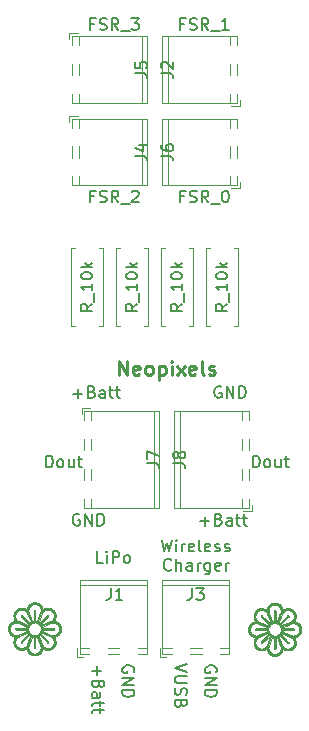
<source format=gbr>
%TF.GenerationSoftware,KiCad,Pcbnew,7.0.7*%
%TF.CreationDate,2024-05-20T11:42:57-06:00*%
%TF.ProjectId,KindFlowerPCB,4b696e64-466c-46f7-9765-725043422e6b,rev?*%
%TF.SameCoordinates,Original*%
%TF.FileFunction,Legend,Top*%
%TF.FilePolarity,Positive*%
%FSLAX46Y46*%
G04 Gerber Fmt 4.6, Leading zero omitted, Abs format (unit mm)*
G04 Created by KiCad (PCBNEW 7.0.7) date 2024-05-20 11:42:57*
%MOMM*%
%LPD*%
G01*
G04 APERTURE LIST*
%ADD10C,0.105833*%
%ADD11C,0.150000*%
%ADD12C,0.240000*%
%ADD13C,0.120000*%
G04 APERTURE END LIST*
D10*
X156496293Y-144208119D02*
X156528898Y-144210465D01*
X156561062Y-144214331D01*
X156592746Y-144219681D01*
X156623917Y-144226478D01*
X156654536Y-144234686D01*
X156684570Y-144244270D01*
X156713981Y-144255193D01*
X156742733Y-144267419D01*
X156770791Y-144280912D01*
X156798118Y-144295635D01*
X156824678Y-144311553D01*
X156850436Y-144328629D01*
X156875356Y-144346828D01*
X156899400Y-144366113D01*
X156922534Y-144386447D01*
X156944722Y-144407796D01*
X156965926Y-144430122D01*
X156986112Y-144453389D01*
X157005243Y-144477562D01*
X157023284Y-144502604D01*
X157040198Y-144528480D01*
X157055948Y-144555152D01*
X157070501Y-144582585D01*
X157083818Y-144610742D01*
X157095864Y-144639588D01*
X157106604Y-144669087D01*
X157116001Y-144699201D01*
X157124018Y-144729896D01*
X157130621Y-144761135D01*
X157135773Y-144792881D01*
X157139438Y-144825099D01*
X157164799Y-144804898D01*
X157190879Y-144786083D01*
X157217627Y-144768655D01*
X157244993Y-144752614D01*
X157272925Y-144737959D01*
X157301372Y-144724691D01*
X157330283Y-144712809D01*
X157359607Y-144702314D01*
X157389292Y-144693206D01*
X157419288Y-144685484D01*
X157449543Y-144679149D01*
X157480006Y-144674201D01*
X157510626Y-144670639D01*
X157541352Y-144668463D01*
X157572133Y-144667674D01*
X157602917Y-144668272D01*
X157633653Y-144670257D01*
X157664291Y-144673628D01*
X157694779Y-144678385D01*
X157725065Y-144684529D01*
X157755099Y-144692060D01*
X157784830Y-144700978D01*
X157814206Y-144711282D01*
X157843177Y-144722972D01*
X157871691Y-144736049D01*
X157899696Y-144750513D01*
X157927143Y-144766364D01*
X157953979Y-144783601D01*
X157980153Y-144802224D01*
X158005615Y-144822234D01*
X158030313Y-144843631D01*
X158054196Y-144866415D01*
X158076979Y-144890294D01*
X158098376Y-144914989D01*
X158118386Y-144940448D01*
X158137009Y-144966620D01*
X158154246Y-144993454D01*
X158170096Y-145020898D01*
X158184560Y-145048902D01*
X158197637Y-145077414D01*
X158209327Y-145106383D01*
X158219631Y-145135759D01*
X158228548Y-145165489D01*
X158236079Y-145195522D01*
X158242223Y-145225808D01*
X158246981Y-145256296D01*
X158250352Y-145286934D01*
X158252336Y-145317670D01*
X158252934Y-145348455D01*
X158252145Y-145379236D01*
X158249970Y-145409962D01*
X158246408Y-145440583D01*
X158241459Y-145471048D01*
X158235124Y-145501304D01*
X158227403Y-145531301D01*
X158218294Y-145560988D01*
X158207800Y-145590313D01*
X158195918Y-145619226D01*
X158182650Y-145647675D01*
X158167996Y-145675609D01*
X158151954Y-145702977D01*
X158134527Y-145729727D01*
X158115712Y-145755809D01*
X158095512Y-145781172D01*
X158127727Y-145784837D01*
X158159471Y-145789989D01*
X158190708Y-145796592D01*
X158221401Y-145804610D01*
X158251514Y-145814007D01*
X158281011Y-145824746D01*
X158309856Y-145836793D01*
X158338013Y-145850110D01*
X158365446Y-145864662D01*
X158392118Y-145880413D01*
X158417993Y-145897327D01*
X158443035Y-145915367D01*
X158467208Y-145934498D01*
X158490476Y-145954684D01*
X158512803Y-145975889D01*
X158534152Y-145998076D01*
X158554487Y-146021210D01*
X158573773Y-146045255D01*
X158591972Y-146070174D01*
X158609049Y-146095932D01*
X158624968Y-146122493D01*
X158639692Y-146149820D01*
X158653186Y-146177878D01*
X158665413Y-146206630D01*
X158676336Y-146236041D01*
X158685921Y-146266074D01*
X158694130Y-146296694D01*
X158700928Y-146327864D01*
X158706278Y-146359549D01*
X158710144Y-146391712D01*
X158712491Y-146424318D01*
X158713281Y-146457330D01*
X158712491Y-146490342D01*
X158710145Y-146522947D01*
X158706279Y-146555110D01*
X158700929Y-146586795D01*
X158694132Y-146617965D01*
X158685924Y-146648585D01*
X158676340Y-146678619D01*
X158665417Y-146708029D01*
X158653191Y-146736782D01*
X158639698Y-146764839D01*
X158624975Y-146792167D01*
X158609057Y-146818727D01*
X158591981Y-146844485D01*
X158573782Y-146869404D01*
X158554497Y-146893449D01*
X158534163Y-146916583D01*
X158512815Y-146938770D01*
X158490488Y-146959975D01*
X158467221Y-146980161D01*
X158443048Y-146999292D01*
X158418006Y-147017333D01*
X158392131Y-147034246D01*
X158365458Y-147049997D01*
X158338026Y-147064549D01*
X158309868Y-147077867D01*
X158281022Y-147089913D01*
X158251524Y-147100653D01*
X158221409Y-147110049D01*
X158190714Y-147118067D01*
X158159476Y-147124670D01*
X158127729Y-147129822D01*
X158095512Y-147133487D01*
X158115713Y-147158848D01*
X158134527Y-147184928D01*
X158151955Y-147211676D01*
X158167996Y-147239042D01*
X158182651Y-147266974D01*
X158195919Y-147295421D01*
X158207801Y-147324332D01*
X158218296Y-147353656D01*
X158227404Y-147383341D01*
X158235126Y-147413337D01*
X158241461Y-147443592D01*
X158246410Y-147474055D01*
X158249972Y-147504675D01*
X158252147Y-147535401D01*
X158252936Y-147566182D01*
X158252338Y-147596966D01*
X158250354Y-147627702D01*
X158246983Y-147658340D01*
X158242225Y-147688827D01*
X158236081Y-147719114D01*
X158228550Y-147749148D01*
X158219633Y-147778879D01*
X158209329Y-147808255D01*
X158197638Y-147837225D01*
X158184561Y-147865739D01*
X158170097Y-147893744D01*
X158154247Y-147921191D01*
X158137010Y-147948027D01*
X158118386Y-147974201D01*
X158098376Y-147999663D01*
X158076979Y-148024361D01*
X158054196Y-148048244D01*
X158030316Y-148071027D01*
X158005621Y-148092424D01*
X157980162Y-148112434D01*
X157953990Y-148131057D01*
X157927157Y-148148294D01*
X157899712Y-148164144D01*
X157871708Y-148178608D01*
X157843196Y-148191685D01*
X157814227Y-148203376D01*
X157784852Y-148213680D01*
X157755122Y-148222597D01*
X157725088Y-148230128D01*
X157694802Y-148236272D01*
X157664315Y-148241029D01*
X157633677Y-148244400D01*
X157602940Y-148246385D01*
X157572156Y-148246983D01*
X157541375Y-148246194D01*
X157510648Y-148244019D01*
X157480027Y-148240457D01*
X157449563Y-148235508D01*
X157419307Y-148229173D01*
X157389310Y-148221451D01*
X157359623Y-148212343D01*
X157330297Y-148201848D01*
X157301385Y-148189967D01*
X157272936Y-148176699D01*
X157245002Y-148162044D01*
X157217634Y-148146003D01*
X157190883Y-148128575D01*
X157164801Y-148109761D01*
X157139438Y-148089560D01*
X157135773Y-148121775D01*
X157130621Y-148153519D01*
X157124018Y-148184756D01*
X157116001Y-148215449D01*
X157106604Y-148245562D01*
X157095864Y-148275060D01*
X157083818Y-148303905D01*
X157070500Y-148332062D01*
X157055948Y-148359494D01*
X157040197Y-148386166D01*
X157023284Y-148412042D01*
X157005243Y-148437084D01*
X156986112Y-148461257D01*
X156965926Y-148484525D01*
X156944721Y-148506852D01*
X156922534Y-148528201D01*
X156899400Y-148548536D01*
X156875355Y-148567821D01*
X156850436Y-148586021D01*
X156824678Y-148603098D01*
X156798117Y-148619017D01*
X156770790Y-148633741D01*
X156742733Y-148647235D01*
X156713980Y-148659462D01*
X156684570Y-148670385D01*
X156654536Y-148679970D01*
X156623916Y-148688179D01*
X156592746Y-148694977D01*
X156561061Y-148700327D01*
X156528898Y-148704193D01*
X156496293Y-148706539D01*
X156463281Y-148707330D01*
X156430269Y-148706540D01*
X156397663Y-148704194D01*
X156365500Y-148700328D01*
X156333815Y-148694978D01*
X156302645Y-148688181D01*
X156272025Y-148679972D01*
X156241992Y-148670389D01*
X156212581Y-148659466D01*
X156183829Y-148647240D01*
X156155771Y-148633747D01*
X156128444Y-148619024D01*
X156101883Y-148603106D01*
X156076126Y-148586029D01*
X156051206Y-148567831D01*
X156027162Y-148548546D01*
X156004028Y-148528211D01*
X155981840Y-148506863D01*
X155960636Y-148484537D01*
X155940450Y-148461269D01*
X155921318Y-148437096D01*
X155903278Y-148412054D01*
X155886364Y-148386179D01*
X155870613Y-148359507D01*
X155856061Y-148332074D01*
X155842744Y-148303916D01*
X155830698Y-148275070D01*
X155819958Y-148245572D01*
X155810561Y-148215457D01*
X155802543Y-148184763D01*
X155795940Y-148153524D01*
X155790788Y-148121778D01*
X155787123Y-148089560D01*
X155761763Y-148109761D01*
X155735683Y-148128576D01*
X155708935Y-148146003D01*
X155681569Y-148162045D01*
X155653637Y-148176700D01*
X155625189Y-148189968D01*
X155596278Y-148201849D01*
X155566955Y-148212344D01*
X155537269Y-148221453D01*
X155507274Y-148229175D01*
X155477018Y-148235510D01*
X155446555Y-148240458D01*
X155415935Y-148244020D01*
X155385209Y-148246196D01*
X155354429Y-148246985D01*
X155323645Y-148246387D01*
X155292908Y-148244402D01*
X155262271Y-148241031D01*
X155231783Y-148236274D01*
X155201496Y-148230130D01*
X155171462Y-148222599D01*
X155141731Y-148213681D01*
X155112355Y-148203377D01*
X155083385Y-148191687D01*
X155054871Y-148178609D01*
X155026866Y-148164146D01*
X154999419Y-148148295D01*
X154972583Y-148131058D01*
X154946409Y-148112434D01*
X154920947Y-148092424D01*
X154896249Y-148071027D01*
X154872366Y-148048244D01*
X154849583Y-148024364D01*
X154828186Y-147999669D01*
X154808176Y-147974210D01*
X154789553Y-147948038D01*
X154772316Y-147921205D01*
X154756466Y-147893760D01*
X154742002Y-147865757D01*
X154728925Y-147837245D01*
X154717234Y-147808276D01*
X154706931Y-147778900D01*
X154698013Y-147749170D01*
X154690482Y-147719137D01*
X154684338Y-147688851D01*
X154679581Y-147658363D01*
X154676210Y-147627726D01*
X154674225Y-147596989D01*
X154673670Y-147568381D01*
X154828705Y-147568381D01*
X154829303Y-147593509D01*
X154831098Y-147618591D01*
X154834090Y-147643581D01*
X154838279Y-147668431D01*
X154843664Y-147693095D01*
X154850247Y-147717526D01*
X154858026Y-147741677D01*
X154867001Y-147765502D01*
X154877174Y-147788955D01*
X154888543Y-147811987D01*
X154901110Y-147834553D01*
X154914873Y-147856606D01*
X154929832Y-147878099D01*
X154945989Y-147898986D01*
X154963342Y-147919220D01*
X154981892Y-147938754D01*
X155001424Y-147957304D01*
X155021657Y-147974657D01*
X155042542Y-147990813D01*
X155064034Y-148005773D01*
X155086087Y-148019536D01*
X155108652Y-148032102D01*
X155131684Y-148043472D01*
X155155136Y-148053644D01*
X155178960Y-148062620D01*
X155203111Y-148070399D01*
X155227542Y-148076981D01*
X155252206Y-148082367D01*
X155277056Y-148086556D01*
X155302046Y-148089548D01*
X155327128Y-148091343D01*
X155352257Y-148091941D01*
X155377385Y-148091343D01*
X155402466Y-148089548D01*
X155427453Y-148086556D01*
X155452299Y-148082367D01*
X155476958Y-148076981D01*
X155501382Y-148070399D01*
X155525526Y-148062620D01*
X155549343Y-148053644D01*
X155572785Y-148043472D01*
X155595806Y-148032102D01*
X155602131Y-148028578D01*
X155939581Y-148028578D01*
X155940263Y-148055509D01*
X155942287Y-148082088D01*
X155945620Y-148108283D01*
X155950230Y-148134061D01*
X155956083Y-148159388D01*
X155963145Y-148184232D01*
X155971385Y-148208560D01*
X155980769Y-148232337D01*
X155991264Y-148255533D01*
X156002836Y-148278113D01*
X156015454Y-148300044D01*
X156029083Y-148321294D01*
X156043692Y-148341829D01*
X156059246Y-148361616D01*
X156075713Y-148380623D01*
X156093059Y-148398816D01*
X156111252Y-148416162D01*
X156130259Y-148432628D01*
X156150047Y-148448182D01*
X156170582Y-148462790D01*
X156191832Y-148476419D01*
X156213763Y-148489036D01*
X156236343Y-148500608D01*
X156259538Y-148511103D01*
X156283316Y-148520486D01*
X156307643Y-148528726D01*
X156332486Y-148535788D01*
X156357813Y-148541641D01*
X156383590Y-148546250D01*
X156409784Y-148549583D01*
X156436362Y-148551608D01*
X156463292Y-148552290D01*
X156490222Y-148551608D01*
X156516800Y-148549583D01*
X156542995Y-148546250D01*
X156568772Y-148541640D01*
X156594098Y-148535787D01*
X156618942Y-148528725D01*
X156643269Y-148520485D01*
X156667046Y-148511101D01*
X156690242Y-148500606D01*
X156712821Y-148489034D01*
X156734752Y-148476416D01*
X156756002Y-148462787D01*
X156776537Y-148448178D01*
X156796325Y-148432624D01*
X156815332Y-148416157D01*
X156833525Y-148398811D01*
X156850872Y-148380618D01*
X156867338Y-148361611D01*
X156882892Y-148341823D01*
X156897501Y-148321288D01*
X156911130Y-148300038D01*
X156923748Y-148278107D01*
X156935320Y-148255527D01*
X156945815Y-148232332D01*
X156955199Y-148208555D01*
X156963439Y-148184228D01*
X156970501Y-148159384D01*
X156976354Y-148134058D01*
X156980964Y-148108281D01*
X156984297Y-148082086D01*
X156986321Y-148055508D01*
X156987004Y-148028578D01*
X156986845Y-148015709D01*
X156986369Y-148002855D01*
X156985577Y-147990023D01*
X156984470Y-147977220D01*
X156983050Y-147964453D01*
X156981317Y-147951727D01*
X156979272Y-147939050D01*
X156976917Y-147926427D01*
X156974254Y-147913866D01*
X156971282Y-147901372D01*
X156968003Y-147888954D01*
X156964419Y-147876616D01*
X156960529Y-147864366D01*
X156956337Y-147852209D01*
X156951842Y-147840154D01*
X156947046Y-147828205D01*
X156657254Y-147128337D01*
X156643088Y-147132265D01*
X156628813Y-147135899D01*
X156614428Y-147139238D01*
X156599935Y-147142279D01*
X156585333Y-147145020D01*
X156570621Y-147147458D01*
X156555801Y-147149592D01*
X156540871Y-147151419D01*
X156540871Y-148009154D01*
X156540770Y-148013148D01*
X156540471Y-148017090D01*
X156539978Y-148020974D01*
X156539296Y-148024795D01*
X156538430Y-148028550D01*
X156537385Y-148032232D01*
X156536165Y-148035838D01*
X156534777Y-148039362D01*
X156533223Y-148042799D01*
X156531510Y-148046144D01*
X156529643Y-148049394D01*
X156527625Y-148052541D01*
X156525462Y-148055583D01*
X156523159Y-148058514D01*
X156520721Y-148061329D01*
X156518153Y-148064023D01*
X156515458Y-148066592D01*
X156512643Y-148069030D01*
X156509713Y-148071333D01*
X156506671Y-148073496D01*
X156503523Y-148075513D01*
X156500274Y-148077381D01*
X156496928Y-148079094D01*
X156493491Y-148080647D01*
X156489967Y-148082036D01*
X156486362Y-148083255D01*
X156482679Y-148084301D01*
X156478924Y-148085167D01*
X156475103Y-148085849D01*
X156471219Y-148086342D01*
X156467277Y-148086641D01*
X156463283Y-148086742D01*
X156459289Y-148086641D01*
X156455347Y-148086342D01*
X156451463Y-148085849D01*
X156447641Y-148085167D01*
X156443887Y-148084301D01*
X156440204Y-148083256D01*
X156436599Y-148082036D01*
X156433075Y-148080647D01*
X156429638Y-148079094D01*
X156426292Y-148077381D01*
X156423043Y-148075514D01*
X156419895Y-148073496D01*
X156416853Y-148071333D01*
X156413922Y-148069030D01*
X156411107Y-148066592D01*
X156408413Y-148064024D01*
X156405845Y-148061329D01*
X156403406Y-148058515D01*
X156401104Y-148055584D01*
X156398941Y-148052542D01*
X156396923Y-148049394D01*
X156395056Y-148046145D01*
X156393343Y-148042799D01*
X156391789Y-148039362D01*
X156390401Y-148035838D01*
X156389181Y-148032233D01*
X156388136Y-148028550D01*
X156387270Y-148024796D01*
X156386588Y-148020974D01*
X156386095Y-148017090D01*
X156385795Y-148013148D01*
X156385694Y-148009154D01*
X156385694Y-147151419D01*
X156370765Y-147149592D01*
X156355944Y-147147458D01*
X156341233Y-147145020D01*
X156326631Y-147142279D01*
X156312138Y-147139238D01*
X156297754Y-147135899D01*
X156283478Y-147132265D01*
X156269328Y-147128342D01*
X155979538Y-147828205D01*
X155974742Y-147840154D01*
X155970248Y-147852209D01*
X155966055Y-147864366D01*
X155962166Y-147876616D01*
X155958582Y-147888954D01*
X155955303Y-147901372D01*
X155952331Y-147913866D01*
X155949667Y-147926427D01*
X155947312Y-147939050D01*
X155945268Y-147951727D01*
X155943535Y-147964453D01*
X155942114Y-147977220D01*
X155941007Y-147990023D01*
X155940215Y-148002855D01*
X155939739Y-148015709D01*
X155939581Y-148028578D01*
X155602131Y-148028578D01*
X155618360Y-148019536D01*
X155640399Y-148005773D01*
X155661877Y-147990813D01*
X155682748Y-147974657D01*
X155702964Y-147957304D01*
X155722479Y-147938754D01*
X155731489Y-147929519D01*
X155740260Y-147920075D01*
X155748787Y-147910428D01*
X155757067Y-147900583D01*
X155765098Y-147890545D01*
X155772875Y-147880319D01*
X155780395Y-147869910D01*
X155787654Y-147859323D01*
X155794650Y-147848563D01*
X155801379Y-147837636D01*
X155807838Y-147826546D01*
X155814022Y-147815298D01*
X155819929Y-147803899D01*
X155825556Y-147792352D01*
X155830898Y-147780663D01*
X155835953Y-147768837D01*
X156101261Y-147128337D01*
X156269312Y-147128337D01*
X156269328Y-147128342D01*
X156269330Y-147128337D01*
X156269312Y-147128337D01*
X156101261Y-147128337D01*
X156125927Y-147068791D01*
X156800594Y-147068791D01*
X157090580Y-147768866D01*
X157095635Y-147780692D01*
X157100977Y-147792381D01*
X157106604Y-147803928D01*
X157112511Y-147815328D01*
X157118695Y-147826576D01*
X157125154Y-147837666D01*
X157131883Y-147848593D01*
X157138879Y-147859353D01*
X157146138Y-147869941D01*
X157153658Y-147880350D01*
X157161435Y-147890576D01*
X157169466Y-147900614D01*
X157177746Y-147910459D01*
X157186273Y-147920105D01*
X157195044Y-147929548D01*
X157204054Y-147938783D01*
X157223569Y-147957333D01*
X157243784Y-147974686D01*
X157264654Y-147990843D01*
X157286132Y-148005802D01*
X157308171Y-148019565D01*
X157330724Y-148032131D01*
X157353745Y-148043501D01*
X157377186Y-148053673D01*
X157401002Y-148062649D01*
X157425146Y-148070428D01*
X157449570Y-148077011D01*
X157474228Y-148082396D01*
X157499074Y-148086585D01*
X157524060Y-148089577D01*
X157549141Y-148091372D01*
X157574268Y-148091970D01*
X157599397Y-148091372D01*
X157624479Y-148089577D01*
X157649469Y-148086585D01*
X157674319Y-148082396D01*
X157698982Y-148077011D01*
X157723413Y-148070428D01*
X157747565Y-148062649D01*
X157771390Y-148053673D01*
X157794842Y-148043501D01*
X157817875Y-148032131D01*
X157840441Y-148019565D01*
X157862494Y-148005802D01*
X157883987Y-147990843D01*
X157904874Y-147974686D01*
X157925107Y-147957333D01*
X157944641Y-147938783D01*
X157963191Y-147919251D01*
X157980544Y-147899018D01*
X157996701Y-147878133D01*
X158011661Y-147856641D01*
X158025423Y-147834588D01*
X158037990Y-147812023D01*
X158049359Y-147788991D01*
X158059532Y-147765540D01*
X158068507Y-147741715D01*
X158076286Y-147717564D01*
X158082869Y-147693133D01*
X158088254Y-147668469D01*
X158092443Y-147643619D01*
X158095435Y-147618630D01*
X158097230Y-147593547D01*
X158097828Y-147568418D01*
X158097230Y-147543290D01*
X158095435Y-147518210D01*
X158092443Y-147493223D01*
X158088254Y-147468377D01*
X158082869Y-147443718D01*
X158076286Y-147419293D01*
X158068507Y-147395149D01*
X158059532Y-147371333D01*
X158049359Y-147347891D01*
X158037990Y-147324869D01*
X158025423Y-147302316D01*
X158011661Y-147280276D01*
X157996701Y-147258798D01*
X157980544Y-147237928D01*
X157963191Y-147217712D01*
X157944641Y-147198197D01*
X157935406Y-147189186D01*
X157925963Y-147180416D01*
X157916316Y-147171889D01*
X157906471Y-147163608D01*
X157896433Y-147155578D01*
X157886206Y-147147801D01*
X157875797Y-147140281D01*
X157865210Y-147133021D01*
X157854451Y-147126025D01*
X157843523Y-147119296D01*
X157832433Y-147112838D01*
X157821186Y-147106653D01*
X157809786Y-147100746D01*
X157798239Y-147095120D01*
X157786550Y-147089777D01*
X157774724Y-147084723D01*
X157074677Y-146794707D01*
X157067341Y-146807644D01*
X157059736Y-146820411D01*
X157051867Y-146833000D01*
X157043739Y-146845406D01*
X157035356Y-146857620D01*
X157026723Y-146869637D01*
X157017845Y-146881450D01*
X157008725Y-146893052D01*
X157615487Y-147499814D01*
X157618236Y-147502706D01*
X157620806Y-147505701D01*
X157623200Y-147508795D01*
X157625416Y-147511978D01*
X157627455Y-147515246D01*
X157629317Y-147518590D01*
X157631001Y-147522003D01*
X157632509Y-147525479D01*
X157633838Y-147529011D01*
X157634991Y-147532592D01*
X157635966Y-147536214D01*
X157636764Y-147539871D01*
X157637384Y-147543556D01*
X157637828Y-147547262D01*
X157638094Y-147550982D01*
X157638182Y-147554708D01*
X157638094Y-147558435D01*
X157637828Y-147562155D01*
X157637384Y-147565861D01*
X157636764Y-147569546D01*
X157635966Y-147573203D01*
X157634991Y-147576825D01*
X157633838Y-147580406D01*
X157632509Y-147583937D01*
X157631001Y-147587413D01*
X157629317Y-147590827D01*
X157627455Y-147594170D01*
X157625416Y-147597438D01*
X157623200Y-147600621D01*
X157620806Y-147603714D01*
X157618236Y-147606710D01*
X157615487Y-147609601D01*
X157612596Y-147612349D01*
X157609600Y-147614920D01*
X157606507Y-147617313D01*
X157603323Y-147619529D01*
X157600056Y-147621568D01*
X157596712Y-147623430D01*
X157593299Y-147625114D01*
X157589823Y-147626621D01*
X157586291Y-147627951D01*
X157582710Y-147629103D01*
X157579088Y-147630078D01*
X157575431Y-147630876D01*
X157571746Y-147631497D01*
X157568040Y-147631940D01*
X157564320Y-147632206D01*
X157560593Y-147632295D01*
X157556867Y-147632206D01*
X157553147Y-147631940D01*
X157549441Y-147631497D01*
X157545756Y-147630877D01*
X157542099Y-147630079D01*
X157538477Y-147629104D01*
X157534897Y-147627951D01*
X157531365Y-147626621D01*
X157527889Y-147625114D01*
X157524476Y-147623430D01*
X157521132Y-147621569D01*
X157517865Y-147619530D01*
X157514681Y-147617313D01*
X157511588Y-147614920D01*
X157508592Y-147612349D01*
X157505701Y-147609601D01*
X156898939Y-147002839D01*
X156887338Y-147011958D01*
X156875526Y-147020836D01*
X156863509Y-147029468D01*
X156851295Y-147037851D01*
X156838889Y-147045979D01*
X156826299Y-147053848D01*
X156813532Y-147061454D01*
X156800594Y-147068791D01*
X156125927Y-147068791D01*
X156125939Y-147068762D01*
X156113001Y-147061425D01*
X156100235Y-147053820D01*
X156087645Y-147045951D01*
X156075240Y-147037823D01*
X156063025Y-147029440D01*
X156051008Y-147020807D01*
X156039195Y-147011929D01*
X156027594Y-147002809D01*
X155420832Y-147609572D01*
X155417940Y-147612320D01*
X155414944Y-147614891D01*
X155411851Y-147617284D01*
X155408667Y-147619501D01*
X155405400Y-147621539D01*
X155402056Y-147623401D01*
X155398643Y-147625085D01*
X155395167Y-147626593D01*
X155391635Y-147627922D01*
X155388054Y-147629075D01*
X155384432Y-147630050D01*
X155380775Y-147630848D01*
X155377090Y-147631468D01*
X155373384Y-147631912D01*
X155369664Y-147632178D01*
X155365938Y-147632266D01*
X155362211Y-147632178D01*
X155358491Y-147631912D01*
X155354785Y-147631468D01*
X155351100Y-147630848D01*
X155347443Y-147630050D01*
X155343821Y-147629075D01*
X155340240Y-147627922D01*
X155336709Y-147626593D01*
X155333233Y-147625085D01*
X155329819Y-147623401D01*
X155326476Y-147621539D01*
X155323208Y-147619501D01*
X155320025Y-147617284D01*
X155316932Y-147614891D01*
X155313936Y-147612320D01*
X155311045Y-147609572D01*
X155308297Y-147606680D01*
X155305726Y-147603685D01*
X155303333Y-147600591D01*
X155301117Y-147597408D01*
X155299078Y-147594140D01*
X155297216Y-147590796D01*
X155295532Y-147587383D01*
X155294025Y-147583907D01*
X155292695Y-147580375D01*
X155291543Y-147576794D01*
X155290568Y-147573172D01*
X155289770Y-147569515D01*
X155289149Y-147565830D01*
X155288706Y-147562124D01*
X155288440Y-147558404D01*
X155288351Y-147554678D01*
X155288440Y-147550951D01*
X155288706Y-147547231D01*
X155289149Y-147543525D01*
X155289769Y-147539841D01*
X155290567Y-147536183D01*
X155291542Y-147532561D01*
X155292695Y-147528981D01*
X155294024Y-147525449D01*
X155295531Y-147521973D01*
X155297216Y-147518560D01*
X155299077Y-147515216D01*
X155301116Y-147511949D01*
X155303332Y-147508765D01*
X155305726Y-147505672D01*
X155308297Y-147502676D01*
X155311045Y-147499785D01*
X155917808Y-146893023D01*
X155908689Y-146881422D01*
X155899810Y-146869610D01*
X155891178Y-146857593D01*
X155882795Y-146845379D01*
X155874667Y-146832973D01*
X155866798Y-146820383D01*
X155859192Y-146807616D01*
X155851874Y-146794711D01*
X155151809Y-147084693D01*
X155139983Y-147089748D01*
X155128294Y-147095090D01*
X155116747Y-147100716D01*
X155105347Y-147106624D01*
X155094099Y-147112808D01*
X155083009Y-147119267D01*
X155072081Y-147125995D01*
X155061321Y-147132991D01*
X155050734Y-147140251D01*
X155040325Y-147147771D01*
X155030099Y-147155548D01*
X155020061Y-147163578D01*
X155010216Y-147171859D01*
X155000569Y-147180386D01*
X154991126Y-147189156D01*
X154981892Y-147198166D01*
X154963342Y-147217681D01*
X154945989Y-147237897D01*
X154929832Y-147258767D01*
X154914873Y-147280244D01*
X154901110Y-147302283D01*
X154888543Y-147324836D01*
X154877174Y-147347857D01*
X154867001Y-147371299D01*
X154858026Y-147395115D01*
X154850247Y-147419258D01*
X154843664Y-147443682D01*
X154838279Y-147468340D01*
X154834090Y-147493186D01*
X154831098Y-147518173D01*
X154829303Y-147543253D01*
X154828705Y-147568381D01*
X154673670Y-147568381D01*
X154673628Y-147566205D01*
X154674416Y-147535424D01*
X154676592Y-147504697D01*
X154680154Y-147474076D01*
X154685102Y-147443612D01*
X154691437Y-147413355D01*
X154699159Y-147383358D01*
X154708267Y-147353672D01*
X154718762Y-147324346D01*
X154730643Y-147295434D01*
X154743911Y-147266985D01*
X154758566Y-147239051D01*
X154774607Y-147211683D01*
X154792035Y-147184932D01*
X154810849Y-147158850D01*
X154831050Y-147133487D01*
X154798835Y-147129822D01*
X154767091Y-147124670D01*
X154735854Y-147118067D01*
X154705161Y-147110049D01*
X154675048Y-147100653D01*
X154645550Y-147089913D01*
X154616705Y-147077867D01*
X154588548Y-147064549D01*
X154561116Y-147049997D01*
X154534444Y-147034246D01*
X154508569Y-147017333D01*
X154483526Y-146999292D01*
X154459353Y-146980161D01*
X154436085Y-146959975D01*
X154413758Y-146938770D01*
X154392409Y-146916583D01*
X154372074Y-146893449D01*
X154352789Y-146869404D01*
X154334589Y-146844485D01*
X154317512Y-146818727D01*
X154301593Y-146792166D01*
X154286869Y-146764839D01*
X154273375Y-146736781D01*
X154261149Y-146708029D01*
X154250225Y-146678618D01*
X154240640Y-146648585D01*
X154232431Y-146617965D01*
X154225633Y-146586795D01*
X154220283Y-146555110D01*
X154216417Y-146522947D01*
X154214071Y-146490342D01*
X154213282Y-146457405D01*
X154368426Y-146457405D01*
X154369108Y-146484335D01*
X154371132Y-146510913D01*
X154374466Y-146537108D01*
X154379075Y-146562885D01*
X154384928Y-146588211D01*
X154391991Y-146613055D01*
X154400231Y-146637382D01*
X154409614Y-146661159D01*
X154420109Y-146684354D01*
X154431682Y-146706934D01*
X154444299Y-146728865D01*
X154457929Y-146750115D01*
X154472537Y-146770650D01*
X154488091Y-146790438D01*
X154504558Y-146809445D01*
X154521905Y-146827638D01*
X154540098Y-146844984D01*
X154559105Y-146861451D01*
X154578892Y-146877005D01*
X154599427Y-146891614D01*
X154620677Y-146905243D01*
X154642608Y-146917861D01*
X154665188Y-146929433D01*
X154688383Y-146939928D01*
X154712161Y-146949312D01*
X154736488Y-146957552D01*
X154761331Y-146964614D01*
X154786658Y-146970467D01*
X154812435Y-146975077D01*
X154838629Y-146978410D01*
X154865208Y-146980434D01*
X154892137Y-146981117D01*
X154905007Y-146980958D01*
X154917861Y-146980482D01*
X154930692Y-146979690D01*
X154943495Y-146978583D01*
X154956262Y-146977162D01*
X154968988Y-146975429D01*
X154981666Y-146973385D01*
X154994288Y-146971030D01*
X155006850Y-146968366D01*
X155019343Y-146965394D01*
X155031762Y-146962116D01*
X155044099Y-146958531D01*
X155056350Y-146954642D01*
X155068506Y-146950450D01*
X155080562Y-146945955D01*
X155092510Y-146941159D01*
X155446271Y-146794678D01*
X155851855Y-146794678D01*
X155851874Y-146794711D01*
X155851884Y-146794707D01*
X155851855Y-146794678D01*
X155446271Y-146794678D01*
X155792379Y-146651367D01*
X155788451Y-146637201D01*
X155784817Y-146622926D01*
X155781478Y-146608542D01*
X155778437Y-146594049D01*
X155775696Y-146579446D01*
X155773257Y-146564735D01*
X155771123Y-146549914D01*
X155769296Y-146534985D01*
X154911561Y-146534985D01*
X154907567Y-146534884D01*
X154903626Y-146534584D01*
X154899742Y-146534091D01*
X154895920Y-146533409D01*
X154892166Y-146532543D01*
X154888483Y-146531498D01*
X154884878Y-146530278D01*
X154881354Y-146528890D01*
X154877917Y-146527336D01*
X154874571Y-146525623D01*
X154871322Y-146523756D01*
X154868174Y-146521738D01*
X154865132Y-146519575D01*
X154862201Y-146517273D01*
X154859386Y-146514834D01*
X154856692Y-146512266D01*
X154854123Y-146509572D01*
X154851685Y-146506757D01*
X154849382Y-146503826D01*
X154847219Y-146500784D01*
X154845202Y-146497636D01*
X154843334Y-146494387D01*
X154841621Y-146491041D01*
X154840068Y-146487604D01*
X154838679Y-146484080D01*
X154837459Y-146480475D01*
X154836414Y-146476792D01*
X154835548Y-146473038D01*
X154834866Y-146469216D01*
X154834373Y-146465332D01*
X154834073Y-146461390D01*
X154833974Y-146457456D01*
X155920162Y-146457456D01*
X155920869Y-146485385D01*
X155922969Y-146512950D01*
X155926426Y-146540116D01*
X155931207Y-146566850D01*
X155937278Y-146593116D01*
X155944603Y-146618882D01*
X155953150Y-146644112D01*
X155962882Y-146668772D01*
X155973768Y-146692829D01*
X155985771Y-146716247D01*
X155998857Y-146738993D01*
X156012994Y-146761032D01*
X156028145Y-146782329D01*
X156044277Y-146802852D01*
X156061356Y-146822565D01*
X156079347Y-146841434D01*
X156098217Y-146859425D01*
X156117930Y-146876504D01*
X156138452Y-146892636D01*
X156159750Y-146907787D01*
X156181789Y-146921923D01*
X156204535Y-146935009D01*
X156227953Y-146947012D01*
X156252009Y-146957897D01*
X156276670Y-146967630D01*
X156301899Y-146976176D01*
X156327665Y-146983501D01*
X156353931Y-146989571D01*
X156380664Y-146994352D01*
X156407830Y-146997810D01*
X156435394Y-146999909D01*
X156463322Y-147000617D01*
X156491251Y-146999909D01*
X156518815Y-146997810D01*
X156545982Y-146994352D01*
X156572715Y-146989571D01*
X156598982Y-146983501D01*
X156624748Y-146976176D01*
X156649978Y-146967630D01*
X156674638Y-146957897D01*
X156698695Y-146947012D01*
X156722113Y-146935009D01*
X156744859Y-146921923D01*
X156766898Y-146907787D01*
X156788195Y-146892636D01*
X156808718Y-146876504D01*
X156828431Y-146859425D01*
X156847300Y-146841434D01*
X156865291Y-146822565D01*
X156882370Y-146802852D01*
X156898502Y-146782329D01*
X156913653Y-146761032D01*
X156927789Y-146738993D01*
X156940875Y-146716247D01*
X156952878Y-146692829D01*
X156963763Y-146668772D01*
X156970625Y-146651385D01*
X157134266Y-146651385D01*
X157134266Y-146651404D01*
X157134270Y-146651387D01*
X157134266Y-146651385D01*
X156970625Y-146651385D01*
X156973496Y-146644112D01*
X156982042Y-146618882D01*
X156989367Y-146593116D01*
X156995437Y-146566850D01*
X157000218Y-146540116D01*
X157003676Y-146512950D01*
X157005775Y-146485385D01*
X157006483Y-146457456D01*
X157005775Y-146429527D01*
X157003675Y-146401963D01*
X157000217Y-146374796D01*
X156995435Y-146348063D01*
X156989364Y-146321796D01*
X156982038Y-146296030D01*
X156973491Y-146270800D01*
X156970594Y-146263462D01*
X157134266Y-146263462D01*
X157138193Y-146277628D01*
X157141827Y-146291903D01*
X157145166Y-146306287D01*
X157148207Y-146320781D01*
X157150948Y-146335383D01*
X157153387Y-146350095D01*
X157155521Y-146364915D01*
X157157348Y-146379845D01*
X158015083Y-146379845D01*
X158019077Y-146379945D01*
X158023018Y-146380245D01*
X158026902Y-146380738D01*
X158030724Y-146381420D01*
X158034479Y-146382286D01*
X158038161Y-146383331D01*
X158041767Y-146384551D01*
X158045290Y-146385939D01*
X158048727Y-146387493D01*
X158052073Y-146389206D01*
X158055322Y-146391073D01*
X158058470Y-146393091D01*
X158061512Y-146395254D01*
X158064443Y-146397557D01*
X158067258Y-146399995D01*
X158069952Y-146402563D01*
X158072521Y-146405258D01*
X158074959Y-146408073D01*
X158077262Y-146411003D01*
X158079424Y-146414045D01*
X158081442Y-146417193D01*
X158083310Y-146420442D01*
X158085023Y-146423788D01*
X158086576Y-146427225D01*
X158087965Y-146430749D01*
X158089184Y-146434354D01*
X158090229Y-146438037D01*
X158091095Y-146441791D01*
X158091777Y-146445613D01*
X158092271Y-146449497D01*
X158092570Y-146453439D01*
X158092671Y-146457433D01*
X158092570Y-146461427D01*
X158092271Y-146465368D01*
X158091778Y-146469252D01*
X158091095Y-146473074D01*
X158090229Y-146476829D01*
X158089184Y-146480511D01*
X158087965Y-146484117D01*
X158086576Y-146487640D01*
X158085023Y-146491077D01*
X158083310Y-146494423D01*
X158081442Y-146497672D01*
X158079425Y-146500820D01*
X158077262Y-146503862D01*
X158074959Y-146506793D01*
X158072521Y-146509608D01*
X158069952Y-146512302D01*
X158067258Y-146514871D01*
X158064443Y-146517309D01*
X158061513Y-146519612D01*
X158058471Y-146521775D01*
X158055323Y-146523792D01*
X158052074Y-146525660D01*
X158048728Y-146527373D01*
X158045291Y-146528926D01*
X158041767Y-146530315D01*
X158038162Y-146531535D01*
X158034479Y-146532580D01*
X158030725Y-146533446D01*
X158026903Y-146534128D01*
X158023019Y-146534621D01*
X158019077Y-146534921D01*
X158015083Y-146535022D01*
X157157348Y-146535022D01*
X157155520Y-146549951D01*
X157153386Y-146564772D01*
X157150948Y-146579483D01*
X157148207Y-146594085D01*
X157145166Y-146608578D01*
X157141827Y-146622963D01*
X157138193Y-146637238D01*
X157134270Y-146651387D01*
X157834134Y-146941177D01*
X157846082Y-146945973D01*
X157858138Y-146950468D01*
X157870294Y-146954661D01*
X157882544Y-146958550D01*
X157894882Y-146962134D01*
X157907301Y-146965413D01*
X157919794Y-146968385D01*
X157932355Y-146971049D01*
X157944978Y-146973403D01*
X157957655Y-146975448D01*
X157970381Y-146977181D01*
X157983149Y-146978601D01*
X157995952Y-146979708D01*
X158008783Y-146980500D01*
X158021637Y-146980976D01*
X158034506Y-146981135D01*
X158061437Y-146980453D01*
X158088017Y-146978429D01*
X158114212Y-146975095D01*
X158139989Y-146970486D01*
X158165317Y-146964633D01*
X158190160Y-146957570D01*
X158214488Y-146949330D01*
X158238266Y-146939947D01*
X158261461Y-146929452D01*
X158284041Y-146917879D01*
X158305972Y-146905262D01*
X158327222Y-146891632D01*
X158347757Y-146877024D01*
X158367544Y-146861470D01*
X158386551Y-146845003D01*
X158404744Y-146827656D01*
X158422090Y-146809463D01*
X158438557Y-146790456D01*
X158454110Y-146770669D01*
X158468718Y-146750133D01*
X158482347Y-146728884D01*
X158494964Y-146706953D01*
X158506537Y-146684373D01*
X158517031Y-146661178D01*
X158526415Y-146637400D01*
X158534654Y-146613073D01*
X158541716Y-146588230D01*
X158547569Y-146562903D01*
X158552178Y-146537126D01*
X158555512Y-146510932D01*
X158557536Y-146484353D01*
X158558218Y-146457424D01*
X158557536Y-146430494D01*
X158555511Y-146403916D01*
X158552178Y-146377721D01*
X158547568Y-146351944D01*
X158541716Y-146326618D01*
X158534653Y-146301774D01*
X158526413Y-146277447D01*
X158517029Y-146253670D01*
X158506535Y-146230474D01*
X158494962Y-146207895D01*
X158482344Y-146185963D01*
X158468715Y-146164714D01*
X158454107Y-146144178D01*
X158438552Y-146124391D01*
X158422086Y-146105384D01*
X158404739Y-146087191D01*
X158386546Y-146069844D01*
X158367539Y-146053377D01*
X158347751Y-146037823D01*
X158327216Y-146023215D01*
X158305967Y-146009586D01*
X158284035Y-145996968D01*
X158261456Y-145985395D01*
X158238260Y-145974901D01*
X158214483Y-145965517D01*
X158190156Y-145957277D01*
X158165312Y-145950214D01*
X158139986Y-145944362D01*
X158114209Y-145939752D01*
X158088015Y-145936418D01*
X158061436Y-145934394D01*
X158034506Y-145933712D01*
X158021637Y-145933871D01*
X158008783Y-145934347D01*
X157995952Y-145935139D01*
X157983149Y-145936246D01*
X157970381Y-145937666D01*
X157957655Y-145939399D01*
X157944978Y-145941444D01*
X157932355Y-145943798D01*
X157919794Y-145946462D01*
X157907301Y-145949434D01*
X157894882Y-145952713D01*
X157882544Y-145956297D01*
X157870294Y-145960186D01*
X157858138Y-145964379D01*
X157846082Y-145968874D01*
X157834134Y-145973670D01*
X157134266Y-146263462D01*
X156970594Y-146263462D01*
X156963757Y-146246140D01*
X156952871Y-146222083D01*
X156940867Y-146198665D01*
X156927779Y-146175919D01*
X156913642Y-146153881D01*
X156898490Y-146132583D01*
X156888658Y-146120077D01*
X157074677Y-146120077D01*
X157074693Y-146120092D01*
X157074700Y-146120100D01*
X157074708Y-146120108D01*
X157074688Y-146120072D01*
X157074677Y-146120077D01*
X156888658Y-146120077D01*
X156882356Y-146112060D01*
X156865277Y-146092347D01*
X156847284Y-146073478D01*
X156828414Y-146055487D01*
X156808701Y-146038408D01*
X156788178Y-146022276D01*
X156766879Y-146007125D01*
X156744840Y-145992989D01*
X156722095Y-145979903D01*
X156698677Y-145967900D01*
X156674621Y-145957015D01*
X156649961Y-145947283D01*
X156624732Y-145938736D01*
X156598968Y-145931411D01*
X156572704Y-145925341D01*
X156545972Y-145920560D01*
X156518809Y-145917102D01*
X156491247Y-145915003D01*
X156463322Y-145914295D01*
X156435393Y-145915003D01*
X156407828Y-145917102D01*
X156380662Y-145920560D01*
X156353928Y-145925341D01*
X156327662Y-145931411D01*
X156301896Y-145938736D01*
X156276666Y-145947283D01*
X156252006Y-145957015D01*
X156227949Y-145967900D01*
X156204531Y-145979903D01*
X156181785Y-145992989D01*
X156159746Y-146007125D01*
X156138449Y-146022276D01*
X156117926Y-146038408D01*
X156098213Y-146055487D01*
X156079344Y-146073478D01*
X156061353Y-146092347D01*
X156044274Y-146112060D01*
X156028142Y-146132583D01*
X156012991Y-146153881D01*
X155998855Y-146175919D01*
X155985769Y-146198665D01*
X155973766Y-146222083D01*
X155962881Y-146246140D01*
X155953149Y-146270800D01*
X155944603Y-146296030D01*
X155937277Y-146321796D01*
X155931207Y-146348063D01*
X155926426Y-146374796D01*
X155922969Y-146401963D01*
X155920869Y-146429527D01*
X155920162Y-146457456D01*
X154833974Y-146457456D01*
X154833973Y-146457396D01*
X154834073Y-146453402D01*
X154834373Y-146449461D01*
X154834866Y-146445577D01*
X154835548Y-146441755D01*
X154836414Y-146438001D01*
X154837459Y-146434318D01*
X154838679Y-146430713D01*
X154840067Y-146427189D01*
X154841621Y-146423752D01*
X154843334Y-146420406D01*
X154845201Y-146417157D01*
X154847219Y-146414009D01*
X154849382Y-146410967D01*
X154851685Y-146408036D01*
X154854123Y-146405221D01*
X154856691Y-146402527D01*
X154859386Y-146399958D01*
X154862201Y-146397520D01*
X154865131Y-146395217D01*
X154868173Y-146393055D01*
X154871321Y-146391037D01*
X154874570Y-146389169D01*
X154877916Y-146387456D01*
X154881353Y-146385903D01*
X154884877Y-146384514D01*
X154888482Y-146383295D01*
X154892165Y-146382249D01*
X154895920Y-146381383D01*
X154899741Y-146380701D01*
X154903625Y-146380208D01*
X154907567Y-146379909D01*
X154911561Y-146379808D01*
X155769296Y-146379808D01*
X155771123Y-146364878D01*
X155773257Y-146350058D01*
X155775696Y-146335346D01*
X155778437Y-146320744D01*
X155781478Y-146306251D01*
X155784817Y-146291866D01*
X155788451Y-146277591D01*
X155792374Y-146263441D01*
X155792379Y-146263443D01*
X155792379Y-146263425D01*
X155792374Y-146263441D01*
X155092510Y-145973651D01*
X155080562Y-145968855D01*
X155068506Y-145964361D01*
X155056350Y-145960168D01*
X155044100Y-145956279D01*
X155031762Y-145952694D01*
X155019343Y-145949416D01*
X155006850Y-145946444D01*
X154994288Y-145943780D01*
X154981666Y-145941425D01*
X154968988Y-145939381D01*
X154956263Y-145937648D01*
X154943495Y-145936227D01*
X154930692Y-145935120D01*
X154917861Y-145934328D01*
X154905007Y-145933852D01*
X154892137Y-145933693D01*
X154865207Y-145934376D01*
X154838627Y-145936400D01*
X154812432Y-145939733D01*
X154786654Y-145944343D01*
X154761327Y-145950196D01*
X154736483Y-145957258D01*
X154712156Y-145965498D01*
X154688378Y-145974882D01*
X154665183Y-145985377D01*
X154642603Y-145996949D01*
X154620672Y-146009567D01*
X154599422Y-146023197D01*
X154578887Y-146037805D01*
X154559100Y-146053359D01*
X154540093Y-146069826D01*
X154521900Y-146087172D01*
X154504554Y-146105366D01*
X154488087Y-146124372D01*
X154472533Y-146144160D01*
X154457925Y-146164695D01*
X154444296Y-146185945D01*
X154431679Y-146207876D01*
X154420107Y-146230456D01*
X154409613Y-146253651D01*
X154400229Y-146277429D01*
X154391990Y-146301756D01*
X154384927Y-146326599D01*
X154379075Y-146351926D01*
X154374465Y-146377703D01*
X154371132Y-146403897D01*
X154369108Y-146430475D01*
X154368426Y-146457405D01*
X154213282Y-146457405D01*
X154213280Y-146457330D01*
X154214071Y-146424318D01*
X154216417Y-146391712D01*
X154220282Y-146359549D01*
X154225632Y-146327864D01*
X154232429Y-146296694D01*
X154240638Y-146266074D01*
X154250222Y-146236041D01*
X154261144Y-146206630D01*
X154273370Y-146177878D01*
X154286863Y-146149820D01*
X154301586Y-146122493D01*
X154317504Y-146095932D01*
X154334581Y-146070174D01*
X154352779Y-146045255D01*
X154372064Y-146021210D01*
X154392399Y-145998076D01*
X154413747Y-145975889D01*
X154436073Y-145954684D01*
X154459341Y-145934498D01*
X154483514Y-145915367D01*
X154508556Y-145897327D01*
X154534431Y-145880413D01*
X154561103Y-145864662D01*
X154588536Y-145850110D01*
X154616694Y-145836793D01*
X154645540Y-145824746D01*
X154675038Y-145814007D01*
X154705153Y-145804610D01*
X154735847Y-145796592D01*
X154767086Y-145789989D01*
X154798832Y-145784837D01*
X154831050Y-145781172D01*
X154810849Y-145755812D01*
X154792034Y-145729732D01*
X154774606Y-145702983D01*
X154758565Y-145675617D01*
X154743910Y-145647685D01*
X154730642Y-145619238D01*
X154718761Y-145590327D01*
X154708266Y-145561003D01*
X154699157Y-145531318D01*
X154691436Y-145501322D01*
X154685100Y-145471067D01*
X154680152Y-145440604D01*
X154676590Y-145409984D01*
X154674414Y-145379258D01*
X154673626Y-145348477D01*
X154673667Y-145346370D01*
X154828755Y-145346370D01*
X154829353Y-145371498D01*
X154831148Y-145396579D01*
X154834140Y-145421566D01*
X154838329Y-145446412D01*
X154843714Y-145471071D01*
X154850297Y-145495495D01*
X154858076Y-145519639D01*
X154867052Y-145543455D01*
X154877224Y-145566898D01*
X154888593Y-145589919D01*
X154901160Y-145612473D01*
X154914923Y-145634512D01*
X154929882Y-145655990D01*
X154946039Y-145676861D01*
X154963392Y-145697077D01*
X154981942Y-145716592D01*
X154991177Y-145725602D01*
X155000620Y-145734372D01*
X155010267Y-145742900D01*
X155020112Y-145751180D01*
X155030151Y-145759210D01*
X155040377Y-145766987D01*
X155050786Y-145774507D01*
X155061373Y-145781767D01*
X155072133Y-145788763D01*
X155083060Y-145795492D01*
X155094150Y-145801950D01*
X155105397Y-145808135D01*
X155116797Y-145814042D01*
X155128344Y-145819668D01*
X155140033Y-145825011D01*
X155151858Y-145830065D01*
X155851934Y-146120052D01*
X155859270Y-146107114D01*
X155866876Y-146094348D01*
X155874744Y-146081758D01*
X155882872Y-146069353D01*
X155891255Y-146057138D01*
X155899888Y-146045121D01*
X155908767Y-146033309D01*
X155917886Y-146021707D01*
X155311124Y-145414944D01*
X155308375Y-145412053D01*
X155305805Y-145409057D01*
X155303411Y-145405964D01*
X155301195Y-145402780D01*
X155299156Y-145399513D01*
X155297294Y-145396169D01*
X155295610Y-145392756D01*
X155294103Y-145389280D01*
X155292773Y-145385748D01*
X155291620Y-145382167D01*
X155290645Y-145378545D01*
X155289847Y-145374888D01*
X155289227Y-145371203D01*
X155288784Y-145367497D01*
X155288518Y-145363777D01*
X155288429Y-145360050D01*
X155288518Y-145356324D01*
X155288784Y-145352604D01*
X155289227Y-145348898D01*
X155289847Y-145345213D01*
X155290645Y-145341556D01*
X155291620Y-145337934D01*
X155292773Y-145334353D01*
X155294103Y-145330822D01*
X155295610Y-145327346D01*
X155297294Y-145323932D01*
X155299156Y-145320588D01*
X155301195Y-145317321D01*
X155303411Y-145314138D01*
X155305805Y-145311045D01*
X155308375Y-145308049D01*
X155311124Y-145305158D01*
X155314015Y-145302410D01*
X155317011Y-145299839D01*
X155320104Y-145297446D01*
X155323288Y-145295230D01*
X155326555Y-145293191D01*
X155329899Y-145291329D01*
X155333312Y-145289645D01*
X155336789Y-145288138D01*
X155340320Y-145286808D01*
X155343901Y-145285656D01*
X155347523Y-145284681D01*
X155351180Y-145283883D01*
X155354865Y-145283262D01*
X155358571Y-145282819D01*
X155362291Y-145282553D01*
X155366018Y-145282464D01*
X155369744Y-145282553D01*
X155373464Y-145282819D01*
X155377170Y-145283262D01*
X155380855Y-145283882D01*
X155384512Y-145284680D01*
X155388134Y-145285655D01*
X155391715Y-145286808D01*
X155395246Y-145288137D01*
X155398723Y-145289644D01*
X155402136Y-145291329D01*
X155405480Y-145293190D01*
X155408747Y-145295229D01*
X155411930Y-145297445D01*
X155415023Y-145299839D01*
X155418019Y-145302410D01*
X155420910Y-145305158D01*
X156027673Y-145911920D01*
X156039274Y-145902801D01*
X156051086Y-145893923D01*
X156063103Y-145885290D01*
X156075317Y-145876908D01*
X156087723Y-145868780D01*
X156100312Y-145860911D01*
X156113080Y-145853305D01*
X156125919Y-145846024D01*
X156800624Y-145846024D01*
X156813561Y-145853360D01*
X156826328Y-145860965D01*
X156838917Y-145868834D01*
X156851323Y-145876962D01*
X156863537Y-145885345D01*
X156875554Y-145893978D01*
X156887367Y-145902856D01*
X156898969Y-145911976D01*
X157505731Y-145305214D01*
X157508622Y-145302466D01*
X157511618Y-145299895D01*
X157514712Y-145297501D01*
X157517895Y-145295285D01*
X157521163Y-145293246D01*
X157524507Y-145291384D01*
X157527920Y-145289700D01*
X157531396Y-145288193D01*
X157534928Y-145286863D01*
X157538509Y-145285711D01*
X157542131Y-145284735D01*
X157545788Y-145283938D01*
X157549473Y-145283317D01*
X157553179Y-145282874D01*
X157556899Y-145282608D01*
X157560625Y-145282519D01*
X157564352Y-145282608D01*
X157568072Y-145282874D01*
X157571778Y-145283317D01*
X157575463Y-145283938D01*
X157579120Y-145284735D01*
X157582742Y-145285711D01*
X157586322Y-145286863D01*
X157589854Y-145288193D01*
X157593330Y-145289700D01*
X157596744Y-145291384D01*
X157600087Y-145293246D01*
X157603354Y-145295285D01*
X157606538Y-145297501D01*
X157609631Y-145299895D01*
X157612627Y-145302466D01*
X157615518Y-145305214D01*
X157618266Y-145308105D01*
X157620836Y-145311101D01*
X157623230Y-145314194D01*
X157625446Y-145317378D01*
X157627485Y-145320645D01*
X157629347Y-145323989D01*
X157631031Y-145327403D01*
X157632538Y-145330879D01*
X157633868Y-145334411D01*
X157635020Y-145337991D01*
X157635995Y-145341613D01*
X157636793Y-145345271D01*
X157637414Y-145348955D01*
X157637857Y-145352661D01*
X157638123Y-145356381D01*
X157638212Y-145360108D01*
X157638123Y-145363835D01*
X157637857Y-145367554D01*
X157637414Y-145371260D01*
X157636793Y-145374945D01*
X157635996Y-145378602D01*
X157635020Y-145382224D01*
X157633868Y-145385805D01*
X157632538Y-145389337D01*
X157631031Y-145392813D01*
X157629347Y-145396226D01*
X157627485Y-145399570D01*
X157625446Y-145402837D01*
X157623230Y-145406020D01*
X157620837Y-145409114D01*
X157618266Y-145412109D01*
X157615518Y-145415000D01*
X157008755Y-146021763D01*
X157017874Y-146033363D01*
X157026752Y-146045175D01*
X157035385Y-146057192D01*
X157043768Y-146069407D01*
X157051896Y-146081813D01*
X157059765Y-146094402D01*
X157067370Y-146107170D01*
X157074688Y-146120072D01*
X157774753Y-145830090D01*
X157786579Y-145825036D01*
X157798268Y-145819693D01*
X157809815Y-145814067D01*
X157821215Y-145808160D01*
X157832462Y-145801975D01*
X157843552Y-145795517D01*
X157854480Y-145788788D01*
X157865240Y-145781792D01*
X157875827Y-145774532D01*
X157886236Y-145767012D01*
X157896463Y-145759235D01*
X157906501Y-145751205D01*
X157916346Y-145742925D01*
X157925992Y-145734398D01*
X157935435Y-145725627D01*
X157944669Y-145716617D01*
X157963219Y-145697103D01*
X157980573Y-145676887D01*
X157996729Y-145656017D01*
X158011689Y-145634539D01*
X158025452Y-145612500D01*
X158038018Y-145589947D01*
X158049387Y-145566926D01*
X158059560Y-145543485D01*
X158068536Y-145519669D01*
X158076315Y-145495526D01*
X158082897Y-145471101D01*
X158088283Y-145446443D01*
X158092471Y-145421597D01*
X158095463Y-145396611D01*
X158097258Y-145371531D01*
X158097857Y-145346403D01*
X158097258Y-145321274D01*
X158095463Y-145296192D01*
X158092471Y-145271203D01*
X158088283Y-145246353D01*
X158082897Y-145221689D01*
X158076315Y-145197258D01*
X158068536Y-145173106D01*
X158059560Y-145149281D01*
X158049387Y-145125829D01*
X158038018Y-145102797D01*
X158025452Y-145080230D01*
X158011689Y-145058177D01*
X157996729Y-145036684D01*
X157980573Y-145015797D01*
X157963219Y-144995564D01*
X157944669Y-144976030D01*
X157925137Y-144957480D01*
X157904905Y-144940127D01*
X157884019Y-144923970D01*
X157862527Y-144909011D01*
X157840475Y-144895248D01*
X157817909Y-144882682D01*
X157794878Y-144871312D01*
X157771426Y-144861140D01*
X157747601Y-144852164D01*
X157723450Y-144844385D01*
X157699019Y-144837802D01*
X157674356Y-144832417D01*
X157649506Y-144828228D01*
X157624516Y-144825236D01*
X157599433Y-144823441D01*
X157574305Y-144822843D01*
X157549177Y-144823441D01*
X157524096Y-144825236D01*
X157499109Y-144828228D01*
X157474263Y-144832417D01*
X157449604Y-144837802D01*
X157425180Y-144844385D01*
X157401036Y-144852164D01*
X157377219Y-144861140D01*
X157353777Y-144871312D01*
X157330756Y-144882682D01*
X157308202Y-144895248D01*
X157286163Y-144909011D01*
X157264684Y-144923970D01*
X157243814Y-144940127D01*
X157223598Y-144957480D01*
X157204083Y-144976030D01*
X157195638Y-144984670D01*
X157187402Y-144993492D01*
X157179376Y-145002493D01*
X157171564Y-145011670D01*
X157163970Y-145021018D01*
X157156596Y-145030534D01*
X157149445Y-145040214D01*
X157142520Y-145050055D01*
X157135826Y-145060052D01*
X157129363Y-145070203D01*
X157123137Y-145080503D01*
X157117150Y-145090949D01*
X157111405Y-145101537D01*
X157105905Y-145112263D01*
X157100653Y-145123124D01*
X157095653Y-145134116D01*
X157090610Y-145145949D01*
X156800624Y-145846024D01*
X156125919Y-145846024D01*
X156125984Y-145845987D01*
X156125988Y-145845997D01*
X156125996Y-145845990D01*
X156126003Y-145845982D01*
X156126017Y-145845968D01*
X156125984Y-145845987D01*
X155836002Y-145145922D01*
X155830947Y-145134096D01*
X155825605Y-145122407D01*
X155819979Y-145110860D01*
X155814071Y-145099460D01*
X155807887Y-145088212D01*
X155801429Y-145077122D01*
X155794700Y-145066194D01*
X155787704Y-145055434D01*
X155780444Y-145044847D01*
X155772924Y-145034438D01*
X155765147Y-145024212D01*
X155757117Y-145014174D01*
X155748836Y-145004329D01*
X155740309Y-144994682D01*
X155731539Y-144985239D01*
X155722529Y-144976005D01*
X155703014Y-144957455D01*
X155682799Y-144940102D01*
X155661928Y-144923945D01*
X155640451Y-144908985D01*
X155618412Y-144895223D01*
X155602228Y-144886205D01*
X155939558Y-144886205D01*
X155939717Y-144899075D01*
X155940193Y-144911928D01*
X155940985Y-144924760D01*
X155942092Y-144937563D01*
X155943512Y-144950330D01*
X155945245Y-144963056D01*
X155947290Y-144975734D01*
X155949644Y-144988356D01*
X155952308Y-145000917D01*
X155955280Y-145013411D01*
X155958559Y-145025830D01*
X155962143Y-145038167D01*
X155966032Y-145050418D01*
X155970225Y-145062574D01*
X155974720Y-145074630D01*
X155979516Y-145086578D01*
X156269308Y-145786446D01*
X156657231Y-145786446D01*
X156657250Y-145786446D01*
X156657233Y-145786442D01*
X156657231Y-145786446D01*
X156269308Y-145786446D01*
X156283474Y-145782519D01*
X156297749Y-145778884D01*
X156312133Y-145775546D01*
X156326626Y-145772505D01*
X156341229Y-145769764D01*
X156355940Y-145767325D01*
X156370761Y-145765191D01*
X156385690Y-145763364D01*
X156385690Y-144905629D01*
X156385791Y-144901635D01*
X156386091Y-144897693D01*
X156386584Y-144893809D01*
X156387266Y-144889988D01*
X156388132Y-144886233D01*
X156389177Y-144882551D01*
X156390397Y-144878945D01*
X156391785Y-144875422D01*
X156393339Y-144871984D01*
X156395051Y-144868639D01*
X156396919Y-144865390D01*
X156398937Y-144862242D01*
X156401099Y-144859200D01*
X156403402Y-144856269D01*
X156405840Y-144853454D01*
X156408409Y-144850760D01*
X156411103Y-144848191D01*
X156413918Y-144845753D01*
X156416849Y-144843450D01*
X156419891Y-144841287D01*
X156423039Y-144839270D01*
X156426288Y-144837402D01*
X156429634Y-144835689D01*
X156433071Y-144834135D01*
X156436594Y-144832747D01*
X156440200Y-144831527D01*
X156443883Y-144830482D01*
X156447637Y-144829616D01*
X156451459Y-144828934D01*
X156455343Y-144828441D01*
X156459285Y-144828141D01*
X156463279Y-144828040D01*
X156467273Y-144828141D01*
X156471214Y-144828441D01*
X156475099Y-144828934D01*
X156478920Y-144829616D01*
X156482675Y-144830482D01*
X156486357Y-144831527D01*
X156489963Y-144832746D01*
X156493487Y-144834135D01*
X156496924Y-144835688D01*
X156500269Y-144837401D01*
X156503519Y-144839269D01*
X156506667Y-144841287D01*
X156509708Y-144843449D01*
X156512639Y-144845752D01*
X156515454Y-144848190D01*
X156518148Y-144850759D01*
X156520717Y-144853453D01*
X156523155Y-144856268D01*
X156525458Y-144859199D01*
X156527621Y-144862241D01*
X156529638Y-144865389D01*
X156531506Y-144868638D01*
X156533219Y-144871984D01*
X156534772Y-144875421D01*
X156536161Y-144878945D01*
X156537381Y-144882550D01*
X156538426Y-144886233D01*
X156539292Y-144889987D01*
X156539974Y-144893809D01*
X156540467Y-144897693D01*
X156540766Y-144901635D01*
X156540867Y-144905629D01*
X156540867Y-145763364D01*
X156555797Y-145765191D01*
X156570617Y-145767325D01*
X156585329Y-145769764D01*
X156599931Y-145772505D01*
X156614424Y-145775546D01*
X156628808Y-145778884D01*
X156643084Y-145782519D01*
X156657233Y-145786442D01*
X156947023Y-145086578D01*
X156951819Y-145074630D01*
X156956314Y-145062574D01*
X156960506Y-145050418D01*
X156964396Y-145038167D01*
X156967980Y-145025830D01*
X156971259Y-145013411D01*
X156974231Y-145000917D01*
X156976895Y-144988356D01*
X156979249Y-144975734D01*
X156981294Y-144963056D01*
X156983027Y-144950330D01*
X156984447Y-144937563D01*
X156985554Y-144924760D01*
X156986346Y-144911928D01*
X156986822Y-144899075D01*
X156986981Y-144886205D01*
X156986299Y-144859274D01*
X156984275Y-144832695D01*
X156980941Y-144806500D01*
X156976332Y-144780722D01*
X156970479Y-144755395D01*
X156963416Y-144730551D01*
X156955176Y-144706224D01*
X156945793Y-144682446D01*
X156935298Y-144659250D01*
X156923725Y-144636671D01*
X156911108Y-144614739D01*
X156897478Y-144593490D01*
X156882870Y-144572955D01*
X156867316Y-144553167D01*
X156850849Y-144534161D01*
X156833502Y-144515968D01*
X156815309Y-144498621D01*
X156796302Y-144482155D01*
X156776515Y-144466601D01*
X156755980Y-144451993D01*
X156734730Y-144438364D01*
X156712799Y-144425747D01*
X156690219Y-144414175D01*
X156667024Y-144403680D01*
X156643246Y-144394297D01*
X156618919Y-144386057D01*
X156594076Y-144378995D01*
X156568749Y-144373143D01*
X156542972Y-144368533D01*
X156516778Y-144365200D01*
X156490199Y-144363176D01*
X156463270Y-144362494D01*
X156436340Y-144363176D01*
X156409761Y-144365200D01*
X156383567Y-144368533D01*
X156357790Y-144373143D01*
X156332463Y-144378996D01*
X156307620Y-144386059D01*
X156283293Y-144394298D01*
X156259515Y-144403682D01*
X156236320Y-144414177D01*
X156213740Y-144425750D01*
X156191809Y-144438367D01*
X156170560Y-144451997D01*
X156150024Y-144466605D01*
X156130237Y-144482159D01*
X156111230Y-144498626D01*
X156093037Y-144515972D01*
X156075690Y-144534166D01*
X156059223Y-144553173D01*
X156043669Y-144572960D01*
X156029061Y-144593495D01*
X156015431Y-144614745D01*
X156002814Y-144636676D01*
X155991241Y-144659256D01*
X155980746Y-144682451D01*
X155971363Y-144706229D01*
X155963123Y-144730556D01*
X155956060Y-144755399D01*
X155950207Y-144780726D01*
X155945598Y-144806503D01*
X155942264Y-144832697D01*
X155940240Y-144859275D01*
X155939558Y-144886205D01*
X155602228Y-144886205D01*
X155595859Y-144882656D01*
X155572838Y-144871287D01*
X155549396Y-144861114D01*
X155525581Y-144852139D01*
X155501437Y-144844360D01*
X155477013Y-144837777D01*
X155452355Y-144832392D01*
X155427509Y-144828203D01*
X155402523Y-144825211D01*
X155377442Y-144823416D01*
X155352315Y-144822818D01*
X155327186Y-144823416D01*
X155302104Y-144825211D01*
X155277114Y-144828203D01*
X155252264Y-144832392D01*
X155227601Y-144837777D01*
X155203170Y-144844360D01*
X155179018Y-144852139D01*
X155155193Y-144861114D01*
X155131741Y-144871287D01*
X155108708Y-144882656D01*
X155086142Y-144895223D01*
X155064089Y-144908985D01*
X155042596Y-144923945D01*
X155021709Y-144940102D01*
X155001476Y-144957455D01*
X154981942Y-144976005D01*
X154963392Y-144995537D01*
X154946039Y-145015770D01*
X154929882Y-145036655D01*
X154914923Y-145058147D01*
X154901160Y-145080200D01*
X154888593Y-145102765D01*
X154877224Y-145125797D01*
X154867052Y-145149248D01*
X154858076Y-145173073D01*
X154850297Y-145197224D01*
X154843714Y-145221655D01*
X154838329Y-145246319D01*
X154834140Y-145271169D01*
X154831148Y-145296159D01*
X154829353Y-145321241D01*
X154828755Y-145346370D01*
X154673667Y-145346370D01*
X154674223Y-145317693D01*
X154676208Y-145286957D01*
X154679579Y-145256319D01*
X154684336Y-145225832D01*
X154690481Y-145195545D01*
X154698011Y-145165511D01*
X154706929Y-145135780D01*
X154717233Y-145106404D01*
X154728923Y-145077433D01*
X154742001Y-145048920D01*
X154756465Y-145020914D01*
X154772315Y-144993468D01*
X154789552Y-144966632D01*
X154808176Y-144940457D01*
X154828186Y-144914996D01*
X154849583Y-144890298D01*
X154872366Y-144866415D01*
X154896246Y-144843631D01*
X154920941Y-144822235D01*
X154946400Y-144802225D01*
X154972572Y-144783601D01*
X154999405Y-144766364D01*
X155026850Y-144750514D01*
X155054853Y-144736051D01*
X155083366Y-144722973D01*
X155112335Y-144711283D01*
X155141710Y-144700979D01*
X155171440Y-144692062D01*
X155201474Y-144684531D01*
X155231760Y-144678387D01*
X155262247Y-144673629D01*
X155292885Y-144670258D01*
X155323621Y-144668274D01*
X155354406Y-144667676D01*
X155385187Y-144668465D01*
X155415914Y-144670640D01*
X155446535Y-144674202D01*
X155476999Y-144679151D01*
X155507255Y-144685486D01*
X155537252Y-144693207D01*
X155566939Y-144702316D01*
X155596264Y-144712810D01*
X155625177Y-144724692D01*
X155653626Y-144737960D01*
X155681560Y-144752614D01*
X155708928Y-144768656D01*
X155735679Y-144786083D01*
X155761761Y-144804898D01*
X155787123Y-144825099D01*
X155790788Y-144792883D01*
X155795940Y-144761139D01*
X155802543Y-144729903D01*
X155810561Y-144699210D01*
X155819958Y-144669096D01*
X155830698Y-144639599D01*
X155842744Y-144610754D01*
X155856061Y-144582597D01*
X155870613Y-144555164D01*
X155886364Y-144528493D01*
X155903278Y-144502617D01*
X155921318Y-144477575D01*
X155940450Y-144453402D01*
X155960636Y-144430134D01*
X155981840Y-144407807D01*
X156004028Y-144386458D01*
X156027162Y-144366123D01*
X156051206Y-144346837D01*
X156076126Y-144328638D01*
X156101884Y-144311561D01*
X156128444Y-144295642D01*
X156155771Y-144280918D01*
X156183829Y-144267424D01*
X156212581Y-144255197D01*
X156241992Y-144244273D01*
X156272025Y-144234689D01*
X156302645Y-144226480D01*
X156333815Y-144219682D01*
X156365500Y-144214332D01*
X156397663Y-144210466D01*
X156430269Y-144208119D01*
X156463281Y-144207329D01*
X156496293Y-144208119D01*
G36*
X156496293Y-144208119D02*
G01*
X156528898Y-144210465D01*
X156561062Y-144214331D01*
X156592746Y-144219681D01*
X156623917Y-144226478D01*
X156654536Y-144234686D01*
X156684570Y-144244270D01*
X156713981Y-144255193D01*
X156742733Y-144267419D01*
X156770791Y-144280912D01*
X156798118Y-144295635D01*
X156824678Y-144311553D01*
X156850436Y-144328629D01*
X156875356Y-144346828D01*
X156899400Y-144366113D01*
X156922534Y-144386447D01*
X156944722Y-144407796D01*
X156965926Y-144430122D01*
X156986112Y-144453389D01*
X157005243Y-144477562D01*
X157023284Y-144502604D01*
X157040198Y-144528480D01*
X157055948Y-144555152D01*
X157070501Y-144582585D01*
X157083818Y-144610742D01*
X157095864Y-144639588D01*
X157106604Y-144669087D01*
X157116001Y-144699201D01*
X157124018Y-144729896D01*
X157130621Y-144761135D01*
X157135773Y-144792881D01*
X157139438Y-144825099D01*
X157164799Y-144804898D01*
X157190879Y-144786083D01*
X157217627Y-144768655D01*
X157244993Y-144752614D01*
X157272925Y-144737959D01*
X157301372Y-144724691D01*
X157330283Y-144712809D01*
X157359607Y-144702314D01*
X157389292Y-144693206D01*
X157419288Y-144685484D01*
X157449543Y-144679149D01*
X157480006Y-144674201D01*
X157510626Y-144670639D01*
X157541352Y-144668463D01*
X157572133Y-144667674D01*
X157602917Y-144668272D01*
X157633653Y-144670257D01*
X157664291Y-144673628D01*
X157694779Y-144678385D01*
X157725065Y-144684529D01*
X157755099Y-144692060D01*
X157784830Y-144700978D01*
X157814206Y-144711282D01*
X157843177Y-144722972D01*
X157871691Y-144736049D01*
X157899696Y-144750513D01*
X157927143Y-144766364D01*
X157953979Y-144783601D01*
X157980153Y-144802224D01*
X158005615Y-144822234D01*
X158030313Y-144843631D01*
X158054196Y-144866415D01*
X158076979Y-144890294D01*
X158098376Y-144914989D01*
X158118386Y-144940448D01*
X158137009Y-144966620D01*
X158154246Y-144993454D01*
X158170096Y-145020898D01*
X158184560Y-145048902D01*
X158197637Y-145077414D01*
X158209327Y-145106383D01*
X158219631Y-145135759D01*
X158228548Y-145165489D01*
X158236079Y-145195522D01*
X158242223Y-145225808D01*
X158246981Y-145256296D01*
X158250352Y-145286934D01*
X158252336Y-145317670D01*
X158252934Y-145348455D01*
X158252145Y-145379236D01*
X158249970Y-145409962D01*
X158246408Y-145440583D01*
X158241459Y-145471048D01*
X158235124Y-145501304D01*
X158227403Y-145531301D01*
X158218294Y-145560988D01*
X158207800Y-145590313D01*
X158195918Y-145619226D01*
X158182650Y-145647675D01*
X158167996Y-145675609D01*
X158151954Y-145702977D01*
X158134527Y-145729727D01*
X158115712Y-145755809D01*
X158095512Y-145781172D01*
X158127727Y-145784837D01*
X158159471Y-145789989D01*
X158190708Y-145796592D01*
X158221401Y-145804610D01*
X158251514Y-145814007D01*
X158281011Y-145824746D01*
X158309856Y-145836793D01*
X158338013Y-145850110D01*
X158365446Y-145864662D01*
X158392118Y-145880413D01*
X158417993Y-145897327D01*
X158443035Y-145915367D01*
X158467208Y-145934498D01*
X158490476Y-145954684D01*
X158512803Y-145975889D01*
X158534152Y-145998076D01*
X158554487Y-146021210D01*
X158573773Y-146045255D01*
X158591972Y-146070174D01*
X158609049Y-146095932D01*
X158624968Y-146122493D01*
X158639692Y-146149820D01*
X158653186Y-146177878D01*
X158665413Y-146206630D01*
X158676336Y-146236041D01*
X158685921Y-146266074D01*
X158694130Y-146296694D01*
X158700928Y-146327864D01*
X158706278Y-146359549D01*
X158710144Y-146391712D01*
X158712491Y-146424318D01*
X158713281Y-146457330D01*
X158712491Y-146490342D01*
X158710145Y-146522947D01*
X158706279Y-146555110D01*
X158700929Y-146586795D01*
X158694132Y-146617965D01*
X158685924Y-146648585D01*
X158676340Y-146678619D01*
X158665417Y-146708029D01*
X158653191Y-146736782D01*
X158639698Y-146764839D01*
X158624975Y-146792167D01*
X158609057Y-146818727D01*
X158591981Y-146844485D01*
X158573782Y-146869404D01*
X158554497Y-146893449D01*
X158534163Y-146916583D01*
X158512815Y-146938770D01*
X158490488Y-146959975D01*
X158467221Y-146980161D01*
X158443048Y-146999292D01*
X158418006Y-147017333D01*
X158392131Y-147034246D01*
X158365458Y-147049997D01*
X158338026Y-147064549D01*
X158309868Y-147077867D01*
X158281022Y-147089913D01*
X158251524Y-147100653D01*
X158221409Y-147110049D01*
X158190714Y-147118067D01*
X158159476Y-147124670D01*
X158127729Y-147129822D01*
X158095512Y-147133487D01*
X158115713Y-147158848D01*
X158134527Y-147184928D01*
X158151955Y-147211676D01*
X158167996Y-147239042D01*
X158182651Y-147266974D01*
X158195919Y-147295421D01*
X158207801Y-147324332D01*
X158218296Y-147353656D01*
X158227404Y-147383341D01*
X158235126Y-147413337D01*
X158241461Y-147443592D01*
X158246410Y-147474055D01*
X158249972Y-147504675D01*
X158252147Y-147535401D01*
X158252936Y-147566182D01*
X158252338Y-147596966D01*
X158250354Y-147627702D01*
X158246983Y-147658340D01*
X158242225Y-147688827D01*
X158236081Y-147719114D01*
X158228550Y-147749148D01*
X158219633Y-147778879D01*
X158209329Y-147808255D01*
X158197638Y-147837225D01*
X158184561Y-147865739D01*
X158170097Y-147893744D01*
X158154247Y-147921191D01*
X158137010Y-147948027D01*
X158118386Y-147974201D01*
X158098376Y-147999663D01*
X158076979Y-148024361D01*
X158054196Y-148048244D01*
X158030316Y-148071027D01*
X158005621Y-148092424D01*
X157980162Y-148112434D01*
X157953990Y-148131057D01*
X157927157Y-148148294D01*
X157899712Y-148164144D01*
X157871708Y-148178608D01*
X157843196Y-148191685D01*
X157814227Y-148203376D01*
X157784852Y-148213680D01*
X157755122Y-148222597D01*
X157725088Y-148230128D01*
X157694802Y-148236272D01*
X157664315Y-148241029D01*
X157633677Y-148244400D01*
X157602940Y-148246385D01*
X157572156Y-148246983D01*
X157541375Y-148246194D01*
X157510648Y-148244019D01*
X157480027Y-148240457D01*
X157449563Y-148235508D01*
X157419307Y-148229173D01*
X157389310Y-148221451D01*
X157359623Y-148212343D01*
X157330297Y-148201848D01*
X157301385Y-148189967D01*
X157272936Y-148176699D01*
X157245002Y-148162044D01*
X157217634Y-148146003D01*
X157190883Y-148128575D01*
X157164801Y-148109761D01*
X157139438Y-148089560D01*
X157135773Y-148121775D01*
X157130621Y-148153519D01*
X157124018Y-148184756D01*
X157116001Y-148215449D01*
X157106604Y-148245562D01*
X157095864Y-148275060D01*
X157083818Y-148303905D01*
X157070500Y-148332062D01*
X157055948Y-148359494D01*
X157040197Y-148386166D01*
X157023284Y-148412042D01*
X157005243Y-148437084D01*
X156986112Y-148461257D01*
X156965926Y-148484525D01*
X156944721Y-148506852D01*
X156922534Y-148528201D01*
X156899400Y-148548536D01*
X156875355Y-148567821D01*
X156850436Y-148586021D01*
X156824678Y-148603098D01*
X156798117Y-148619017D01*
X156770790Y-148633741D01*
X156742733Y-148647235D01*
X156713980Y-148659462D01*
X156684570Y-148670385D01*
X156654536Y-148679970D01*
X156623916Y-148688179D01*
X156592746Y-148694977D01*
X156561061Y-148700327D01*
X156528898Y-148704193D01*
X156496293Y-148706539D01*
X156463281Y-148707330D01*
X156430269Y-148706540D01*
X156397663Y-148704194D01*
X156365500Y-148700328D01*
X156333815Y-148694978D01*
X156302645Y-148688181D01*
X156272025Y-148679972D01*
X156241992Y-148670389D01*
X156212581Y-148659466D01*
X156183829Y-148647240D01*
X156155771Y-148633747D01*
X156128444Y-148619024D01*
X156101883Y-148603106D01*
X156076126Y-148586029D01*
X156051206Y-148567831D01*
X156027162Y-148548546D01*
X156004028Y-148528211D01*
X155981840Y-148506863D01*
X155960636Y-148484537D01*
X155940450Y-148461269D01*
X155921318Y-148437096D01*
X155903278Y-148412054D01*
X155886364Y-148386179D01*
X155870613Y-148359507D01*
X155856061Y-148332074D01*
X155842744Y-148303916D01*
X155830698Y-148275070D01*
X155819958Y-148245572D01*
X155810561Y-148215457D01*
X155802543Y-148184763D01*
X155795940Y-148153524D01*
X155790788Y-148121778D01*
X155787123Y-148089560D01*
X155761763Y-148109761D01*
X155735683Y-148128576D01*
X155708935Y-148146003D01*
X155681569Y-148162045D01*
X155653637Y-148176700D01*
X155625189Y-148189968D01*
X155596278Y-148201849D01*
X155566955Y-148212344D01*
X155537269Y-148221453D01*
X155507274Y-148229175D01*
X155477018Y-148235510D01*
X155446555Y-148240458D01*
X155415935Y-148244020D01*
X155385209Y-148246196D01*
X155354429Y-148246985D01*
X155323645Y-148246387D01*
X155292908Y-148244402D01*
X155262271Y-148241031D01*
X155231783Y-148236274D01*
X155201496Y-148230130D01*
X155171462Y-148222599D01*
X155141731Y-148213681D01*
X155112355Y-148203377D01*
X155083385Y-148191687D01*
X155054871Y-148178609D01*
X155026866Y-148164146D01*
X154999419Y-148148295D01*
X154972583Y-148131058D01*
X154946409Y-148112434D01*
X154920947Y-148092424D01*
X154896249Y-148071027D01*
X154872366Y-148048244D01*
X154849583Y-148024364D01*
X154828186Y-147999669D01*
X154808176Y-147974210D01*
X154789553Y-147948038D01*
X154772316Y-147921205D01*
X154756466Y-147893760D01*
X154742002Y-147865757D01*
X154728925Y-147837245D01*
X154717234Y-147808276D01*
X154706931Y-147778900D01*
X154698013Y-147749170D01*
X154690482Y-147719137D01*
X154684338Y-147688851D01*
X154679581Y-147658363D01*
X154676210Y-147627726D01*
X154674225Y-147596989D01*
X154673670Y-147568381D01*
X154828705Y-147568381D01*
X154829303Y-147593509D01*
X154831098Y-147618591D01*
X154834090Y-147643581D01*
X154838279Y-147668431D01*
X154843664Y-147693095D01*
X154850247Y-147717526D01*
X154858026Y-147741677D01*
X154867001Y-147765502D01*
X154877174Y-147788955D01*
X154888543Y-147811987D01*
X154901110Y-147834553D01*
X154914873Y-147856606D01*
X154929832Y-147878099D01*
X154945989Y-147898986D01*
X154963342Y-147919220D01*
X154981892Y-147938754D01*
X155001424Y-147957304D01*
X155021657Y-147974657D01*
X155042542Y-147990813D01*
X155064034Y-148005773D01*
X155086087Y-148019536D01*
X155108652Y-148032102D01*
X155131684Y-148043472D01*
X155155136Y-148053644D01*
X155178960Y-148062620D01*
X155203111Y-148070399D01*
X155227542Y-148076981D01*
X155252206Y-148082367D01*
X155277056Y-148086556D01*
X155302046Y-148089548D01*
X155327128Y-148091343D01*
X155352257Y-148091941D01*
X155377385Y-148091343D01*
X155402466Y-148089548D01*
X155427453Y-148086556D01*
X155452299Y-148082367D01*
X155476958Y-148076981D01*
X155501382Y-148070399D01*
X155525526Y-148062620D01*
X155549343Y-148053644D01*
X155572785Y-148043472D01*
X155595806Y-148032102D01*
X155602131Y-148028578D01*
X155939581Y-148028578D01*
X155940263Y-148055509D01*
X155942287Y-148082088D01*
X155945620Y-148108283D01*
X155950230Y-148134061D01*
X155956083Y-148159388D01*
X155963145Y-148184232D01*
X155971385Y-148208560D01*
X155980769Y-148232337D01*
X155991264Y-148255533D01*
X156002836Y-148278113D01*
X156015454Y-148300044D01*
X156029083Y-148321294D01*
X156043692Y-148341829D01*
X156059246Y-148361616D01*
X156075713Y-148380623D01*
X156093059Y-148398816D01*
X156111252Y-148416162D01*
X156130259Y-148432628D01*
X156150047Y-148448182D01*
X156170582Y-148462790D01*
X156191832Y-148476419D01*
X156213763Y-148489036D01*
X156236343Y-148500608D01*
X156259538Y-148511103D01*
X156283316Y-148520486D01*
X156307643Y-148528726D01*
X156332486Y-148535788D01*
X156357813Y-148541641D01*
X156383590Y-148546250D01*
X156409784Y-148549583D01*
X156436362Y-148551608D01*
X156463292Y-148552290D01*
X156490222Y-148551608D01*
X156516800Y-148549583D01*
X156542995Y-148546250D01*
X156568772Y-148541640D01*
X156594098Y-148535787D01*
X156618942Y-148528725D01*
X156643269Y-148520485D01*
X156667046Y-148511101D01*
X156690242Y-148500606D01*
X156712821Y-148489034D01*
X156734752Y-148476416D01*
X156756002Y-148462787D01*
X156776537Y-148448178D01*
X156796325Y-148432624D01*
X156815332Y-148416157D01*
X156833525Y-148398811D01*
X156850872Y-148380618D01*
X156867338Y-148361611D01*
X156882892Y-148341823D01*
X156897501Y-148321288D01*
X156911130Y-148300038D01*
X156923748Y-148278107D01*
X156935320Y-148255527D01*
X156945815Y-148232332D01*
X156955199Y-148208555D01*
X156963439Y-148184228D01*
X156970501Y-148159384D01*
X156976354Y-148134058D01*
X156980964Y-148108281D01*
X156984297Y-148082086D01*
X156986321Y-148055508D01*
X156987004Y-148028578D01*
X156986845Y-148015709D01*
X156986369Y-148002855D01*
X156985577Y-147990023D01*
X156984470Y-147977220D01*
X156983050Y-147964453D01*
X156981317Y-147951727D01*
X156979272Y-147939050D01*
X156976917Y-147926427D01*
X156974254Y-147913866D01*
X156971282Y-147901372D01*
X156968003Y-147888954D01*
X156964419Y-147876616D01*
X156960529Y-147864366D01*
X156956337Y-147852209D01*
X156951842Y-147840154D01*
X156947046Y-147828205D01*
X156657254Y-147128337D01*
X156643088Y-147132265D01*
X156628813Y-147135899D01*
X156614428Y-147139238D01*
X156599935Y-147142279D01*
X156585333Y-147145020D01*
X156570621Y-147147458D01*
X156555801Y-147149592D01*
X156540871Y-147151419D01*
X156540871Y-148009154D01*
X156540770Y-148013148D01*
X156540471Y-148017090D01*
X156539978Y-148020974D01*
X156539296Y-148024795D01*
X156538430Y-148028550D01*
X156537385Y-148032232D01*
X156536165Y-148035838D01*
X156534777Y-148039362D01*
X156533223Y-148042799D01*
X156531510Y-148046144D01*
X156529643Y-148049394D01*
X156527625Y-148052541D01*
X156525462Y-148055583D01*
X156523159Y-148058514D01*
X156520721Y-148061329D01*
X156518153Y-148064023D01*
X156515458Y-148066592D01*
X156512643Y-148069030D01*
X156509713Y-148071333D01*
X156506671Y-148073496D01*
X156503523Y-148075513D01*
X156500274Y-148077381D01*
X156496928Y-148079094D01*
X156493491Y-148080647D01*
X156489967Y-148082036D01*
X156486362Y-148083255D01*
X156482679Y-148084301D01*
X156478924Y-148085167D01*
X156475103Y-148085849D01*
X156471219Y-148086342D01*
X156467277Y-148086641D01*
X156463283Y-148086742D01*
X156459289Y-148086641D01*
X156455347Y-148086342D01*
X156451463Y-148085849D01*
X156447641Y-148085167D01*
X156443887Y-148084301D01*
X156440204Y-148083256D01*
X156436599Y-148082036D01*
X156433075Y-148080647D01*
X156429638Y-148079094D01*
X156426292Y-148077381D01*
X156423043Y-148075514D01*
X156419895Y-148073496D01*
X156416853Y-148071333D01*
X156413922Y-148069030D01*
X156411107Y-148066592D01*
X156408413Y-148064024D01*
X156405845Y-148061329D01*
X156403406Y-148058515D01*
X156401104Y-148055584D01*
X156398941Y-148052542D01*
X156396923Y-148049394D01*
X156395056Y-148046145D01*
X156393343Y-148042799D01*
X156391789Y-148039362D01*
X156390401Y-148035838D01*
X156389181Y-148032233D01*
X156388136Y-148028550D01*
X156387270Y-148024796D01*
X156386588Y-148020974D01*
X156386095Y-148017090D01*
X156385795Y-148013148D01*
X156385694Y-148009154D01*
X156385694Y-147151419D01*
X156370765Y-147149592D01*
X156355944Y-147147458D01*
X156341233Y-147145020D01*
X156326631Y-147142279D01*
X156312138Y-147139238D01*
X156297754Y-147135899D01*
X156283478Y-147132265D01*
X156269328Y-147128342D01*
X155979538Y-147828205D01*
X155974742Y-147840154D01*
X155970248Y-147852209D01*
X155966055Y-147864366D01*
X155962166Y-147876616D01*
X155958582Y-147888954D01*
X155955303Y-147901372D01*
X155952331Y-147913866D01*
X155949667Y-147926427D01*
X155947312Y-147939050D01*
X155945268Y-147951727D01*
X155943535Y-147964453D01*
X155942114Y-147977220D01*
X155941007Y-147990023D01*
X155940215Y-148002855D01*
X155939739Y-148015709D01*
X155939581Y-148028578D01*
X155602131Y-148028578D01*
X155618360Y-148019536D01*
X155640399Y-148005773D01*
X155661877Y-147990813D01*
X155682748Y-147974657D01*
X155702964Y-147957304D01*
X155722479Y-147938754D01*
X155731489Y-147929519D01*
X155740260Y-147920075D01*
X155748787Y-147910428D01*
X155757067Y-147900583D01*
X155765098Y-147890545D01*
X155772875Y-147880319D01*
X155780395Y-147869910D01*
X155787654Y-147859323D01*
X155794650Y-147848563D01*
X155801379Y-147837636D01*
X155807838Y-147826546D01*
X155814022Y-147815298D01*
X155819929Y-147803899D01*
X155825556Y-147792352D01*
X155830898Y-147780663D01*
X155835953Y-147768837D01*
X156101261Y-147128337D01*
X156269312Y-147128337D01*
X156269328Y-147128342D01*
X156269330Y-147128337D01*
X156269312Y-147128337D01*
X156101261Y-147128337D01*
X156125927Y-147068791D01*
X156800594Y-147068791D01*
X157090580Y-147768866D01*
X157095635Y-147780692D01*
X157100977Y-147792381D01*
X157106604Y-147803928D01*
X157112511Y-147815328D01*
X157118695Y-147826576D01*
X157125154Y-147837666D01*
X157131883Y-147848593D01*
X157138879Y-147859353D01*
X157146138Y-147869941D01*
X157153658Y-147880350D01*
X157161435Y-147890576D01*
X157169466Y-147900614D01*
X157177746Y-147910459D01*
X157186273Y-147920105D01*
X157195044Y-147929548D01*
X157204054Y-147938783D01*
X157223569Y-147957333D01*
X157243784Y-147974686D01*
X157264654Y-147990843D01*
X157286132Y-148005802D01*
X157308171Y-148019565D01*
X157330724Y-148032131D01*
X157353745Y-148043501D01*
X157377186Y-148053673D01*
X157401002Y-148062649D01*
X157425146Y-148070428D01*
X157449570Y-148077011D01*
X157474228Y-148082396D01*
X157499074Y-148086585D01*
X157524060Y-148089577D01*
X157549141Y-148091372D01*
X157574268Y-148091970D01*
X157599397Y-148091372D01*
X157624479Y-148089577D01*
X157649469Y-148086585D01*
X157674319Y-148082396D01*
X157698982Y-148077011D01*
X157723413Y-148070428D01*
X157747565Y-148062649D01*
X157771390Y-148053673D01*
X157794842Y-148043501D01*
X157817875Y-148032131D01*
X157840441Y-148019565D01*
X157862494Y-148005802D01*
X157883987Y-147990843D01*
X157904874Y-147974686D01*
X157925107Y-147957333D01*
X157944641Y-147938783D01*
X157963191Y-147919251D01*
X157980544Y-147899018D01*
X157996701Y-147878133D01*
X158011661Y-147856641D01*
X158025423Y-147834588D01*
X158037990Y-147812023D01*
X158049359Y-147788991D01*
X158059532Y-147765540D01*
X158068507Y-147741715D01*
X158076286Y-147717564D01*
X158082869Y-147693133D01*
X158088254Y-147668469D01*
X158092443Y-147643619D01*
X158095435Y-147618630D01*
X158097230Y-147593547D01*
X158097828Y-147568418D01*
X158097230Y-147543290D01*
X158095435Y-147518210D01*
X158092443Y-147493223D01*
X158088254Y-147468377D01*
X158082869Y-147443718D01*
X158076286Y-147419293D01*
X158068507Y-147395149D01*
X158059532Y-147371333D01*
X158049359Y-147347891D01*
X158037990Y-147324869D01*
X158025423Y-147302316D01*
X158011661Y-147280276D01*
X157996701Y-147258798D01*
X157980544Y-147237928D01*
X157963191Y-147217712D01*
X157944641Y-147198197D01*
X157935406Y-147189186D01*
X157925963Y-147180416D01*
X157916316Y-147171889D01*
X157906471Y-147163608D01*
X157896433Y-147155578D01*
X157886206Y-147147801D01*
X157875797Y-147140281D01*
X157865210Y-147133021D01*
X157854451Y-147126025D01*
X157843523Y-147119296D01*
X157832433Y-147112838D01*
X157821186Y-147106653D01*
X157809786Y-147100746D01*
X157798239Y-147095120D01*
X157786550Y-147089777D01*
X157774724Y-147084723D01*
X157074677Y-146794707D01*
X157067341Y-146807644D01*
X157059736Y-146820411D01*
X157051867Y-146833000D01*
X157043739Y-146845406D01*
X157035356Y-146857620D01*
X157026723Y-146869637D01*
X157017845Y-146881450D01*
X157008725Y-146893052D01*
X157615487Y-147499814D01*
X157618236Y-147502706D01*
X157620806Y-147505701D01*
X157623200Y-147508795D01*
X157625416Y-147511978D01*
X157627455Y-147515246D01*
X157629317Y-147518590D01*
X157631001Y-147522003D01*
X157632509Y-147525479D01*
X157633838Y-147529011D01*
X157634991Y-147532592D01*
X157635966Y-147536214D01*
X157636764Y-147539871D01*
X157637384Y-147543556D01*
X157637828Y-147547262D01*
X157638094Y-147550982D01*
X157638182Y-147554708D01*
X157638094Y-147558435D01*
X157637828Y-147562155D01*
X157637384Y-147565861D01*
X157636764Y-147569546D01*
X157635966Y-147573203D01*
X157634991Y-147576825D01*
X157633838Y-147580406D01*
X157632509Y-147583937D01*
X157631001Y-147587413D01*
X157629317Y-147590827D01*
X157627455Y-147594170D01*
X157625416Y-147597438D01*
X157623200Y-147600621D01*
X157620806Y-147603714D01*
X157618236Y-147606710D01*
X157615487Y-147609601D01*
X157612596Y-147612349D01*
X157609600Y-147614920D01*
X157606507Y-147617313D01*
X157603323Y-147619529D01*
X157600056Y-147621568D01*
X157596712Y-147623430D01*
X157593299Y-147625114D01*
X157589823Y-147626621D01*
X157586291Y-147627951D01*
X157582710Y-147629103D01*
X157579088Y-147630078D01*
X157575431Y-147630876D01*
X157571746Y-147631497D01*
X157568040Y-147631940D01*
X157564320Y-147632206D01*
X157560593Y-147632295D01*
X157556867Y-147632206D01*
X157553147Y-147631940D01*
X157549441Y-147631497D01*
X157545756Y-147630877D01*
X157542099Y-147630079D01*
X157538477Y-147629104D01*
X157534897Y-147627951D01*
X157531365Y-147626621D01*
X157527889Y-147625114D01*
X157524476Y-147623430D01*
X157521132Y-147621569D01*
X157517865Y-147619530D01*
X157514681Y-147617313D01*
X157511588Y-147614920D01*
X157508592Y-147612349D01*
X157505701Y-147609601D01*
X156898939Y-147002839D01*
X156887338Y-147011958D01*
X156875526Y-147020836D01*
X156863509Y-147029468D01*
X156851295Y-147037851D01*
X156838889Y-147045979D01*
X156826299Y-147053848D01*
X156813532Y-147061454D01*
X156800594Y-147068791D01*
X156125927Y-147068791D01*
X156125939Y-147068762D01*
X156113001Y-147061425D01*
X156100235Y-147053820D01*
X156087645Y-147045951D01*
X156075240Y-147037823D01*
X156063025Y-147029440D01*
X156051008Y-147020807D01*
X156039195Y-147011929D01*
X156027594Y-147002809D01*
X155420832Y-147609572D01*
X155417940Y-147612320D01*
X155414944Y-147614891D01*
X155411851Y-147617284D01*
X155408667Y-147619501D01*
X155405400Y-147621539D01*
X155402056Y-147623401D01*
X155398643Y-147625085D01*
X155395167Y-147626593D01*
X155391635Y-147627922D01*
X155388054Y-147629075D01*
X155384432Y-147630050D01*
X155380775Y-147630848D01*
X155377090Y-147631468D01*
X155373384Y-147631912D01*
X155369664Y-147632178D01*
X155365938Y-147632266D01*
X155362211Y-147632178D01*
X155358491Y-147631912D01*
X155354785Y-147631468D01*
X155351100Y-147630848D01*
X155347443Y-147630050D01*
X155343821Y-147629075D01*
X155340240Y-147627922D01*
X155336709Y-147626593D01*
X155333233Y-147625085D01*
X155329819Y-147623401D01*
X155326476Y-147621539D01*
X155323208Y-147619501D01*
X155320025Y-147617284D01*
X155316932Y-147614891D01*
X155313936Y-147612320D01*
X155311045Y-147609572D01*
X155308297Y-147606680D01*
X155305726Y-147603685D01*
X155303333Y-147600591D01*
X155301117Y-147597408D01*
X155299078Y-147594140D01*
X155297216Y-147590796D01*
X155295532Y-147587383D01*
X155294025Y-147583907D01*
X155292695Y-147580375D01*
X155291543Y-147576794D01*
X155290568Y-147573172D01*
X155289770Y-147569515D01*
X155289149Y-147565830D01*
X155288706Y-147562124D01*
X155288440Y-147558404D01*
X155288351Y-147554678D01*
X155288440Y-147550951D01*
X155288706Y-147547231D01*
X155289149Y-147543525D01*
X155289769Y-147539841D01*
X155290567Y-147536183D01*
X155291542Y-147532561D01*
X155292695Y-147528981D01*
X155294024Y-147525449D01*
X155295531Y-147521973D01*
X155297216Y-147518560D01*
X155299077Y-147515216D01*
X155301116Y-147511949D01*
X155303332Y-147508765D01*
X155305726Y-147505672D01*
X155308297Y-147502676D01*
X155311045Y-147499785D01*
X155917808Y-146893023D01*
X155908689Y-146881422D01*
X155899810Y-146869610D01*
X155891178Y-146857593D01*
X155882795Y-146845379D01*
X155874667Y-146832973D01*
X155866798Y-146820383D01*
X155859192Y-146807616D01*
X155851874Y-146794711D01*
X155151809Y-147084693D01*
X155139983Y-147089748D01*
X155128294Y-147095090D01*
X155116747Y-147100716D01*
X155105347Y-147106624D01*
X155094099Y-147112808D01*
X155083009Y-147119267D01*
X155072081Y-147125995D01*
X155061321Y-147132991D01*
X155050734Y-147140251D01*
X155040325Y-147147771D01*
X155030099Y-147155548D01*
X155020061Y-147163578D01*
X155010216Y-147171859D01*
X155000569Y-147180386D01*
X154991126Y-147189156D01*
X154981892Y-147198166D01*
X154963342Y-147217681D01*
X154945989Y-147237897D01*
X154929832Y-147258767D01*
X154914873Y-147280244D01*
X154901110Y-147302283D01*
X154888543Y-147324836D01*
X154877174Y-147347857D01*
X154867001Y-147371299D01*
X154858026Y-147395115D01*
X154850247Y-147419258D01*
X154843664Y-147443682D01*
X154838279Y-147468340D01*
X154834090Y-147493186D01*
X154831098Y-147518173D01*
X154829303Y-147543253D01*
X154828705Y-147568381D01*
X154673670Y-147568381D01*
X154673628Y-147566205D01*
X154674416Y-147535424D01*
X154676592Y-147504697D01*
X154680154Y-147474076D01*
X154685102Y-147443612D01*
X154691437Y-147413355D01*
X154699159Y-147383358D01*
X154708267Y-147353672D01*
X154718762Y-147324346D01*
X154730643Y-147295434D01*
X154743911Y-147266985D01*
X154758566Y-147239051D01*
X154774607Y-147211683D01*
X154792035Y-147184932D01*
X154810849Y-147158850D01*
X154831050Y-147133487D01*
X154798835Y-147129822D01*
X154767091Y-147124670D01*
X154735854Y-147118067D01*
X154705161Y-147110049D01*
X154675048Y-147100653D01*
X154645550Y-147089913D01*
X154616705Y-147077867D01*
X154588548Y-147064549D01*
X154561116Y-147049997D01*
X154534444Y-147034246D01*
X154508569Y-147017333D01*
X154483526Y-146999292D01*
X154459353Y-146980161D01*
X154436085Y-146959975D01*
X154413758Y-146938770D01*
X154392409Y-146916583D01*
X154372074Y-146893449D01*
X154352789Y-146869404D01*
X154334589Y-146844485D01*
X154317512Y-146818727D01*
X154301593Y-146792166D01*
X154286869Y-146764839D01*
X154273375Y-146736781D01*
X154261149Y-146708029D01*
X154250225Y-146678618D01*
X154240640Y-146648585D01*
X154232431Y-146617965D01*
X154225633Y-146586795D01*
X154220283Y-146555110D01*
X154216417Y-146522947D01*
X154214071Y-146490342D01*
X154213282Y-146457405D01*
X154368426Y-146457405D01*
X154369108Y-146484335D01*
X154371132Y-146510913D01*
X154374466Y-146537108D01*
X154379075Y-146562885D01*
X154384928Y-146588211D01*
X154391991Y-146613055D01*
X154400231Y-146637382D01*
X154409614Y-146661159D01*
X154420109Y-146684354D01*
X154431682Y-146706934D01*
X154444299Y-146728865D01*
X154457929Y-146750115D01*
X154472537Y-146770650D01*
X154488091Y-146790438D01*
X154504558Y-146809445D01*
X154521905Y-146827638D01*
X154540098Y-146844984D01*
X154559105Y-146861451D01*
X154578892Y-146877005D01*
X154599427Y-146891614D01*
X154620677Y-146905243D01*
X154642608Y-146917861D01*
X154665188Y-146929433D01*
X154688383Y-146939928D01*
X154712161Y-146949312D01*
X154736488Y-146957552D01*
X154761331Y-146964614D01*
X154786658Y-146970467D01*
X154812435Y-146975077D01*
X154838629Y-146978410D01*
X154865208Y-146980434D01*
X154892137Y-146981117D01*
X154905007Y-146980958D01*
X154917861Y-146980482D01*
X154930692Y-146979690D01*
X154943495Y-146978583D01*
X154956262Y-146977162D01*
X154968988Y-146975429D01*
X154981666Y-146973385D01*
X154994288Y-146971030D01*
X155006850Y-146968366D01*
X155019343Y-146965394D01*
X155031762Y-146962116D01*
X155044099Y-146958531D01*
X155056350Y-146954642D01*
X155068506Y-146950450D01*
X155080562Y-146945955D01*
X155092510Y-146941159D01*
X155446271Y-146794678D01*
X155851855Y-146794678D01*
X155851874Y-146794711D01*
X155851884Y-146794707D01*
X155851855Y-146794678D01*
X155446271Y-146794678D01*
X155792379Y-146651367D01*
X155788451Y-146637201D01*
X155784817Y-146622926D01*
X155781478Y-146608542D01*
X155778437Y-146594049D01*
X155775696Y-146579446D01*
X155773257Y-146564735D01*
X155771123Y-146549914D01*
X155769296Y-146534985D01*
X154911561Y-146534985D01*
X154907567Y-146534884D01*
X154903626Y-146534584D01*
X154899742Y-146534091D01*
X154895920Y-146533409D01*
X154892166Y-146532543D01*
X154888483Y-146531498D01*
X154884878Y-146530278D01*
X154881354Y-146528890D01*
X154877917Y-146527336D01*
X154874571Y-146525623D01*
X154871322Y-146523756D01*
X154868174Y-146521738D01*
X154865132Y-146519575D01*
X154862201Y-146517273D01*
X154859386Y-146514834D01*
X154856692Y-146512266D01*
X154854123Y-146509572D01*
X154851685Y-146506757D01*
X154849382Y-146503826D01*
X154847219Y-146500784D01*
X154845202Y-146497636D01*
X154843334Y-146494387D01*
X154841621Y-146491041D01*
X154840068Y-146487604D01*
X154838679Y-146484080D01*
X154837459Y-146480475D01*
X154836414Y-146476792D01*
X154835548Y-146473038D01*
X154834866Y-146469216D01*
X154834373Y-146465332D01*
X154834073Y-146461390D01*
X154833974Y-146457456D01*
X155920162Y-146457456D01*
X155920869Y-146485385D01*
X155922969Y-146512950D01*
X155926426Y-146540116D01*
X155931207Y-146566850D01*
X155937278Y-146593116D01*
X155944603Y-146618882D01*
X155953150Y-146644112D01*
X155962882Y-146668772D01*
X155973768Y-146692829D01*
X155985771Y-146716247D01*
X155998857Y-146738993D01*
X156012994Y-146761032D01*
X156028145Y-146782329D01*
X156044277Y-146802852D01*
X156061356Y-146822565D01*
X156079347Y-146841434D01*
X156098217Y-146859425D01*
X156117930Y-146876504D01*
X156138452Y-146892636D01*
X156159750Y-146907787D01*
X156181789Y-146921923D01*
X156204535Y-146935009D01*
X156227953Y-146947012D01*
X156252009Y-146957897D01*
X156276670Y-146967630D01*
X156301899Y-146976176D01*
X156327665Y-146983501D01*
X156353931Y-146989571D01*
X156380664Y-146994352D01*
X156407830Y-146997810D01*
X156435394Y-146999909D01*
X156463322Y-147000617D01*
X156491251Y-146999909D01*
X156518815Y-146997810D01*
X156545982Y-146994352D01*
X156572715Y-146989571D01*
X156598982Y-146983501D01*
X156624748Y-146976176D01*
X156649978Y-146967630D01*
X156674638Y-146957897D01*
X156698695Y-146947012D01*
X156722113Y-146935009D01*
X156744859Y-146921923D01*
X156766898Y-146907787D01*
X156788195Y-146892636D01*
X156808718Y-146876504D01*
X156828431Y-146859425D01*
X156847300Y-146841434D01*
X156865291Y-146822565D01*
X156882370Y-146802852D01*
X156898502Y-146782329D01*
X156913653Y-146761032D01*
X156927789Y-146738993D01*
X156940875Y-146716247D01*
X156952878Y-146692829D01*
X156963763Y-146668772D01*
X156970625Y-146651385D01*
X157134266Y-146651385D01*
X157134266Y-146651404D01*
X157134270Y-146651387D01*
X157134266Y-146651385D01*
X156970625Y-146651385D01*
X156973496Y-146644112D01*
X156982042Y-146618882D01*
X156989367Y-146593116D01*
X156995437Y-146566850D01*
X157000218Y-146540116D01*
X157003676Y-146512950D01*
X157005775Y-146485385D01*
X157006483Y-146457456D01*
X157005775Y-146429527D01*
X157003675Y-146401963D01*
X157000217Y-146374796D01*
X156995435Y-146348063D01*
X156989364Y-146321796D01*
X156982038Y-146296030D01*
X156973491Y-146270800D01*
X156970594Y-146263462D01*
X157134266Y-146263462D01*
X157138193Y-146277628D01*
X157141827Y-146291903D01*
X157145166Y-146306287D01*
X157148207Y-146320781D01*
X157150948Y-146335383D01*
X157153387Y-146350095D01*
X157155521Y-146364915D01*
X157157348Y-146379845D01*
X158015083Y-146379845D01*
X158019077Y-146379945D01*
X158023018Y-146380245D01*
X158026902Y-146380738D01*
X158030724Y-146381420D01*
X158034479Y-146382286D01*
X158038161Y-146383331D01*
X158041767Y-146384551D01*
X158045290Y-146385939D01*
X158048727Y-146387493D01*
X158052073Y-146389206D01*
X158055322Y-146391073D01*
X158058470Y-146393091D01*
X158061512Y-146395254D01*
X158064443Y-146397557D01*
X158067258Y-146399995D01*
X158069952Y-146402563D01*
X158072521Y-146405258D01*
X158074959Y-146408073D01*
X158077262Y-146411003D01*
X158079424Y-146414045D01*
X158081442Y-146417193D01*
X158083310Y-146420442D01*
X158085023Y-146423788D01*
X158086576Y-146427225D01*
X158087965Y-146430749D01*
X158089184Y-146434354D01*
X158090229Y-146438037D01*
X158091095Y-146441791D01*
X158091777Y-146445613D01*
X158092271Y-146449497D01*
X158092570Y-146453439D01*
X158092671Y-146457433D01*
X158092570Y-146461427D01*
X158092271Y-146465368D01*
X158091778Y-146469252D01*
X158091095Y-146473074D01*
X158090229Y-146476829D01*
X158089184Y-146480511D01*
X158087965Y-146484117D01*
X158086576Y-146487640D01*
X158085023Y-146491077D01*
X158083310Y-146494423D01*
X158081442Y-146497672D01*
X158079425Y-146500820D01*
X158077262Y-146503862D01*
X158074959Y-146506793D01*
X158072521Y-146509608D01*
X158069952Y-146512302D01*
X158067258Y-146514871D01*
X158064443Y-146517309D01*
X158061513Y-146519612D01*
X158058471Y-146521775D01*
X158055323Y-146523792D01*
X158052074Y-146525660D01*
X158048728Y-146527373D01*
X158045291Y-146528926D01*
X158041767Y-146530315D01*
X158038162Y-146531535D01*
X158034479Y-146532580D01*
X158030725Y-146533446D01*
X158026903Y-146534128D01*
X158023019Y-146534621D01*
X158019077Y-146534921D01*
X158015083Y-146535022D01*
X157157348Y-146535022D01*
X157155520Y-146549951D01*
X157153386Y-146564772D01*
X157150948Y-146579483D01*
X157148207Y-146594085D01*
X157145166Y-146608578D01*
X157141827Y-146622963D01*
X157138193Y-146637238D01*
X157134270Y-146651387D01*
X157834134Y-146941177D01*
X157846082Y-146945973D01*
X157858138Y-146950468D01*
X157870294Y-146954661D01*
X157882544Y-146958550D01*
X157894882Y-146962134D01*
X157907301Y-146965413D01*
X157919794Y-146968385D01*
X157932355Y-146971049D01*
X157944978Y-146973403D01*
X157957655Y-146975448D01*
X157970381Y-146977181D01*
X157983149Y-146978601D01*
X157995952Y-146979708D01*
X158008783Y-146980500D01*
X158021637Y-146980976D01*
X158034506Y-146981135D01*
X158061437Y-146980453D01*
X158088017Y-146978429D01*
X158114212Y-146975095D01*
X158139989Y-146970486D01*
X158165317Y-146964633D01*
X158190160Y-146957570D01*
X158214488Y-146949330D01*
X158238266Y-146939947D01*
X158261461Y-146929452D01*
X158284041Y-146917879D01*
X158305972Y-146905262D01*
X158327222Y-146891632D01*
X158347757Y-146877024D01*
X158367544Y-146861470D01*
X158386551Y-146845003D01*
X158404744Y-146827656D01*
X158422090Y-146809463D01*
X158438557Y-146790456D01*
X158454110Y-146770669D01*
X158468718Y-146750133D01*
X158482347Y-146728884D01*
X158494964Y-146706953D01*
X158506537Y-146684373D01*
X158517031Y-146661178D01*
X158526415Y-146637400D01*
X158534654Y-146613073D01*
X158541716Y-146588230D01*
X158547569Y-146562903D01*
X158552178Y-146537126D01*
X158555512Y-146510932D01*
X158557536Y-146484353D01*
X158558218Y-146457424D01*
X158557536Y-146430494D01*
X158555511Y-146403916D01*
X158552178Y-146377721D01*
X158547568Y-146351944D01*
X158541716Y-146326618D01*
X158534653Y-146301774D01*
X158526413Y-146277447D01*
X158517029Y-146253670D01*
X158506535Y-146230474D01*
X158494962Y-146207895D01*
X158482344Y-146185963D01*
X158468715Y-146164714D01*
X158454107Y-146144178D01*
X158438552Y-146124391D01*
X158422086Y-146105384D01*
X158404739Y-146087191D01*
X158386546Y-146069844D01*
X158367539Y-146053377D01*
X158347751Y-146037823D01*
X158327216Y-146023215D01*
X158305967Y-146009586D01*
X158284035Y-145996968D01*
X158261456Y-145985395D01*
X158238260Y-145974901D01*
X158214483Y-145965517D01*
X158190156Y-145957277D01*
X158165312Y-145950214D01*
X158139986Y-145944362D01*
X158114209Y-145939752D01*
X158088015Y-145936418D01*
X158061436Y-145934394D01*
X158034506Y-145933712D01*
X158021637Y-145933871D01*
X158008783Y-145934347D01*
X157995952Y-145935139D01*
X157983149Y-145936246D01*
X157970381Y-145937666D01*
X157957655Y-145939399D01*
X157944978Y-145941444D01*
X157932355Y-145943798D01*
X157919794Y-145946462D01*
X157907301Y-145949434D01*
X157894882Y-145952713D01*
X157882544Y-145956297D01*
X157870294Y-145960186D01*
X157858138Y-145964379D01*
X157846082Y-145968874D01*
X157834134Y-145973670D01*
X157134266Y-146263462D01*
X156970594Y-146263462D01*
X156963757Y-146246140D01*
X156952871Y-146222083D01*
X156940867Y-146198665D01*
X156927779Y-146175919D01*
X156913642Y-146153881D01*
X156898490Y-146132583D01*
X156888658Y-146120077D01*
X157074677Y-146120077D01*
X157074693Y-146120092D01*
X157074700Y-146120100D01*
X157074708Y-146120108D01*
X157074688Y-146120072D01*
X157074677Y-146120077D01*
X156888658Y-146120077D01*
X156882356Y-146112060D01*
X156865277Y-146092347D01*
X156847284Y-146073478D01*
X156828414Y-146055487D01*
X156808701Y-146038408D01*
X156788178Y-146022276D01*
X156766879Y-146007125D01*
X156744840Y-145992989D01*
X156722095Y-145979903D01*
X156698677Y-145967900D01*
X156674621Y-145957015D01*
X156649961Y-145947283D01*
X156624732Y-145938736D01*
X156598968Y-145931411D01*
X156572704Y-145925341D01*
X156545972Y-145920560D01*
X156518809Y-145917102D01*
X156491247Y-145915003D01*
X156463322Y-145914295D01*
X156435393Y-145915003D01*
X156407828Y-145917102D01*
X156380662Y-145920560D01*
X156353928Y-145925341D01*
X156327662Y-145931411D01*
X156301896Y-145938736D01*
X156276666Y-145947283D01*
X156252006Y-145957015D01*
X156227949Y-145967900D01*
X156204531Y-145979903D01*
X156181785Y-145992989D01*
X156159746Y-146007125D01*
X156138449Y-146022276D01*
X156117926Y-146038408D01*
X156098213Y-146055487D01*
X156079344Y-146073478D01*
X156061353Y-146092347D01*
X156044274Y-146112060D01*
X156028142Y-146132583D01*
X156012991Y-146153881D01*
X155998855Y-146175919D01*
X155985769Y-146198665D01*
X155973766Y-146222083D01*
X155962881Y-146246140D01*
X155953149Y-146270800D01*
X155944603Y-146296030D01*
X155937277Y-146321796D01*
X155931207Y-146348063D01*
X155926426Y-146374796D01*
X155922969Y-146401963D01*
X155920869Y-146429527D01*
X155920162Y-146457456D01*
X154833974Y-146457456D01*
X154833973Y-146457396D01*
X154834073Y-146453402D01*
X154834373Y-146449461D01*
X154834866Y-146445577D01*
X154835548Y-146441755D01*
X154836414Y-146438001D01*
X154837459Y-146434318D01*
X154838679Y-146430713D01*
X154840067Y-146427189D01*
X154841621Y-146423752D01*
X154843334Y-146420406D01*
X154845201Y-146417157D01*
X154847219Y-146414009D01*
X154849382Y-146410967D01*
X154851685Y-146408036D01*
X154854123Y-146405221D01*
X154856691Y-146402527D01*
X154859386Y-146399958D01*
X154862201Y-146397520D01*
X154865131Y-146395217D01*
X154868173Y-146393055D01*
X154871321Y-146391037D01*
X154874570Y-146389169D01*
X154877916Y-146387456D01*
X154881353Y-146385903D01*
X154884877Y-146384514D01*
X154888482Y-146383295D01*
X154892165Y-146382249D01*
X154895920Y-146381383D01*
X154899741Y-146380701D01*
X154903625Y-146380208D01*
X154907567Y-146379909D01*
X154911561Y-146379808D01*
X155769296Y-146379808D01*
X155771123Y-146364878D01*
X155773257Y-146350058D01*
X155775696Y-146335346D01*
X155778437Y-146320744D01*
X155781478Y-146306251D01*
X155784817Y-146291866D01*
X155788451Y-146277591D01*
X155792374Y-146263441D01*
X155792379Y-146263443D01*
X155792379Y-146263425D01*
X155792374Y-146263441D01*
X155092510Y-145973651D01*
X155080562Y-145968855D01*
X155068506Y-145964361D01*
X155056350Y-145960168D01*
X155044100Y-145956279D01*
X155031762Y-145952694D01*
X155019343Y-145949416D01*
X155006850Y-145946444D01*
X154994288Y-145943780D01*
X154981666Y-145941425D01*
X154968988Y-145939381D01*
X154956263Y-145937648D01*
X154943495Y-145936227D01*
X154930692Y-145935120D01*
X154917861Y-145934328D01*
X154905007Y-145933852D01*
X154892137Y-145933693D01*
X154865207Y-145934376D01*
X154838627Y-145936400D01*
X154812432Y-145939733D01*
X154786654Y-145944343D01*
X154761327Y-145950196D01*
X154736483Y-145957258D01*
X154712156Y-145965498D01*
X154688378Y-145974882D01*
X154665183Y-145985377D01*
X154642603Y-145996949D01*
X154620672Y-146009567D01*
X154599422Y-146023197D01*
X154578887Y-146037805D01*
X154559100Y-146053359D01*
X154540093Y-146069826D01*
X154521900Y-146087172D01*
X154504554Y-146105366D01*
X154488087Y-146124372D01*
X154472533Y-146144160D01*
X154457925Y-146164695D01*
X154444296Y-146185945D01*
X154431679Y-146207876D01*
X154420107Y-146230456D01*
X154409613Y-146253651D01*
X154400229Y-146277429D01*
X154391990Y-146301756D01*
X154384927Y-146326599D01*
X154379075Y-146351926D01*
X154374465Y-146377703D01*
X154371132Y-146403897D01*
X154369108Y-146430475D01*
X154368426Y-146457405D01*
X154213282Y-146457405D01*
X154213280Y-146457330D01*
X154214071Y-146424318D01*
X154216417Y-146391712D01*
X154220282Y-146359549D01*
X154225632Y-146327864D01*
X154232429Y-146296694D01*
X154240638Y-146266074D01*
X154250222Y-146236041D01*
X154261144Y-146206630D01*
X154273370Y-146177878D01*
X154286863Y-146149820D01*
X154301586Y-146122493D01*
X154317504Y-146095932D01*
X154334581Y-146070174D01*
X154352779Y-146045255D01*
X154372064Y-146021210D01*
X154392399Y-145998076D01*
X154413747Y-145975889D01*
X154436073Y-145954684D01*
X154459341Y-145934498D01*
X154483514Y-145915367D01*
X154508556Y-145897327D01*
X154534431Y-145880413D01*
X154561103Y-145864662D01*
X154588536Y-145850110D01*
X154616694Y-145836793D01*
X154645540Y-145824746D01*
X154675038Y-145814007D01*
X154705153Y-145804610D01*
X154735847Y-145796592D01*
X154767086Y-145789989D01*
X154798832Y-145784837D01*
X154831050Y-145781172D01*
X154810849Y-145755812D01*
X154792034Y-145729732D01*
X154774606Y-145702983D01*
X154758565Y-145675617D01*
X154743910Y-145647685D01*
X154730642Y-145619238D01*
X154718761Y-145590327D01*
X154708266Y-145561003D01*
X154699157Y-145531318D01*
X154691436Y-145501322D01*
X154685100Y-145471067D01*
X154680152Y-145440604D01*
X154676590Y-145409984D01*
X154674414Y-145379258D01*
X154673626Y-145348477D01*
X154673667Y-145346370D01*
X154828755Y-145346370D01*
X154829353Y-145371498D01*
X154831148Y-145396579D01*
X154834140Y-145421566D01*
X154838329Y-145446412D01*
X154843714Y-145471071D01*
X154850297Y-145495495D01*
X154858076Y-145519639D01*
X154867052Y-145543455D01*
X154877224Y-145566898D01*
X154888593Y-145589919D01*
X154901160Y-145612473D01*
X154914923Y-145634512D01*
X154929882Y-145655990D01*
X154946039Y-145676861D01*
X154963392Y-145697077D01*
X154981942Y-145716592D01*
X154991177Y-145725602D01*
X155000620Y-145734372D01*
X155010267Y-145742900D01*
X155020112Y-145751180D01*
X155030151Y-145759210D01*
X155040377Y-145766987D01*
X155050786Y-145774507D01*
X155061373Y-145781767D01*
X155072133Y-145788763D01*
X155083060Y-145795492D01*
X155094150Y-145801950D01*
X155105397Y-145808135D01*
X155116797Y-145814042D01*
X155128344Y-145819668D01*
X155140033Y-145825011D01*
X155151858Y-145830065D01*
X155851934Y-146120052D01*
X155859270Y-146107114D01*
X155866876Y-146094348D01*
X155874744Y-146081758D01*
X155882872Y-146069353D01*
X155891255Y-146057138D01*
X155899888Y-146045121D01*
X155908767Y-146033309D01*
X155917886Y-146021707D01*
X155311124Y-145414944D01*
X155308375Y-145412053D01*
X155305805Y-145409057D01*
X155303411Y-145405964D01*
X155301195Y-145402780D01*
X155299156Y-145399513D01*
X155297294Y-145396169D01*
X155295610Y-145392756D01*
X155294103Y-145389280D01*
X155292773Y-145385748D01*
X155291620Y-145382167D01*
X155290645Y-145378545D01*
X155289847Y-145374888D01*
X155289227Y-145371203D01*
X155288784Y-145367497D01*
X155288518Y-145363777D01*
X155288429Y-145360050D01*
X155288518Y-145356324D01*
X155288784Y-145352604D01*
X155289227Y-145348898D01*
X155289847Y-145345213D01*
X155290645Y-145341556D01*
X155291620Y-145337934D01*
X155292773Y-145334353D01*
X155294103Y-145330822D01*
X155295610Y-145327346D01*
X155297294Y-145323932D01*
X155299156Y-145320588D01*
X155301195Y-145317321D01*
X155303411Y-145314138D01*
X155305805Y-145311045D01*
X155308375Y-145308049D01*
X155311124Y-145305158D01*
X155314015Y-145302410D01*
X155317011Y-145299839D01*
X155320104Y-145297446D01*
X155323288Y-145295230D01*
X155326555Y-145293191D01*
X155329899Y-145291329D01*
X155333312Y-145289645D01*
X155336789Y-145288138D01*
X155340320Y-145286808D01*
X155343901Y-145285656D01*
X155347523Y-145284681D01*
X155351180Y-145283883D01*
X155354865Y-145283262D01*
X155358571Y-145282819D01*
X155362291Y-145282553D01*
X155366018Y-145282464D01*
X155369744Y-145282553D01*
X155373464Y-145282819D01*
X155377170Y-145283262D01*
X155380855Y-145283882D01*
X155384512Y-145284680D01*
X155388134Y-145285655D01*
X155391715Y-145286808D01*
X155395246Y-145288137D01*
X155398723Y-145289644D01*
X155402136Y-145291329D01*
X155405480Y-145293190D01*
X155408747Y-145295229D01*
X155411930Y-145297445D01*
X155415023Y-145299839D01*
X155418019Y-145302410D01*
X155420910Y-145305158D01*
X156027673Y-145911920D01*
X156039274Y-145902801D01*
X156051086Y-145893923D01*
X156063103Y-145885290D01*
X156075317Y-145876908D01*
X156087723Y-145868780D01*
X156100312Y-145860911D01*
X156113080Y-145853305D01*
X156125919Y-145846024D01*
X156800624Y-145846024D01*
X156813561Y-145853360D01*
X156826328Y-145860965D01*
X156838917Y-145868834D01*
X156851323Y-145876962D01*
X156863537Y-145885345D01*
X156875554Y-145893978D01*
X156887367Y-145902856D01*
X156898969Y-145911976D01*
X157505731Y-145305214D01*
X157508622Y-145302466D01*
X157511618Y-145299895D01*
X157514712Y-145297501D01*
X157517895Y-145295285D01*
X157521163Y-145293246D01*
X157524507Y-145291384D01*
X157527920Y-145289700D01*
X157531396Y-145288193D01*
X157534928Y-145286863D01*
X157538509Y-145285711D01*
X157542131Y-145284735D01*
X157545788Y-145283938D01*
X157549473Y-145283317D01*
X157553179Y-145282874D01*
X157556899Y-145282608D01*
X157560625Y-145282519D01*
X157564352Y-145282608D01*
X157568072Y-145282874D01*
X157571778Y-145283317D01*
X157575463Y-145283938D01*
X157579120Y-145284735D01*
X157582742Y-145285711D01*
X157586322Y-145286863D01*
X157589854Y-145288193D01*
X157593330Y-145289700D01*
X157596744Y-145291384D01*
X157600087Y-145293246D01*
X157603354Y-145295285D01*
X157606538Y-145297501D01*
X157609631Y-145299895D01*
X157612627Y-145302466D01*
X157615518Y-145305214D01*
X157618266Y-145308105D01*
X157620836Y-145311101D01*
X157623230Y-145314194D01*
X157625446Y-145317378D01*
X157627485Y-145320645D01*
X157629347Y-145323989D01*
X157631031Y-145327403D01*
X157632538Y-145330879D01*
X157633868Y-145334411D01*
X157635020Y-145337991D01*
X157635995Y-145341613D01*
X157636793Y-145345271D01*
X157637414Y-145348955D01*
X157637857Y-145352661D01*
X157638123Y-145356381D01*
X157638212Y-145360108D01*
X157638123Y-145363835D01*
X157637857Y-145367554D01*
X157637414Y-145371260D01*
X157636793Y-145374945D01*
X157635996Y-145378602D01*
X157635020Y-145382224D01*
X157633868Y-145385805D01*
X157632538Y-145389337D01*
X157631031Y-145392813D01*
X157629347Y-145396226D01*
X157627485Y-145399570D01*
X157625446Y-145402837D01*
X157623230Y-145406020D01*
X157620837Y-145409114D01*
X157618266Y-145412109D01*
X157615518Y-145415000D01*
X157008755Y-146021763D01*
X157017874Y-146033363D01*
X157026752Y-146045175D01*
X157035385Y-146057192D01*
X157043768Y-146069407D01*
X157051896Y-146081813D01*
X157059765Y-146094402D01*
X157067370Y-146107170D01*
X157074688Y-146120072D01*
X157774753Y-145830090D01*
X157786579Y-145825036D01*
X157798268Y-145819693D01*
X157809815Y-145814067D01*
X157821215Y-145808160D01*
X157832462Y-145801975D01*
X157843552Y-145795517D01*
X157854480Y-145788788D01*
X157865240Y-145781792D01*
X157875827Y-145774532D01*
X157886236Y-145767012D01*
X157896463Y-145759235D01*
X157906501Y-145751205D01*
X157916346Y-145742925D01*
X157925992Y-145734398D01*
X157935435Y-145725627D01*
X157944669Y-145716617D01*
X157963219Y-145697103D01*
X157980573Y-145676887D01*
X157996729Y-145656017D01*
X158011689Y-145634539D01*
X158025452Y-145612500D01*
X158038018Y-145589947D01*
X158049387Y-145566926D01*
X158059560Y-145543485D01*
X158068536Y-145519669D01*
X158076315Y-145495526D01*
X158082897Y-145471101D01*
X158088283Y-145446443D01*
X158092471Y-145421597D01*
X158095463Y-145396611D01*
X158097258Y-145371531D01*
X158097857Y-145346403D01*
X158097258Y-145321274D01*
X158095463Y-145296192D01*
X158092471Y-145271203D01*
X158088283Y-145246353D01*
X158082897Y-145221689D01*
X158076315Y-145197258D01*
X158068536Y-145173106D01*
X158059560Y-145149281D01*
X158049387Y-145125829D01*
X158038018Y-145102797D01*
X158025452Y-145080230D01*
X158011689Y-145058177D01*
X157996729Y-145036684D01*
X157980573Y-145015797D01*
X157963219Y-144995564D01*
X157944669Y-144976030D01*
X157925137Y-144957480D01*
X157904905Y-144940127D01*
X157884019Y-144923970D01*
X157862527Y-144909011D01*
X157840475Y-144895248D01*
X157817909Y-144882682D01*
X157794878Y-144871312D01*
X157771426Y-144861140D01*
X157747601Y-144852164D01*
X157723450Y-144844385D01*
X157699019Y-144837802D01*
X157674356Y-144832417D01*
X157649506Y-144828228D01*
X157624516Y-144825236D01*
X157599433Y-144823441D01*
X157574305Y-144822843D01*
X157549177Y-144823441D01*
X157524096Y-144825236D01*
X157499109Y-144828228D01*
X157474263Y-144832417D01*
X157449604Y-144837802D01*
X157425180Y-144844385D01*
X157401036Y-144852164D01*
X157377219Y-144861140D01*
X157353777Y-144871312D01*
X157330756Y-144882682D01*
X157308202Y-144895248D01*
X157286163Y-144909011D01*
X157264684Y-144923970D01*
X157243814Y-144940127D01*
X157223598Y-144957480D01*
X157204083Y-144976030D01*
X157195638Y-144984670D01*
X157187402Y-144993492D01*
X157179376Y-145002493D01*
X157171564Y-145011670D01*
X157163970Y-145021018D01*
X157156596Y-145030534D01*
X157149445Y-145040214D01*
X157142520Y-145050055D01*
X157135826Y-145060052D01*
X157129363Y-145070203D01*
X157123137Y-145080503D01*
X157117150Y-145090949D01*
X157111405Y-145101537D01*
X157105905Y-145112263D01*
X157100653Y-145123124D01*
X157095653Y-145134116D01*
X157090610Y-145145949D01*
X156800624Y-145846024D01*
X156125919Y-145846024D01*
X156125984Y-145845987D01*
X156125988Y-145845997D01*
X156125996Y-145845990D01*
X156126003Y-145845982D01*
X156126017Y-145845968D01*
X156125984Y-145845987D01*
X155836002Y-145145922D01*
X155830947Y-145134096D01*
X155825605Y-145122407D01*
X155819979Y-145110860D01*
X155814071Y-145099460D01*
X155807887Y-145088212D01*
X155801429Y-145077122D01*
X155794700Y-145066194D01*
X155787704Y-145055434D01*
X155780444Y-145044847D01*
X155772924Y-145034438D01*
X155765147Y-145024212D01*
X155757117Y-145014174D01*
X155748836Y-145004329D01*
X155740309Y-144994682D01*
X155731539Y-144985239D01*
X155722529Y-144976005D01*
X155703014Y-144957455D01*
X155682799Y-144940102D01*
X155661928Y-144923945D01*
X155640451Y-144908985D01*
X155618412Y-144895223D01*
X155602228Y-144886205D01*
X155939558Y-144886205D01*
X155939717Y-144899075D01*
X155940193Y-144911928D01*
X155940985Y-144924760D01*
X155942092Y-144937563D01*
X155943512Y-144950330D01*
X155945245Y-144963056D01*
X155947290Y-144975734D01*
X155949644Y-144988356D01*
X155952308Y-145000917D01*
X155955280Y-145013411D01*
X155958559Y-145025830D01*
X155962143Y-145038167D01*
X155966032Y-145050418D01*
X155970225Y-145062574D01*
X155974720Y-145074630D01*
X155979516Y-145086578D01*
X156269308Y-145786446D01*
X156657231Y-145786446D01*
X156657250Y-145786446D01*
X156657233Y-145786442D01*
X156657231Y-145786446D01*
X156269308Y-145786446D01*
X156283474Y-145782519D01*
X156297749Y-145778884D01*
X156312133Y-145775546D01*
X156326626Y-145772505D01*
X156341229Y-145769764D01*
X156355940Y-145767325D01*
X156370761Y-145765191D01*
X156385690Y-145763364D01*
X156385690Y-144905629D01*
X156385791Y-144901635D01*
X156386091Y-144897693D01*
X156386584Y-144893809D01*
X156387266Y-144889988D01*
X156388132Y-144886233D01*
X156389177Y-144882551D01*
X156390397Y-144878945D01*
X156391785Y-144875422D01*
X156393339Y-144871984D01*
X156395051Y-144868639D01*
X156396919Y-144865390D01*
X156398937Y-144862242D01*
X156401099Y-144859200D01*
X156403402Y-144856269D01*
X156405840Y-144853454D01*
X156408409Y-144850760D01*
X156411103Y-144848191D01*
X156413918Y-144845753D01*
X156416849Y-144843450D01*
X156419891Y-144841287D01*
X156423039Y-144839270D01*
X156426288Y-144837402D01*
X156429634Y-144835689D01*
X156433071Y-144834135D01*
X156436594Y-144832747D01*
X156440200Y-144831527D01*
X156443883Y-144830482D01*
X156447637Y-144829616D01*
X156451459Y-144828934D01*
X156455343Y-144828441D01*
X156459285Y-144828141D01*
X156463279Y-144828040D01*
X156467273Y-144828141D01*
X156471214Y-144828441D01*
X156475099Y-144828934D01*
X156478920Y-144829616D01*
X156482675Y-144830482D01*
X156486357Y-144831527D01*
X156489963Y-144832746D01*
X156493487Y-144834135D01*
X156496924Y-144835688D01*
X156500269Y-144837401D01*
X156503519Y-144839269D01*
X156506667Y-144841287D01*
X156509708Y-144843449D01*
X156512639Y-144845752D01*
X156515454Y-144848190D01*
X156518148Y-144850759D01*
X156520717Y-144853453D01*
X156523155Y-144856268D01*
X156525458Y-144859199D01*
X156527621Y-144862241D01*
X156529638Y-144865389D01*
X156531506Y-144868638D01*
X156533219Y-144871984D01*
X156534772Y-144875421D01*
X156536161Y-144878945D01*
X156537381Y-144882550D01*
X156538426Y-144886233D01*
X156539292Y-144889987D01*
X156539974Y-144893809D01*
X156540467Y-144897693D01*
X156540766Y-144901635D01*
X156540867Y-144905629D01*
X156540867Y-145763364D01*
X156555797Y-145765191D01*
X156570617Y-145767325D01*
X156585329Y-145769764D01*
X156599931Y-145772505D01*
X156614424Y-145775546D01*
X156628808Y-145778884D01*
X156643084Y-145782519D01*
X156657233Y-145786442D01*
X156947023Y-145086578D01*
X156951819Y-145074630D01*
X156956314Y-145062574D01*
X156960506Y-145050418D01*
X156964396Y-145038167D01*
X156967980Y-145025830D01*
X156971259Y-145013411D01*
X156974231Y-145000917D01*
X156976895Y-144988356D01*
X156979249Y-144975734D01*
X156981294Y-144963056D01*
X156983027Y-144950330D01*
X156984447Y-144937563D01*
X156985554Y-144924760D01*
X156986346Y-144911928D01*
X156986822Y-144899075D01*
X156986981Y-144886205D01*
X156986299Y-144859274D01*
X156984275Y-144832695D01*
X156980941Y-144806500D01*
X156976332Y-144780722D01*
X156970479Y-144755395D01*
X156963416Y-144730551D01*
X156955176Y-144706224D01*
X156945793Y-144682446D01*
X156935298Y-144659250D01*
X156923725Y-144636671D01*
X156911108Y-144614739D01*
X156897478Y-144593490D01*
X156882870Y-144572955D01*
X156867316Y-144553167D01*
X156850849Y-144534161D01*
X156833502Y-144515968D01*
X156815309Y-144498621D01*
X156796302Y-144482155D01*
X156776515Y-144466601D01*
X156755980Y-144451993D01*
X156734730Y-144438364D01*
X156712799Y-144425747D01*
X156690219Y-144414175D01*
X156667024Y-144403680D01*
X156643246Y-144394297D01*
X156618919Y-144386057D01*
X156594076Y-144378995D01*
X156568749Y-144373143D01*
X156542972Y-144368533D01*
X156516778Y-144365200D01*
X156490199Y-144363176D01*
X156463270Y-144362494D01*
X156436340Y-144363176D01*
X156409761Y-144365200D01*
X156383567Y-144368533D01*
X156357790Y-144373143D01*
X156332463Y-144378996D01*
X156307620Y-144386059D01*
X156283293Y-144394298D01*
X156259515Y-144403682D01*
X156236320Y-144414177D01*
X156213740Y-144425750D01*
X156191809Y-144438367D01*
X156170560Y-144451997D01*
X156150024Y-144466605D01*
X156130237Y-144482159D01*
X156111230Y-144498626D01*
X156093037Y-144515972D01*
X156075690Y-144534166D01*
X156059223Y-144553173D01*
X156043669Y-144572960D01*
X156029061Y-144593495D01*
X156015431Y-144614745D01*
X156002814Y-144636676D01*
X155991241Y-144659256D01*
X155980746Y-144682451D01*
X155971363Y-144706229D01*
X155963123Y-144730556D01*
X155956060Y-144755399D01*
X155950207Y-144780726D01*
X155945598Y-144806503D01*
X155942264Y-144832697D01*
X155940240Y-144859275D01*
X155939558Y-144886205D01*
X155602228Y-144886205D01*
X155595859Y-144882656D01*
X155572838Y-144871287D01*
X155549396Y-144861114D01*
X155525581Y-144852139D01*
X155501437Y-144844360D01*
X155477013Y-144837777D01*
X155452355Y-144832392D01*
X155427509Y-144828203D01*
X155402523Y-144825211D01*
X155377442Y-144823416D01*
X155352315Y-144822818D01*
X155327186Y-144823416D01*
X155302104Y-144825211D01*
X155277114Y-144828203D01*
X155252264Y-144832392D01*
X155227601Y-144837777D01*
X155203170Y-144844360D01*
X155179018Y-144852139D01*
X155155193Y-144861114D01*
X155131741Y-144871287D01*
X155108708Y-144882656D01*
X155086142Y-144895223D01*
X155064089Y-144908985D01*
X155042596Y-144923945D01*
X155021709Y-144940102D01*
X155001476Y-144957455D01*
X154981942Y-144976005D01*
X154963392Y-144995537D01*
X154946039Y-145015770D01*
X154929882Y-145036655D01*
X154914923Y-145058147D01*
X154901160Y-145080200D01*
X154888593Y-145102765D01*
X154877224Y-145125797D01*
X154867052Y-145149248D01*
X154858076Y-145173073D01*
X154850297Y-145197224D01*
X154843714Y-145221655D01*
X154838329Y-145246319D01*
X154834140Y-145271169D01*
X154831148Y-145296159D01*
X154829353Y-145321241D01*
X154828755Y-145346370D01*
X154673667Y-145346370D01*
X154674223Y-145317693D01*
X154676208Y-145286957D01*
X154679579Y-145256319D01*
X154684336Y-145225832D01*
X154690481Y-145195545D01*
X154698011Y-145165511D01*
X154706929Y-145135780D01*
X154717233Y-145106404D01*
X154728923Y-145077433D01*
X154742001Y-145048920D01*
X154756465Y-145020914D01*
X154772315Y-144993468D01*
X154789552Y-144966632D01*
X154808176Y-144940457D01*
X154828186Y-144914996D01*
X154849583Y-144890298D01*
X154872366Y-144866415D01*
X154896246Y-144843631D01*
X154920941Y-144822235D01*
X154946400Y-144802225D01*
X154972572Y-144783601D01*
X154999405Y-144766364D01*
X155026850Y-144750514D01*
X155054853Y-144736051D01*
X155083366Y-144722973D01*
X155112335Y-144711283D01*
X155141710Y-144700979D01*
X155171440Y-144692062D01*
X155201474Y-144684531D01*
X155231760Y-144678387D01*
X155262247Y-144673629D01*
X155292885Y-144670258D01*
X155323621Y-144668274D01*
X155354406Y-144667676D01*
X155385187Y-144668465D01*
X155415914Y-144670640D01*
X155446535Y-144674202D01*
X155476999Y-144679151D01*
X155507255Y-144685486D01*
X155537252Y-144693207D01*
X155566939Y-144702316D01*
X155596264Y-144712810D01*
X155625177Y-144724692D01*
X155653626Y-144737960D01*
X155681560Y-144752614D01*
X155708928Y-144768656D01*
X155735679Y-144786083D01*
X155761761Y-144804898D01*
X155787123Y-144825099D01*
X155790788Y-144792883D01*
X155795940Y-144761139D01*
X155802543Y-144729903D01*
X155810561Y-144699210D01*
X155819958Y-144669096D01*
X155830698Y-144639599D01*
X155842744Y-144610754D01*
X155856061Y-144582597D01*
X155870613Y-144555164D01*
X155886364Y-144528493D01*
X155903278Y-144502617D01*
X155921318Y-144477575D01*
X155940450Y-144453402D01*
X155960636Y-144430134D01*
X155981840Y-144407807D01*
X156004028Y-144386458D01*
X156027162Y-144366123D01*
X156051206Y-144346837D01*
X156076126Y-144328638D01*
X156101884Y-144311561D01*
X156128444Y-144295642D01*
X156155771Y-144280918D01*
X156183829Y-144267424D01*
X156212581Y-144255197D01*
X156241992Y-144244273D01*
X156272025Y-144234689D01*
X156302645Y-144226480D01*
X156333815Y-144219682D01*
X156365500Y-144214332D01*
X156397663Y-144210466D01*
X156430269Y-144208119D01*
X156463281Y-144207329D01*
X156496293Y-144208119D01*
G37*
X136168623Y-144166739D02*
X136201228Y-144169085D01*
X136233392Y-144172951D01*
X136265076Y-144178301D01*
X136296247Y-144185098D01*
X136326866Y-144193306D01*
X136356900Y-144202890D01*
X136386311Y-144213813D01*
X136415063Y-144226039D01*
X136443121Y-144239532D01*
X136470448Y-144254255D01*
X136497008Y-144270173D01*
X136522766Y-144287249D01*
X136547686Y-144305448D01*
X136571730Y-144324733D01*
X136594864Y-144345067D01*
X136617052Y-144366416D01*
X136638256Y-144388742D01*
X136658442Y-144412009D01*
X136677573Y-144436182D01*
X136695614Y-144461224D01*
X136712528Y-144487100D01*
X136728278Y-144513772D01*
X136742831Y-144541205D01*
X136756148Y-144569362D01*
X136768194Y-144598208D01*
X136778934Y-144627707D01*
X136788331Y-144657821D01*
X136796348Y-144688516D01*
X136802951Y-144719755D01*
X136808103Y-144751501D01*
X136811768Y-144783719D01*
X136837129Y-144763518D01*
X136863209Y-144744703D01*
X136889957Y-144727275D01*
X136917323Y-144711234D01*
X136945255Y-144696579D01*
X136973702Y-144683311D01*
X137002613Y-144671429D01*
X137031937Y-144660934D01*
X137061622Y-144651826D01*
X137091618Y-144644104D01*
X137121873Y-144637769D01*
X137152336Y-144632821D01*
X137182956Y-144629259D01*
X137213682Y-144627083D01*
X137244463Y-144626294D01*
X137275247Y-144626892D01*
X137305983Y-144628877D01*
X137336621Y-144632248D01*
X137367109Y-144637005D01*
X137397395Y-144643149D01*
X137427429Y-144650680D01*
X137457160Y-144659598D01*
X137486536Y-144669902D01*
X137515507Y-144681592D01*
X137544021Y-144694669D01*
X137572026Y-144709133D01*
X137599473Y-144724984D01*
X137626309Y-144742221D01*
X137652483Y-144760844D01*
X137677945Y-144780854D01*
X137702643Y-144802251D01*
X137726526Y-144825035D01*
X137749309Y-144848914D01*
X137770706Y-144873609D01*
X137790716Y-144899068D01*
X137809339Y-144925240D01*
X137826576Y-144952074D01*
X137842426Y-144979518D01*
X137856890Y-145007522D01*
X137869967Y-145036034D01*
X137881657Y-145065003D01*
X137891961Y-145094379D01*
X137900878Y-145124109D01*
X137908409Y-145154142D01*
X137914553Y-145184428D01*
X137919311Y-145214916D01*
X137922682Y-145245554D01*
X137924666Y-145276290D01*
X137925264Y-145307075D01*
X137924475Y-145337856D01*
X137922300Y-145368582D01*
X137918738Y-145399203D01*
X137913789Y-145429668D01*
X137907454Y-145459924D01*
X137899733Y-145489921D01*
X137890624Y-145519608D01*
X137880130Y-145548933D01*
X137868248Y-145577846D01*
X137854980Y-145606295D01*
X137840326Y-145634229D01*
X137824284Y-145661597D01*
X137806857Y-145688347D01*
X137788042Y-145714429D01*
X137767842Y-145739792D01*
X137800057Y-145743457D01*
X137831801Y-145748609D01*
X137863038Y-145755212D01*
X137893731Y-145763230D01*
X137923844Y-145772627D01*
X137953341Y-145783366D01*
X137982186Y-145795413D01*
X138010343Y-145808730D01*
X138037776Y-145823282D01*
X138064448Y-145839033D01*
X138090323Y-145855947D01*
X138115365Y-145873987D01*
X138139538Y-145893118D01*
X138162806Y-145913304D01*
X138185133Y-145934509D01*
X138206482Y-145956696D01*
X138226817Y-145979830D01*
X138246103Y-146003875D01*
X138264302Y-146028794D01*
X138281379Y-146054552D01*
X138297298Y-146081113D01*
X138312022Y-146108440D01*
X138325516Y-146136498D01*
X138337743Y-146165250D01*
X138348666Y-146194661D01*
X138358251Y-146224694D01*
X138366460Y-146255314D01*
X138373258Y-146286484D01*
X138378608Y-146318169D01*
X138382474Y-146350332D01*
X138384821Y-146382938D01*
X138385611Y-146415950D01*
X138384821Y-146448962D01*
X138382475Y-146481567D01*
X138378609Y-146513730D01*
X138373259Y-146545415D01*
X138366462Y-146576585D01*
X138358254Y-146607205D01*
X138348670Y-146637239D01*
X138337747Y-146666649D01*
X138325521Y-146695402D01*
X138312028Y-146723459D01*
X138297305Y-146750787D01*
X138281387Y-146777347D01*
X138264311Y-146803105D01*
X138246112Y-146828024D01*
X138226827Y-146852069D01*
X138206493Y-146875203D01*
X138185145Y-146897390D01*
X138162818Y-146918595D01*
X138139551Y-146938781D01*
X138115378Y-146957912D01*
X138090336Y-146975953D01*
X138064461Y-146992866D01*
X138037788Y-147008617D01*
X138010356Y-147023169D01*
X137982198Y-147036487D01*
X137953352Y-147048533D01*
X137923854Y-147059273D01*
X137893739Y-147068669D01*
X137863044Y-147076687D01*
X137831806Y-147083290D01*
X137800059Y-147088442D01*
X137767842Y-147092107D01*
X137788043Y-147117468D01*
X137806857Y-147143548D01*
X137824285Y-147170296D01*
X137840326Y-147197662D01*
X137854981Y-147225594D01*
X137868249Y-147254041D01*
X137880131Y-147282952D01*
X137890626Y-147312276D01*
X137899734Y-147341961D01*
X137907456Y-147371957D01*
X137913791Y-147402212D01*
X137918740Y-147432675D01*
X137922302Y-147463295D01*
X137924477Y-147494021D01*
X137925266Y-147524802D01*
X137924668Y-147555586D01*
X137922684Y-147586322D01*
X137919313Y-147616960D01*
X137914555Y-147647447D01*
X137908411Y-147677734D01*
X137900880Y-147707768D01*
X137891963Y-147737499D01*
X137881659Y-147766875D01*
X137869968Y-147795845D01*
X137856891Y-147824359D01*
X137842427Y-147852364D01*
X137826577Y-147879811D01*
X137809340Y-147906647D01*
X137790716Y-147932821D01*
X137770706Y-147958283D01*
X137749309Y-147982981D01*
X137726526Y-148006864D01*
X137702646Y-148029647D01*
X137677951Y-148051044D01*
X137652492Y-148071054D01*
X137626320Y-148089677D01*
X137599487Y-148106914D01*
X137572042Y-148122764D01*
X137544038Y-148137228D01*
X137515526Y-148150305D01*
X137486557Y-148161996D01*
X137457182Y-148172300D01*
X137427452Y-148181217D01*
X137397418Y-148188748D01*
X137367132Y-148194892D01*
X137336645Y-148199649D01*
X137306007Y-148203020D01*
X137275270Y-148205005D01*
X137244486Y-148205603D01*
X137213705Y-148204814D01*
X137182978Y-148202639D01*
X137152357Y-148199077D01*
X137121893Y-148194128D01*
X137091637Y-148187793D01*
X137061640Y-148180071D01*
X137031953Y-148170963D01*
X137002627Y-148160468D01*
X136973715Y-148148587D01*
X136945266Y-148135319D01*
X136917332Y-148120664D01*
X136889964Y-148104623D01*
X136863213Y-148087195D01*
X136837131Y-148068381D01*
X136811768Y-148048180D01*
X136808103Y-148080395D01*
X136802951Y-148112139D01*
X136796348Y-148143376D01*
X136788331Y-148174069D01*
X136778934Y-148204182D01*
X136768194Y-148233680D01*
X136756148Y-148262525D01*
X136742830Y-148290682D01*
X136728278Y-148318114D01*
X136712527Y-148344786D01*
X136695614Y-148370662D01*
X136677573Y-148395704D01*
X136658442Y-148419877D01*
X136638256Y-148443145D01*
X136617051Y-148465472D01*
X136594864Y-148486821D01*
X136571730Y-148507156D01*
X136547685Y-148526441D01*
X136522766Y-148544641D01*
X136497008Y-148561718D01*
X136470447Y-148577637D01*
X136443120Y-148592361D01*
X136415063Y-148605855D01*
X136386310Y-148618082D01*
X136356900Y-148629005D01*
X136326866Y-148638590D01*
X136296246Y-148646799D01*
X136265076Y-148653597D01*
X136233391Y-148658947D01*
X136201228Y-148662813D01*
X136168623Y-148665159D01*
X136135611Y-148665950D01*
X136102599Y-148665160D01*
X136069993Y-148662814D01*
X136037830Y-148658948D01*
X136006145Y-148653598D01*
X135974975Y-148646801D01*
X135944355Y-148638592D01*
X135914322Y-148629009D01*
X135884911Y-148618086D01*
X135856159Y-148605860D01*
X135828101Y-148592367D01*
X135800774Y-148577644D01*
X135774213Y-148561726D01*
X135748456Y-148544649D01*
X135723536Y-148526451D01*
X135699492Y-148507166D01*
X135676358Y-148486831D01*
X135654170Y-148465483D01*
X135632966Y-148443157D01*
X135612780Y-148419889D01*
X135593648Y-148395716D01*
X135575608Y-148370674D01*
X135558694Y-148344799D01*
X135542943Y-148318127D01*
X135528391Y-148290694D01*
X135515074Y-148262536D01*
X135503028Y-148233690D01*
X135492288Y-148204192D01*
X135482891Y-148174077D01*
X135474873Y-148143383D01*
X135468270Y-148112144D01*
X135463118Y-148080398D01*
X135459453Y-148048180D01*
X135434093Y-148068381D01*
X135408013Y-148087196D01*
X135381265Y-148104623D01*
X135353899Y-148120665D01*
X135325967Y-148135320D01*
X135297519Y-148148588D01*
X135268608Y-148160469D01*
X135239285Y-148170964D01*
X135209599Y-148180073D01*
X135179604Y-148187795D01*
X135149348Y-148194130D01*
X135118885Y-148199078D01*
X135088265Y-148202640D01*
X135057539Y-148204816D01*
X135026759Y-148205605D01*
X134995975Y-148205007D01*
X134965238Y-148203022D01*
X134934601Y-148199651D01*
X134904113Y-148194894D01*
X134873826Y-148188750D01*
X134843792Y-148181219D01*
X134814061Y-148172301D01*
X134784685Y-148161997D01*
X134755715Y-148150307D01*
X134727201Y-148137229D01*
X134699196Y-148122766D01*
X134671749Y-148106915D01*
X134644913Y-148089678D01*
X134618739Y-148071054D01*
X134593277Y-148051044D01*
X134568579Y-148029647D01*
X134544696Y-148006864D01*
X134521913Y-147982984D01*
X134500516Y-147958289D01*
X134480506Y-147932830D01*
X134461883Y-147906658D01*
X134444646Y-147879825D01*
X134428796Y-147852380D01*
X134414332Y-147824377D01*
X134401255Y-147795865D01*
X134389564Y-147766896D01*
X134379261Y-147737520D01*
X134370343Y-147707790D01*
X134362812Y-147677757D01*
X134356668Y-147647471D01*
X134351911Y-147616983D01*
X134348540Y-147586346D01*
X134346555Y-147555609D01*
X134346000Y-147527001D01*
X134501035Y-147527001D01*
X134501633Y-147552129D01*
X134503428Y-147577211D01*
X134506420Y-147602201D01*
X134510609Y-147627051D01*
X134515994Y-147651715D01*
X134522577Y-147676146D01*
X134530356Y-147700297D01*
X134539331Y-147724122D01*
X134549504Y-147747575D01*
X134560873Y-147770607D01*
X134573440Y-147793173D01*
X134587203Y-147815226D01*
X134602162Y-147836719D01*
X134618319Y-147857606D01*
X134635672Y-147877840D01*
X134654222Y-147897374D01*
X134673754Y-147915924D01*
X134693987Y-147933277D01*
X134714872Y-147949433D01*
X134736364Y-147964393D01*
X134758417Y-147978156D01*
X134780982Y-147990722D01*
X134804014Y-148002092D01*
X134827466Y-148012264D01*
X134851290Y-148021240D01*
X134875441Y-148029019D01*
X134899872Y-148035601D01*
X134924536Y-148040987D01*
X134949386Y-148045176D01*
X134974376Y-148048168D01*
X134999458Y-148049963D01*
X135024587Y-148050561D01*
X135049715Y-148049963D01*
X135074796Y-148048168D01*
X135099783Y-148045176D01*
X135124629Y-148040987D01*
X135149288Y-148035601D01*
X135173712Y-148029019D01*
X135197856Y-148021240D01*
X135221673Y-148012264D01*
X135245115Y-148002092D01*
X135268136Y-147990722D01*
X135274461Y-147987198D01*
X135611911Y-147987198D01*
X135612593Y-148014129D01*
X135614617Y-148040708D01*
X135617950Y-148066903D01*
X135622560Y-148092681D01*
X135628413Y-148118008D01*
X135635475Y-148142852D01*
X135643715Y-148167180D01*
X135653099Y-148190957D01*
X135663594Y-148214153D01*
X135675166Y-148236733D01*
X135687784Y-148258664D01*
X135701413Y-148279914D01*
X135716022Y-148300449D01*
X135731576Y-148320236D01*
X135748043Y-148339243D01*
X135765389Y-148357436D01*
X135783582Y-148374782D01*
X135802589Y-148391248D01*
X135822377Y-148406802D01*
X135842912Y-148421410D01*
X135864162Y-148435039D01*
X135886093Y-148447656D01*
X135908673Y-148459228D01*
X135931868Y-148469723D01*
X135955646Y-148479106D01*
X135979973Y-148487346D01*
X136004816Y-148494408D01*
X136030143Y-148500261D01*
X136055920Y-148504870D01*
X136082114Y-148508203D01*
X136108692Y-148510228D01*
X136135622Y-148510910D01*
X136162552Y-148510228D01*
X136189130Y-148508203D01*
X136215325Y-148504870D01*
X136241102Y-148500260D01*
X136266428Y-148494407D01*
X136291272Y-148487345D01*
X136315599Y-148479105D01*
X136339376Y-148469721D01*
X136362572Y-148459226D01*
X136385151Y-148447654D01*
X136407082Y-148435036D01*
X136428332Y-148421407D01*
X136448867Y-148406798D01*
X136468655Y-148391244D01*
X136487662Y-148374777D01*
X136505855Y-148357431D01*
X136523202Y-148339238D01*
X136539668Y-148320231D01*
X136555222Y-148300443D01*
X136569831Y-148279908D01*
X136583460Y-148258658D01*
X136596078Y-148236727D01*
X136607650Y-148214147D01*
X136618145Y-148190952D01*
X136627529Y-148167175D01*
X136635769Y-148142848D01*
X136642831Y-148118004D01*
X136648684Y-148092678D01*
X136653294Y-148066901D01*
X136656627Y-148040706D01*
X136658651Y-148014128D01*
X136659334Y-147987198D01*
X136659175Y-147974329D01*
X136658699Y-147961475D01*
X136657907Y-147948643D01*
X136656800Y-147935840D01*
X136655380Y-147923073D01*
X136653647Y-147910347D01*
X136651602Y-147897670D01*
X136649247Y-147885047D01*
X136646584Y-147872486D01*
X136643612Y-147859992D01*
X136640333Y-147847574D01*
X136636749Y-147835236D01*
X136632859Y-147822986D01*
X136628667Y-147810829D01*
X136624172Y-147798774D01*
X136619376Y-147786825D01*
X136329584Y-147086957D01*
X136315418Y-147090885D01*
X136301143Y-147094519D01*
X136286758Y-147097858D01*
X136272265Y-147100899D01*
X136257663Y-147103640D01*
X136242951Y-147106078D01*
X136228131Y-147108212D01*
X136213201Y-147110039D01*
X136213201Y-147967774D01*
X136213100Y-147971768D01*
X136212801Y-147975710D01*
X136212308Y-147979594D01*
X136211626Y-147983415D01*
X136210760Y-147987170D01*
X136209715Y-147990852D01*
X136208495Y-147994458D01*
X136207107Y-147997982D01*
X136205553Y-148001419D01*
X136203840Y-148004764D01*
X136201973Y-148008014D01*
X136199955Y-148011161D01*
X136197792Y-148014203D01*
X136195489Y-148017134D01*
X136193051Y-148019949D01*
X136190483Y-148022643D01*
X136187788Y-148025212D01*
X136184973Y-148027650D01*
X136182043Y-148029953D01*
X136179001Y-148032116D01*
X136175853Y-148034133D01*
X136172604Y-148036001D01*
X136169258Y-148037714D01*
X136165821Y-148039267D01*
X136162297Y-148040656D01*
X136158692Y-148041875D01*
X136155009Y-148042921D01*
X136151254Y-148043787D01*
X136147433Y-148044469D01*
X136143549Y-148044962D01*
X136139607Y-148045261D01*
X136135613Y-148045362D01*
X136131619Y-148045261D01*
X136127677Y-148044962D01*
X136123793Y-148044469D01*
X136119971Y-148043787D01*
X136116217Y-148042921D01*
X136112534Y-148041876D01*
X136108929Y-148040656D01*
X136105405Y-148039267D01*
X136101968Y-148037714D01*
X136098622Y-148036001D01*
X136095373Y-148034134D01*
X136092225Y-148032116D01*
X136089183Y-148029953D01*
X136086252Y-148027650D01*
X136083437Y-148025212D01*
X136080743Y-148022644D01*
X136078175Y-148019949D01*
X136075736Y-148017135D01*
X136073434Y-148014204D01*
X136071271Y-148011162D01*
X136069253Y-148008014D01*
X136067386Y-148004765D01*
X136065673Y-148001419D01*
X136064119Y-147997982D01*
X136062731Y-147994458D01*
X136061511Y-147990853D01*
X136060466Y-147987170D01*
X136059600Y-147983416D01*
X136058918Y-147979594D01*
X136058425Y-147975710D01*
X136058125Y-147971768D01*
X136058024Y-147967774D01*
X136058024Y-147110039D01*
X136043095Y-147108212D01*
X136028274Y-147106078D01*
X136013563Y-147103640D01*
X135998961Y-147100899D01*
X135984468Y-147097858D01*
X135970084Y-147094519D01*
X135955808Y-147090885D01*
X135941658Y-147086962D01*
X135651868Y-147786825D01*
X135647072Y-147798774D01*
X135642578Y-147810829D01*
X135638385Y-147822986D01*
X135634496Y-147835236D01*
X135630912Y-147847574D01*
X135627633Y-147859992D01*
X135624661Y-147872486D01*
X135621997Y-147885047D01*
X135619642Y-147897670D01*
X135617598Y-147910347D01*
X135615865Y-147923073D01*
X135614444Y-147935840D01*
X135613337Y-147948643D01*
X135612545Y-147961475D01*
X135612069Y-147974329D01*
X135611911Y-147987198D01*
X135274461Y-147987198D01*
X135290690Y-147978156D01*
X135312729Y-147964393D01*
X135334207Y-147949433D01*
X135355078Y-147933277D01*
X135375294Y-147915924D01*
X135394809Y-147897374D01*
X135403819Y-147888139D01*
X135412590Y-147878695D01*
X135421117Y-147869048D01*
X135429397Y-147859203D01*
X135437428Y-147849165D01*
X135445205Y-147838939D01*
X135452725Y-147828530D01*
X135459984Y-147817943D01*
X135466980Y-147807183D01*
X135473709Y-147796256D01*
X135480168Y-147785166D01*
X135486352Y-147773918D01*
X135492259Y-147762519D01*
X135497886Y-147750972D01*
X135503228Y-147739283D01*
X135508283Y-147727457D01*
X135773591Y-147086957D01*
X135941642Y-147086957D01*
X135941658Y-147086962D01*
X135941660Y-147086957D01*
X135941642Y-147086957D01*
X135773591Y-147086957D01*
X135798257Y-147027411D01*
X136472924Y-147027411D01*
X136762910Y-147727486D01*
X136767965Y-147739312D01*
X136773307Y-147751001D01*
X136778934Y-147762548D01*
X136784841Y-147773948D01*
X136791025Y-147785196D01*
X136797484Y-147796286D01*
X136804213Y-147807213D01*
X136811209Y-147817973D01*
X136818468Y-147828561D01*
X136825988Y-147838970D01*
X136833765Y-147849196D01*
X136841796Y-147859234D01*
X136850076Y-147869079D01*
X136858603Y-147878725D01*
X136867374Y-147888168D01*
X136876384Y-147897403D01*
X136895899Y-147915953D01*
X136916114Y-147933306D01*
X136936984Y-147949463D01*
X136958462Y-147964422D01*
X136980501Y-147978185D01*
X137003054Y-147990751D01*
X137026075Y-148002121D01*
X137049516Y-148012293D01*
X137073332Y-148021269D01*
X137097476Y-148029048D01*
X137121900Y-148035631D01*
X137146558Y-148041016D01*
X137171404Y-148045205D01*
X137196390Y-148048197D01*
X137221471Y-148049992D01*
X137246598Y-148050590D01*
X137271727Y-148049992D01*
X137296809Y-148048197D01*
X137321799Y-148045205D01*
X137346649Y-148041016D01*
X137371312Y-148035631D01*
X137395743Y-148029048D01*
X137419895Y-148021269D01*
X137443720Y-148012293D01*
X137467172Y-148002121D01*
X137490205Y-147990751D01*
X137512771Y-147978185D01*
X137534824Y-147964422D01*
X137556317Y-147949463D01*
X137577204Y-147933306D01*
X137597437Y-147915953D01*
X137616971Y-147897403D01*
X137635521Y-147877871D01*
X137652874Y-147857638D01*
X137669031Y-147836753D01*
X137683991Y-147815261D01*
X137697753Y-147793208D01*
X137710320Y-147770643D01*
X137721689Y-147747611D01*
X137731862Y-147724160D01*
X137740837Y-147700335D01*
X137748616Y-147676184D01*
X137755199Y-147651753D01*
X137760584Y-147627089D01*
X137764773Y-147602239D01*
X137767765Y-147577250D01*
X137769560Y-147552167D01*
X137770158Y-147527038D01*
X137769560Y-147501910D01*
X137767765Y-147476830D01*
X137764773Y-147451843D01*
X137760584Y-147426997D01*
X137755199Y-147402338D01*
X137748616Y-147377913D01*
X137740837Y-147353769D01*
X137731862Y-147329953D01*
X137721689Y-147306511D01*
X137710320Y-147283489D01*
X137697753Y-147260936D01*
X137683991Y-147238896D01*
X137669031Y-147217418D01*
X137652874Y-147196548D01*
X137635521Y-147176332D01*
X137616971Y-147156817D01*
X137607736Y-147147806D01*
X137598293Y-147139036D01*
X137588646Y-147130509D01*
X137578801Y-147122228D01*
X137568763Y-147114198D01*
X137558536Y-147106421D01*
X137548127Y-147098901D01*
X137537540Y-147091641D01*
X137526781Y-147084645D01*
X137515853Y-147077916D01*
X137504763Y-147071458D01*
X137493516Y-147065273D01*
X137482116Y-147059366D01*
X137470569Y-147053740D01*
X137458880Y-147048397D01*
X137447054Y-147043343D01*
X136747007Y-146753327D01*
X136739671Y-146766264D01*
X136732066Y-146779031D01*
X136724197Y-146791620D01*
X136716069Y-146804026D01*
X136707686Y-146816240D01*
X136699053Y-146828257D01*
X136690175Y-146840070D01*
X136681055Y-146851672D01*
X137287817Y-147458434D01*
X137290566Y-147461326D01*
X137293136Y-147464321D01*
X137295530Y-147467415D01*
X137297746Y-147470598D01*
X137299785Y-147473866D01*
X137301647Y-147477210D01*
X137303331Y-147480623D01*
X137304839Y-147484099D01*
X137306168Y-147487631D01*
X137307321Y-147491212D01*
X137308296Y-147494834D01*
X137309094Y-147498491D01*
X137309714Y-147502176D01*
X137310158Y-147505882D01*
X137310424Y-147509602D01*
X137310512Y-147513328D01*
X137310424Y-147517055D01*
X137310158Y-147520775D01*
X137309714Y-147524481D01*
X137309094Y-147528166D01*
X137308296Y-147531823D01*
X137307321Y-147535445D01*
X137306168Y-147539026D01*
X137304839Y-147542557D01*
X137303331Y-147546033D01*
X137301647Y-147549447D01*
X137299785Y-147552790D01*
X137297746Y-147556058D01*
X137295530Y-147559241D01*
X137293136Y-147562334D01*
X137290566Y-147565330D01*
X137287817Y-147568221D01*
X137284926Y-147570969D01*
X137281930Y-147573540D01*
X137278837Y-147575933D01*
X137275653Y-147578149D01*
X137272386Y-147580188D01*
X137269042Y-147582050D01*
X137265629Y-147583734D01*
X137262153Y-147585241D01*
X137258621Y-147586571D01*
X137255040Y-147587723D01*
X137251418Y-147588698D01*
X137247761Y-147589496D01*
X137244076Y-147590117D01*
X137240370Y-147590560D01*
X137236650Y-147590826D01*
X137232923Y-147590915D01*
X137229197Y-147590826D01*
X137225477Y-147590560D01*
X137221771Y-147590117D01*
X137218086Y-147589497D01*
X137214429Y-147588699D01*
X137210807Y-147587724D01*
X137207227Y-147586571D01*
X137203695Y-147585241D01*
X137200219Y-147583734D01*
X137196806Y-147582050D01*
X137193462Y-147580189D01*
X137190195Y-147578150D01*
X137187011Y-147575933D01*
X137183918Y-147573540D01*
X137180922Y-147570969D01*
X137178031Y-147568221D01*
X136571269Y-146961459D01*
X136559668Y-146970578D01*
X136547856Y-146979456D01*
X136535839Y-146988088D01*
X136523625Y-146996471D01*
X136511219Y-147004599D01*
X136498629Y-147012468D01*
X136485862Y-147020074D01*
X136472924Y-147027411D01*
X135798257Y-147027411D01*
X135798269Y-147027382D01*
X135785331Y-147020045D01*
X135772565Y-147012440D01*
X135759975Y-147004571D01*
X135747570Y-146996443D01*
X135735355Y-146988060D01*
X135723338Y-146979427D01*
X135711525Y-146970549D01*
X135699924Y-146961429D01*
X135093162Y-147568192D01*
X135090270Y-147570940D01*
X135087274Y-147573511D01*
X135084181Y-147575904D01*
X135080997Y-147578121D01*
X135077730Y-147580159D01*
X135074386Y-147582021D01*
X135070973Y-147583705D01*
X135067497Y-147585213D01*
X135063965Y-147586542D01*
X135060384Y-147587695D01*
X135056762Y-147588670D01*
X135053105Y-147589468D01*
X135049420Y-147590088D01*
X135045714Y-147590532D01*
X135041994Y-147590798D01*
X135038268Y-147590886D01*
X135034541Y-147590798D01*
X135030821Y-147590532D01*
X135027115Y-147590088D01*
X135023430Y-147589468D01*
X135019773Y-147588670D01*
X135016151Y-147587695D01*
X135012570Y-147586542D01*
X135009039Y-147585213D01*
X135005563Y-147583705D01*
X135002149Y-147582021D01*
X134998806Y-147580159D01*
X134995538Y-147578121D01*
X134992355Y-147575904D01*
X134989262Y-147573511D01*
X134986266Y-147570940D01*
X134983375Y-147568192D01*
X134980627Y-147565300D01*
X134978056Y-147562305D01*
X134975663Y-147559211D01*
X134973447Y-147556028D01*
X134971408Y-147552760D01*
X134969546Y-147549416D01*
X134967862Y-147546003D01*
X134966355Y-147542527D01*
X134965025Y-147538995D01*
X134963873Y-147535414D01*
X134962898Y-147531792D01*
X134962100Y-147528135D01*
X134961479Y-147524450D01*
X134961036Y-147520744D01*
X134960770Y-147517024D01*
X134960681Y-147513298D01*
X134960770Y-147509571D01*
X134961036Y-147505851D01*
X134961479Y-147502145D01*
X134962099Y-147498461D01*
X134962897Y-147494803D01*
X134963872Y-147491181D01*
X134965025Y-147487601D01*
X134966354Y-147484069D01*
X134967861Y-147480593D01*
X134969546Y-147477180D01*
X134971407Y-147473836D01*
X134973446Y-147470569D01*
X134975662Y-147467385D01*
X134978056Y-147464292D01*
X134980627Y-147461296D01*
X134983375Y-147458405D01*
X135590138Y-146851643D01*
X135581019Y-146840042D01*
X135572140Y-146828230D01*
X135563508Y-146816213D01*
X135555125Y-146803999D01*
X135546997Y-146791593D01*
X135539128Y-146779003D01*
X135531522Y-146766236D01*
X135524204Y-146753331D01*
X134824139Y-147043313D01*
X134812313Y-147048368D01*
X134800624Y-147053710D01*
X134789077Y-147059336D01*
X134777677Y-147065244D01*
X134766429Y-147071428D01*
X134755339Y-147077887D01*
X134744411Y-147084615D01*
X134733651Y-147091611D01*
X134723064Y-147098871D01*
X134712655Y-147106391D01*
X134702429Y-147114168D01*
X134692391Y-147122198D01*
X134682546Y-147130479D01*
X134672899Y-147139006D01*
X134663456Y-147147776D01*
X134654222Y-147156786D01*
X134635672Y-147176301D01*
X134618319Y-147196517D01*
X134602162Y-147217387D01*
X134587203Y-147238864D01*
X134573440Y-147260903D01*
X134560873Y-147283456D01*
X134549504Y-147306477D01*
X134539331Y-147329919D01*
X134530356Y-147353735D01*
X134522577Y-147377878D01*
X134515994Y-147402302D01*
X134510609Y-147426960D01*
X134506420Y-147451806D01*
X134503428Y-147476793D01*
X134501633Y-147501873D01*
X134501035Y-147527001D01*
X134346000Y-147527001D01*
X134345958Y-147524825D01*
X134346746Y-147494044D01*
X134348922Y-147463317D01*
X134352484Y-147432696D01*
X134357432Y-147402232D01*
X134363767Y-147371975D01*
X134371489Y-147341978D01*
X134380597Y-147312292D01*
X134391092Y-147282966D01*
X134402973Y-147254054D01*
X134416241Y-147225605D01*
X134430896Y-147197671D01*
X134446937Y-147170303D01*
X134464365Y-147143552D01*
X134483179Y-147117470D01*
X134503380Y-147092107D01*
X134471165Y-147088442D01*
X134439421Y-147083290D01*
X134408184Y-147076687D01*
X134377491Y-147068669D01*
X134347378Y-147059273D01*
X134317880Y-147048533D01*
X134289035Y-147036487D01*
X134260878Y-147023169D01*
X134233446Y-147008617D01*
X134206774Y-146992866D01*
X134180899Y-146975953D01*
X134155856Y-146957912D01*
X134131683Y-146938781D01*
X134108415Y-146918595D01*
X134086088Y-146897390D01*
X134064739Y-146875203D01*
X134044404Y-146852069D01*
X134025119Y-146828024D01*
X134006919Y-146803105D01*
X133989842Y-146777347D01*
X133973923Y-146750786D01*
X133959199Y-146723459D01*
X133945705Y-146695401D01*
X133933479Y-146666649D01*
X133922555Y-146637238D01*
X133912970Y-146607205D01*
X133904761Y-146576585D01*
X133897963Y-146545415D01*
X133892613Y-146513730D01*
X133888747Y-146481567D01*
X133886401Y-146448962D01*
X133885612Y-146416025D01*
X134040756Y-146416025D01*
X134041438Y-146442955D01*
X134043462Y-146469533D01*
X134046796Y-146495728D01*
X134051405Y-146521505D01*
X134057258Y-146546831D01*
X134064321Y-146571675D01*
X134072561Y-146596002D01*
X134081944Y-146619779D01*
X134092439Y-146642974D01*
X134104012Y-146665554D01*
X134116629Y-146687485D01*
X134130259Y-146708735D01*
X134144867Y-146729270D01*
X134160421Y-146749058D01*
X134176888Y-146768065D01*
X134194235Y-146786258D01*
X134212428Y-146803604D01*
X134231435Y-146820071D01*
X134251222Y-146835625D01*
X134271757Y-146850234D01*
X134293007Y-146863863D01*
X134314938Y-146876481D01*
X134337518Y-146888053D01*
X134360713Y-146898548D01*
X134384491Y-146907932D01*
X134408818Y-146916172D01*
X134433661Y-146923234D01*
X134458988Y-146929087D01*
X134484765Y-146933697D01*
X134510959Y-146937030D01*
X134537538Y-146939054D01*
X134564467Y-146939737D01*
X134577337Y-146939578D01*
X134590191Y-146939102D01*
X134603022Y-146938310D01*
X134615825Y-146937203D01*
X134628592Y-146935782D01*
X134641318Y-146934049D01*
X134653996Y-146932005D01*
X134666618Y-146929650D01*
X134679180Y-146926986D01*
X134691673Y-146924014D01*
X134704092Y-146920736D01*
X134716429Y-146917151D01*
X134728680Y-146913262D01*
X134740836Y-146909070D01*
X134752892Y-146904575D01*
X134764840Y-146899779D01*
X135118601Y-146753298D01*
X135524185Y-146753298D01*
X135524204Y-146753331D01*
X135524214Y-146753327D01*
X135524185Y-146753298D01*
X135118601Y-146753298D01*
X135464709Y-146609987D01*
X135460781Y-146595821D01*
X135457147Y-146581546D01*
X135453808Y-146567162D01*
X135450767Y-146552669D01*
X135448026Y-146538066D01*
X135445587Y-146523355D01*
X135443453Y-146508534D01*
X135441626Y-146493605D01*
X134583891Y-146493605D01*
X134579897Y-146493504D01*
X134575956Y-146493204D01*
X134572072Y-146492711D01*
X134568250Y-146492029D01*
X134564496Y-146491163D01*
X134560813Y-146490118D01*
X134557208Y-146488898D01*
X134553684Y-146487510D01*
X134550247Y-146485956D01*
X134546901Y-146484243D01*
X134543652Y-146482376D01*
X134540504Y-146480358D01*
X134537462Y-146478195D01*
X134534531Y-146475893D01*
X134531716Y-146473454D01*
X134529022Y-146470886D01*
X134526453Y-146468192D01*
X134524015Y-146465377D01*
X134521712Y-146462446D01*
X134519549Y-146459404D01*
X134517532Y-146456256D01*
X134515664Y-146453007D01*
X134513951Y-146449661D01*
X134512398Y-146446224D01*
X134511009Y-146442700D01*
X134509789Y-146439095D01*
X134508744Y-146435412D01*
X134507878Y-146431658D01*
X134507196Y-146427836D01*
X134506703Y-146423952D01*
X134506403Y-146420010D01*
X134506304Y-146416076D01*
X135592492Y-146416076D01*
X135593199Y-146444005D01*
X135595299Y-146471570D01*
X135598756Y-146498736D01*
X135603537Y-146525470D01*
X135609608Y-146551736D01*
X135616933Y-146577502D01*
X135625480Y-146602732D01*
X135635212Y-146627392D01*
X135646098Y-146651449D01*
X135658101Y-146674867D01*
X135671187Y-146697613D01*
X135685324Y-146719652D01*
X135700475Y-146740949D01*
X135716607Y-146761472D01*
X135733686Y-146781185D01*
X135751677Y-146800054D01*
X135770547Y-146818045D01*
X135790260Y-146835124D01*
X135810782Y-146851256D01*
X135832080Y-146866407D01*
X135854119Y-146880543D01*
X135876865Y-146893629D01*
X135900283Y-146905632D01*
X135924339Y-146916517D01*
X135949000Y-146926250D01*
X135974229Y-146934796D01*
X135999995Y-146942121D01*
X136026261Y-146948191D01*
X136052994Y-146952972D01*
X136080160Y-146956430D01*
X136107724Y-146958529D01*
X136135652Y-146959237D01*
X136163581Y-146958529D01*
X136191145Y-146956430D01*
X136218312Y-146952972D01*
X136245045Y-146948191D01*
X136271312Y-146942121D01*
X136297078Y-146934796D01*
X136322308Y-146926250D01*
X136346968Y-146916517D01*
X136371025Y-146905632D01*
X136394443Y-146893629D01*
X136417189Y-146880543D01*
X136439228Y-146866407D01*
X136460525Y-146851256D01*
X136481048Y-146835124D01*
X136500761Y-146818045D01*
X136519630Y-146800054D01*
X136537621Y-146781185D01*
X136554700Y-146761472D01*
X136570832Y-146740949D01*
X136585983Y-146719652D01*
X136600119Y-146697613D01*
X136613205Y-146674867D01*
X136625208Y-146651449D01*
X136636093Y-146627392D01*
X136642955Y-146610005D01*
X136806596Y-146610005D01*
X136806596Y-146610024D01*
X136806600Y-146610007D01*
X136806596Y-146610005D01*
X136642955Y-146610005D01*
X136645826Y-146602732D01*
X136654372Y-146577502D01*
X136661697Y-146551736D01*
X136667767Y-146525470D01*
X136672548Y-146498736D01*
X136676006Y-146471570D01*
X136678105Y-146444005D01*
X136678813Y-146416076D01*
X136678105Y-146388147D01*
X136676005Y-146360583D01*
X136672547Y-146333416D01*
X136667765Y-146306683D01*
X136661694Y-146280416D01*
X136654368Y-146254650D01*
X136645821Y-146229420D01*
X136642924Y-146222082D01*
X136806596Y-146222082D01*
X136810523Y-146236248D01*
X136814157Y-146250523D01*
X136817496Y-146264907D01*
X136820537Y-146279401D01*
X136823278Y-146294003D01*
X136825717Y-146308715D01*
X136827851Y-146323535D01*
X136829678Y-146338465D01*
X137687413Y-146338465D01*
X137691407Y-146338565D01*
X137695348Y-146338865D01*
X137699232Y-146339358D01*
X137703054Y-146340040D01*
X137706809Y-146340906D01*
X137710491Y-146341951D01*
X137714097Y-146343171D01*
X137717620Y-146344559D01*
X137721057Y-146346113D01*
X137724403Y-146347826D01*
X137727652Y-146349693D01*
X137730800Y-146351711D01*
X137733842Y-146353874D01*
X137736773Y-146356177D01*
X137739588Y-146358615D01*
X137742282Y-146361183D01*
X137744851Y-146363878D01*
X137747289Y-146366693D01*
X137749592Y-146369623D01*
X137751754Y-146372665D01*
X137753772Y-146375813D01*
X137755640Y-146379062D01*
X137757353Y-146382408D01*
X137758906Y-146385845D01*
X137760295Y-146389369D01*
X137761514Y-146392974D01*
X137762559Y-146396657D01*
X137763425Y-146400411D01*
X137764107Y-146404233D01*
X137764601Y-146408117D01*
X137764900Y-146412059D01*
X137765001Y-146416053D01*
X137764900Y-146420047D01*
X137764601Y-146423988D01*
X137764108Y-146427872D01*
X137763425Y-146431694D01*
X137762559Y-146435449D01*
X137761514Y-146439131D01*
X137760295Y-146442737D01*
X137758906Y-146446260D01*
X137757353Y-146449697D01*
X137755640Y-146453043D01*
X137753772Y-146456292D01*
X137751755Y-146459440D01*
X137749592Y-146462482D01*
X137747289Y-146465413D01*
X137744851Y-146468228D01*
X137742282Y-146470922D01*
X137739588Y-146473491D01*
X137736773Y-146475929D01*
X137733843Y-146478232D01*
X137730801Y-146480395D01*
X137727653Y-146482412D01*
X137724404Y-146484280D01*
X137721058Y-146485993D01*
X137717621Y-146487546D01*
X137714097Y-146488935D01*
X137710492Y-146490155D01*
X137706809Y-146491200D01*
X137703055Y-146492066D01*
X137699233Y-146492748D01*
X137695349Y-146493241D01*
X137691407Y-146493541D01*
X137687413Y-146493642D01*
X136829678Y-146493642D01*
X136827850Y-146508571D01*
X136825716Y-146523392D01*
X136823278Y-146538103D01*
X136820537Y-146552705D01*
X136817496Y-146567198D01*
X136814157Y-146581583D01*
X136810523Y-146595858D01*
X136806600Y-146610007D01*
X137506464Y-146899797D01*
X137518412Y-146904593D01*
X137530468Y-146909088D01*
X137542624Y-146913281D01*
X137554874Y-146917170D01*
X137567212Y-146920754D01*
X137579631Y-146924033D01*
X137592124Y-146927005D01*
X137604685Y-146929669D01*
X137617308Y-146932023D01*
X137629985Y-146934068D01*
X137642711Y-146935801D01*
X137655479Y-146937221D01*
X137668282Y-146938328D01*
X137681113Y-146939120D01*
X137693967Y-146939596D01*
X137706836Y-146939755D01*
X137733767Y-146939073D01*
X137760347Y-146937049D01*
X137786542Y-146933715D01*
X137812319Y-146929106D01*
X137837647Y-146923253D01*
X137862490Y-146916190D01*
X137886818Y-146907950D01*
X137910596Y-146898567D01*
X137933791Y-146888072D01*
X137956371Y-146876499D01*
X137978302Y-146863882D01*
X137999552Y-146850252D01*
X138020087Y-146835644D01*
X138039874Y-146820090D01*
X138058881Y-146803623D01*
X138077074Y-146786276D01*
X138094420Y-146768083D01*
X138110887Y-146749076D01*
X138126440Y-146729289D01*
X138141048Y-146708753D01*
X138154677Y-146687504D01*
X138167294Y-146665573D01*
X138178867Y-146642993D01*
X138189361Y-146619798D01*
X138198745Y-146596020D01*
X138206984Y-146571693D01*
X138214046Y-146546850D01*
X138219899Y-146521523D01*
X138224508Y-146495746D01*
X138227842Y-146469552D01*
X138229866Y-146442973D01*
X138230548Y-146416044D01*
X138229866Y-146389114D01*
X138227841Y-146362536D01*
X138224508Y-146336341D01*
X138219898Y-146310564D01*
X138214046Y-146285238D01*
X138206983Y-146260394D01*
X138198743Y-146236067D01*
X138189359Y-146212290D01*
X138178865Y-146189094D01*
X138167292Y-146166515D01*
X138154674Y-146144583D01*
X138141045Y-146123334D01*
X138126437Y-146102798D01*
X138110882Y-146083011D01*
X138094416Y-146064004D01*
X138077069Y-146045811D01*
X138058876Y-146028464D01*
X138039869Y-146011997D01*
X138020081Y-145996443D01*
X137999546Y-145981835D01*
X137978297Y-145968206D01*
X137956365Y-145955588D01*
X137933786Y-145944015D01*
X137910590Y-145933521D01*
X137886813Y-145924137D01*
X137862486Y-145915897D01*
X137837642Y-145908834D01*
X137812316Y-145902982D01*
X137786539Y-145898372D01*
X137760345Y-145895038D01*
X137733766Y-145893014D01*
X137706836Y-145892332D01*
X137693967Y-145892491D01*
X137681113Y-145892967D01*
X137668282Y-145893759D01*
X137655479Y-145894866D01*
X137642711Y-145896286D01*
X137629985Y-145898019D01*
X137617308Y-145900064D01*
X137604685Y-145902418D01*
X137592124Y-145905082D01*
X137579631Y-145908054D01*
X137567212Y-145911333D01*
X137554874Y-145914917D01*
X137542624Y-145918806D01*
X137530468Y-145922999D01*
X137518412Y-145927494D01*
X137506464Y-145932290D01*
X136806596Y-146222082D01*
X136642924Y-146222082D01*
X136636087Y-146204760D01*
X136625201Y-146180703D01*
X136613197Y-146157285D01*
X136600109Y-146134539D01*
X136585972Y-146112501D01*
X136570820Y-146091203D01*
X136560988Y-146078697D01*
X136747007Y-146078697D01*
X136747023Y-146078712D01*
X136747030Y-146078720D01*
X136747038Y-146078728D01*
X136747018Y-146078692D01*
X136747007Y-146078697D01*
X136560988Y-146078697D01*
X136554686Y-146070680D01*
X136537607Y-146050967D01*
X136519614Y-146032098D01*
X136500744Y-146014107D01*
X136481031Y-145997028D01*
X136460508Y-145980896D01*
X136439209Y-145965745D01*
X136417170Y-145951609D01*
X136394425Y-145938523D01*
X136371007Y-145926520D01*
X136346951Y-145915635D01*
X136322291Y-145905903D01*
X136297062Y-145897356D01*
X136271298Y-145890031D01*
X136245034Y-145883961D01*
X136218302Y-145879180D01*
X136191139Y-145875722D01*
X136163577Y-145873623D01*
X136135652Y-145872915D01*
X136107723Y-145873623D01*
X136080158Y-145875722D01*
X136052992Y-145879180D01*
X136026258Y-145883961D01*
X135999992Y-145890031D01*
X135974226Y-145897356D01*
X135948996Y-145905903D01*
X135924336Y-145915635D01*
X135900279Y-145926520D01*
X135876861Y-145938523D01*
X135854115Y-145951609D01*
X135832076Y-145965745D01*
X135810779Y-145980896D01*
X135790256Y-145997028D01*
X135770543Y-146014107D01*
X135751674Y-146032098D01*
X135733683Y-146050967D01*
X135716604Y-146070680D01*
X135700472Y-146091203D01*
X135685321Y-146112501D01*
X135671185Y-146134539D01*
X135658099Y-146157285D01*
X135646096Y-146180703D01*
X135635211Y-146204760D01*
X135625479Y-146229420D01*
X135616933Y-146254650D01*
X135609607Y-146280416D01*
X135603537Y-146306683D01*
X135598756Y-146333416D01*
X135595299Y-146360583D01*
X135593199Y-146388147D01*
X135592492Y-146416076D01*
X134506304Y-146416076D01*
X134506303Y-146416016D01*
X134506403Y-146412022D01*
X134506703Y-146408081D01*
X134507196Y-146404197D01*
X134507878Y-146400375D01*
X134508744Y-146396621D01*
X134509789Y-146392938D01*
X134511009Y-146389333D01*
X134512397Y-146385809D01*
X134513951Y-146382372D01*
X134515664Y-146379026D01*
X134517531Y-146375777D01*
X134519549Y-146372629D01*
X134521712Y-146369587D01*
X134524015Y-146366656D01*
X134526453Y-146363841D01*
X134529021Y-146361147D01*
X134531716Y-146358578D01*
X134534531Y-146356140D01*
X134537461Y-146353837D01*
X134540503Y-146351675D01*
X134543651Y-146349657D01*
X134546900Y-146347789D01*
X134550246Y-146346076D01*
X134553683Y-146344523D01*
X134557207Y-146343134D01*
X134560812Y-146341915D01*
X134564495Y-146340869D01*
X134568250Y-146340003D01*
X134572071Y-146339321D01*
X134575955Y-146338828D01*
X134579897Y-146338529D01*
X134583891Y-146338428D01*
X135441626Y-146338428D01*
X135443453Y-146323498D01*
X135445587Y-146308678D01*
X135448026Y-146293966D01*
X135450767Y-146279364D01*
X135453808Y-146264871D01*
X135457147Y-146250486D01*
X135460781Y-146236211D01*
X135464704Y-146222061D01*
X135464709Y-146222063D01*
X135464709Y-146222045D01*
X135464704Y-146222061D01*
X134764840Y-145932271D01*
X134752892Y-145927475D01*
X134740836Y-145922981D01*
X134728680Y-145918788D01*
X134716430Y-145914899D01*
X134704092Y-145911314D01*
X134691673Y-145908036D01*
X134679180Y-145905064D01*
X134666618Y-145902400D01*
X134653996Y-145900045D01*
X134641318Y-145898001D01*
X134628593Y-145896268D01*
X134615825Y-145894847D01*
X134603022Y-145893740D01*
X134590191Y-145892948D01*
X134577337Y-145892472D01*
X134564467Y-145892313D01*
X134537537Y-145892996D01*
X134510957Y-145895020D01*
X134484762Y-145898353D01*
X134458984Y-145902963D01*
X134433657Y-145908816D01*
X134408813Y-145915878D01*
X134384486Y-145924118D01*
X134360708Y-145933502D01*
X134337513Y-145943997D01*
X134314933Y-145955569D01*
X134293002Y-145968187D01*
X134271752Y-145981817D01*
X134251217Y-145996425D01*
X134231430Y-146011979D01*
X134212423Y-146028446D01*
X134194230Y-146045792D01*
X134176884Y-146063986D01*
X134160417Y-146082992D01*
X134144863Y-146102780D01*
X134130255Y-146123315D01*
X134116626Y-146144565D01*
X134104009Y-146166496D01*
X134092437Y-146189076D01*
X134081943Y-146212271D01*
X134072559Y-146236049D01*
X134064320Y-146260376D01*
X134057257Y-146285219D01*
X134051405Y-146310546D01*
X134046795Y-146336323D01*
X134043462Y-146362517D01*
X134041438Y-146389095D01*
X134040756Y-146416025D01*
X133885612Y-146416025D01*
X133885610Y-146415950D01*
X133886401Y-146382938D01*
X133888747Y-146350332D01*
X133892612Y-146318169D01*
X133897962Y-146286484D01*
X133904759Y-146255314D01*
X133912968Y-146224694D01*
X133922552Y-146194661D01*
X133933474Y-146165250D01*
X133945700Y-146136498D01*
X133959193Y-146108440D01*
X133973916Y-146081113D01*
X133989834Y-146054552D01*
X134006911Y-146028794D01*
X134025109Y-146003875D01*
X134044394Y-145979830D01*
X134064729Y-145956696D01*
X134086077Y-145934509D01*
X134108403Y-145913304D01*
X134131671Y-145893118D01*
X134155844Y-145873987D01*
X134180886Y-145855947D01*
X134206761Y-145839033D01*
X134233433Y-145823282D01*
X134260866Y-145808730D01*
X134289024Y-145795413D01*
X134317870Y-145783366D01*
X134347368Y-145772627D01*
X134377483Y-145763230D01*
X134408177Y-145755212D01*
X134439416Y-145748609D01*
X134471162Y-145743457D01*
X134503380Y-145739792D01*
X134483179Y-145714432D01*
X134464364Y-145688352D01*
X134446936Y-145661603D01*
X134430895Y-145634237D01*
X134416240Y-145606305D01*
X134402972Y-145577858D01*
X134391091Y-145548947D01*
X134380596Y-145519623D01*
X134371487Y-145489938D01*
X134363766Y-145459942D01*
X134357430Y-145429687D01*
X134352482Y-145399224D01*
X134348920Y-145368604D01*
X134346744Y-145337878D01*
X134345956Y-145307097D01*
X134345997Y-145304990D01*
X134501085Y-145304990D01*
X134501683Y-145330118D01*
X134503478Y-145355199D01*
X134506470Y-145380186D01*
X134510659Y-145405032D01*
X134516044Y-145429691D01*
X134522627Y-145454115D01*
X134530406Y-145478259D01*
X134539382Y-145502075D01*
X134549554Y-145525518D01*
X134560923Y-145548539D01*
X134573490Y-145571093D01*
X134587253Y-145593132D01*
X134602212Y-145614610D01*
X134618369Y-145635481D01*
X134635722Y-145655697D01*
X134654272Y-145675212D01*
X134663507Y-145684222D01*
X134672950Y-145692992D01*
X134682597Y-145701520D01*
X134692442Y-145709800D01*
X134702481Y-145717830D01*
X134712707Y-145725607D01*
X134723116Y-145733127D01*
X134733703Y-145740387D01*
X134744463Y-145747383D01*
X134755390Y-145754112D01*
X134766480Y-145760570D01*
X134777727Y-145766755D01*
X134789127Y-145772662D01*
X134800674Y-145778288D01*
X134812363Y-145783631D01*
X134824188Y-145788685D01*
X135524264Y-146078672D01*
X135531600Y-146065734D01*
X135539206Y-146052968D01*
X135547074Y-146040378D01*
X135555202Y-146027973D01*
X135563585Y-146015758D01*
X135572218Y-146003741D01*
X135581097Y-145991929D01*
X135590216Y-145980327D01*
X134983454Y-145373564D01*
X134980705Y-145370673D01*
X134978135Y-145367677D01*
X134975741Y-145364584D01*
X134973525Y-145361400D01*
X134971486Y-145358133D01*
X134969624Y-145354789D01*
X134967940Y-145351376D01*
X134966433Y-145347900D01*
X134965103Y-145344368D01*
X134963950Y-145340787D01*
X134962975Y-145337165D01*
X134962177Y-145333508D01*
X134961557Y-145329823D01*
X134961114Y-145326117D01*
X134960848Y-145322397D01*
X134960759Y-145318670D01*
X134960848Y-145314944D01*
X134961114Y-145311224D01*
X134961557Y-145307518D01*
X134962177Y-145303833D01*
X134962975Y-145300176D01*
X134963950Y-145296554D01*
X134965103Y-145292973D01*
X134966433Y-145289442D01*
X134967940Y-145285966D01*
X134969624Y-145282552D01*
X134971486Y-145279208D01*
X134973525Y-145275941D01*
X134975741Y-145272758D01*
X134978135Y-145269665D01*
X134980705Y-145266669D01*
X134983454Y-145263778D01*
X134986345Y-145261030D01*
X134989341Y-145258459D01*
X134992434Y-145256066D01*
X134995618Y-145253850D01*
X134998885Y-145251811D01*
X135002229Y-145249949D01*
X135005642Y-145248265D01*
X135009119Y-145246758D01*
X135012650Y-145245428D01*
X135016231Y-145244276D01*
X135019853Y-145243301D01*
X135023510Y-145242503D01*
X135027195Y-145241882D01*
X135030901Y-145241439D01*
X135034621Y-145241173D01*
X135038348Y-145241084D01*
X135042074Y-145241173D01*
X135045794Y-145241439D01*
X135049500Y-145241882D01*
X135053185Y-145242502D01*
X135056842Y-145243300D01*
X135060464Y-145244275D01*
X135064045Y-145245428D01*
X135067576Y-145246757D01*
X135071053Y-145248264D01*
X135074466Y-145249949D01*
X135077810Y-145251810D01*
X135081077Y-145253849D01*
X135084260Y-145256065D01*
X135087353Y-145258459D01*
X135090349Y-145261030D01*
X135093240Y-145263778D01*
X135700003Y-145870540D01*
X135711604Y-145861421D01*
X135723416Y-145852543D01*
X135735433Y-145843910D01*
X135747647Y-145835528D01*
X135760053Y-145827400D01*
X135772642Y-145819531D01*
X135785410Y-145811925D01*
X135798249Y-145804644D01*
X136472954Y-145804644D01*
X136485891Y-145811980D01*
X136498658Y-145819585D01*
X136511247Y-145827454D01*
X136523653Y-145835582D01*
X136535867Y-145843965D01*
X136547884Y-145852598D01*
X136559697Y-145861476D01*
X136571299Y-145870596D01*
X137178061Y-145263834D01*
X137180952Y-145261086D01*
X137183948Y-145258515D01*
X137187042Y-145256121D01*
X137190225Y-145253905D01*
X137193493Y-145251866D01*
X137196837Y-145250004D01*
X137200250Y-145248320D01*
X137203726Y-145246813D01*
X137207258Y-145245483D01*
X137210839Y-145244331D01*
X137214461Y-145243355D01*
X137218118Y-145242558D01*
X137221803Y-145241937D01*
X137225509Y-145241494D01*
X137229229Y-145241228D01*
X137232955Y-145241139D01*
X137236682Y-145241228D01*
X137240402Y-145241494D01*
X137244108Y-145241937D01*
X137247793Y-145242558D01*
X137251450Y-145243355D01*
X137255072Y-145244331D01*
X137258652Y-145245483D01*
X137262184Y-145246813D01*
X137265660Y-145248320D01*
X137269074Y-145250004D01*
X137272417Y-145251866D01*
X137275684Y-145253905D01*
X137278868Y-145256121D01*
X137281961Y-145258515D01*
X137284957Y-145261086D01*
X137287848Y-145263834D01*
X137290596Y-145266725D01*
X137293166Y-145269721D01*
X137295560Y-145272814D01*
X137297776Y-145275998D01*
X137299815Y-145279265D01*
X137301677Y-145282609D01*
X137303361Y-145286023D01*
X137304868Y-145289499D01*
X137306198Y-145293031D01*
X137307350Y-145296611D01*
X137308325Y-145300233D01*
X137309123Y-145303891D01*
X137309744Y-145307575D01*
X137310187Y-145311281D01*
X137310453Y-145315001D01*
X137310542Y-145318728D01*
X137310453Y-145322455D01*
X137310187Y-145326174D01*
X137309744Y-145329880D01*
X137309123Y-145333565D01*
X137308326Y-145337222D01*
X137307350Y-145340844D01*
X137306198Y-145344425D01*
X137304868Y-145347957D01*
X137303361Y-145351433D01*
X137301677Y-145354846D01*
X137299815Y-145358190D01*
X137297776Y-145361457D01*
X137295560Y-145364640D01*
X137293167Y-145367734D01*
X137290596Y-145370729D01*
X137287848Y-145373620D01*
X136681085Y-145980383D01*
X136690204Y-145991983D01*
X136699082Y-146003795D01*
X136707715Y-146015812D01*
X136716098Y-146028027D01*
X136724226Y-146040433D01*
X136732095Y-146053022D01*
X136739700Y-146065790D01*
X136747018Y-146078692D01*
X137447083Y-145788710D01*
X137458909Y-145783656D01*
X137470598Y-145778313D01*
X137482145Y-145772687D01*
X137493545Y-145766780D01*
X137504792Y-145760595D01*
X137515882Y-145754137D01*
X137526810Y-145747408D01*
X137537570Y-145740412D01*
X137548157Y-145733152D01*
X137558566Y-145725632D01*
X137568793Y-145717855D01*
X137578831Y-145709825D01*
X137588676Y-145701545D01*
X137598322Y-145693018D01*
X137607765Y-145684247D01*
X137616999Y-145675237D01*
X137635549Y-145655723D01*
X137652903Y-145635507D01*
X137669059Y-145614637D01*
X137684019Y-145593159D01*
X137697782Y-145571120D01*
X137710348Y-145548567D01*
X137721717Y-145525546D01*
X137731890Y-145502105D01*
X137740866Y-145478289D01*
X137748645Y-145454146D01*
X137755227Y-145429721D01*
X137760613Y-145405063D01*
X137764801Y-145380217D01*
X137767793Y-145355231D01*
X137769588Y-145330151D01*
X137770187Y-145305023D01*
X137769588Y-145279894D01*
X137767793Y-145254812D01*
X137764801Y-145229823D01*
X137760613Y-145204973D01*
X137755227Y-145180309D01*
X137748645Y-145155878D01*
X137740866Y-145131726D01*
X137731890Y-145107901D01*
X137721717Y-145084449D01*
X137710348Y-145061417D01*
X137697782Y-145038850D01*
X137684019Y-145016797D01*
X137669059Y-144995304D01*
X137652903Y-144974417D01*
X137635549Y-144954184D01*
X137616999Y-144934650D01*
X137597467Y-144916100D01*
X137577235Y-144898747D01*
X137556349Y-144882590D01*
X137534857Y-144867631D01*
X137512805Y-144853868D01*
X137490239Y-144841302D01*
X137467208Y-144829932D01*
X137443756Y-144819760D01*
X137419931Y-144810784D01*
X137395780Y-144803005D01*
X137371349Y-144796422D01*
X137346686Y-144791037D01*
X137321836Y-144786848D01*
X137296846Y-144783856D01*
X137271763Y-144782061D01*
X137246635Y-144781463D01*
X137221507Y-144782061D01*
X137196426Y-144783856D01*
X137171439Y-144786848D01*
X137146593Y-144791037D01*
X137121934Y-144796422D01*
X137097510Y-144803005D01*
X137073366Y-144810784D01*
X137049549Y-144819760D01*
X137026107Y-144829932D01*
X137003086Y-144841302D01*
X136980532Y-144853868D01*
X136958493Y-144867631D01*
X136937014Y-144882590D01*
X136916144Y-144898747D01*
X136895928Y-144916100D01*
X136876413Y-144934650D01*
X136867968Y-144943290D01*
X136859732Y-144952112D01*
X136851706Y-144961113D01*
X136843894Y-144970290D01*
X136836300Y-144979638D01*
X136828926Y-144989154D01*
X136821775Y-144998834D01*
X136814850Y-145008675D01*
X136808156Y-145018672D01*
X136801693Y-145028823D01*
X136795467Y-145039123D01*
X136789480Y-145049569D01*
X136783735Y-145060157D01*
X136778235Y-145070883D01*
X136772983Y-145081744D01*
X136767983Y-145092736D01*
X136762940Y-145104569D01*
X136472954Y-145804644D01*
X135798249Y-145804644D01*
X135798314Y-145804607D01*
X135798318Y-145804617D01*
X135798326Y-145804610D01*
X135798333Y-145804602D01*
X135798347Y-145804588D01*
X135798314Y-145804607D01*
X135508332Y-145104542D01*
X135503277Y-145092716D01*
X135497935Y-145081027D01*
X135492309Y-145069480D01*
X135486401Y-145058080D01*
X135480217Y-145046832D01*
X135473759Y-145035742D01*
X135467030Y-145024814D01*
X135460034Y-145014054D01*
X135452774Y-145003467D01*
X135445254Y-144993058D01*
X135437477Y-144982832D01*
X135429447Y-144972794D01*
X135421166Y-144962949D01*
X135412639Y-144953302D01*
X135403869Y-144943859D01*
X135394859Y-144934625D01*
X135375344Y-144916075D01*
X135355129Y-144898722D01*
X135334258Y-144882565D01*
X135312781Y-144867605D01*
X135290742Y-144853843D01*
X135274558Y-144844825D01*
X135611888Y-144844825D01*
X135612047Y-144857695D01*
X135612523Y-144870548D01*
X135613315Y-144883380D01*
X135614422Y-144896183D01*
X135615842Y-144908950D01*
X135617575Y-144921676D01*
X135619620Y-144934354D01*
X135621974Y-144946976D01*
X135624638Y-144959537D01*
X135627610Y-144972031D01*
X135630889Y-144984450D01*
X135634473Y-144996787D01*
X135638362Y-145009038D01*
X135642555Y-145021194D01*
X135647050Y-145033250D01*
X135651846Y-145045198D01*
X135941638Y-145745066D01*
X136329561Y-145745066D01*
X136329580Y-145745066D01*
X136329563Y-145745062D01*
X136329561Y-145745066D01*
X135941638Y-145745066D01*
X135955804Y-145741139D01*
X135970079Y-145737504D01*
X135984463Y-145734166D01*
X135998956Y-145731125D01*
X136013559Y-145728384D01*
X136028270Y-145725945D01*
X136043091Y-145723811D01*
X136058020Y-145721984D01*
X136058020Y-144864249D01*
X136058121Y-144860255D01*
X136058421Y-144856313D01*
X136058914Y-144852429D01*
X136059596Y-144848608D01*
X136060462Y-144844853D01*
X136061507Y-144841171D01*
X136062727Y-144837565D01*
X136064115Y-144834042D01*
X136065669Y-144830604D01*
X136067381Y-144827259D01*
X136069249Y-144824010D01*
X136071267Y-144820862D01*
X136073429Y-144817820D01*
X136075732Y-144814889D01*
X136078170Y-144812074D01*
X136080739Y-144809380D01*
X136083433Y-144806811D01*
X136086248Y-144804373D01*
X136089179Y-144802070D01*
X136092221Y-144799907D01*
X136095369Y-144797890D01*
X136098618Y-144796022D01*
X136101964Y-144794309D01*
X136105401Y-144792755D01*
X136108924Y-144791367D01*
X136112530Y-144790147D01*
X136116213Y-144789102D01*
X136119967Y-144788236D01*
X136123789Y-144787554D01*
X136127673Y-144787061D01*
X136131615Y-144786761D01*
X136135609Y-144786660D01*
X136139603Y-144786761D01*
X136143544Y-144787061D01*
X136147429Y-144787554D01*
X136151250Y-144788236D01*
X136155005Y-144789102D01*
X136158687Y-144790147D01*
X136162293Y-144791366D01*
X136165817Y-144792755D01*
X136169254Y-144794308D01*
X136172599Y-144796021D01*
X136175849Y-144797889D01*
X136178997Y-144799907D01*
X136182038Y-144802069D01*
X136184969Y-144804372D01*
X136187784Y-144806810D01*
X136190478Y-144809379D01*
X136193047Y-144812073D01*
X136195485Y-144814888D01*
X136197788Y-144817819D01*
X136199951Y-144820861D01*
X136201968Y-144824009D01*
X136203836Y-144827258D01*
X136205549Y-144830604D01*
X136207102Y-144834041D01*
X136208491Y-144837565D01*
X136209711Y-144841170D01*
X136210756Y-144844853D01*
X136211622Y-144848607D01*
X136212304Y-144852429D01*
X136212797Y-144856313D01*
X136213096Y-144860255D01*
X136213197Y-144864249D01*
X136213197Y-145721984D01*
X136228127Y-145723811D01*
X136242947Y-145725945D01*
X136257659Y-145728384D01*
X136272261Y-145731125D01*
X136286754Y-145734166D01*
X136301138Y-145737504D01*
X136315414Y-145741139D01*
X136329563Y-145745062D01*
X136619353Y-145045198D01*
X136624149Y-145033250D01*
X136628644Y-145021194D01*
X136632836Y-145009038D01*
X136636726Y-144996787D01*
X136640310Y-144984450D01*
X136643589Y-144972031D01*
X136646561Y-144959537D01*
X136649225Y-144946976D01*
X136651579Y-144934354D01*
X136653624Y-144921676D01*
X136655357Y-144908950D01*
X136656777Y-144896183D01*
X136657884Y-144883380D01*
X136658676Y-144870548D01*
X136659152Y-144857695D01*
X136659311Y-144844825D01*
X136658629Y-144817894D01*
X136656605Y-144791315D01*
X136653271Y-144765120D01*
X136648662Y-144739342D01*
X136642809Y-144714015D01*
X136635746Y-144689171D01*
X136627506Y-144664844D01*
X136618123Y-144641066D01*
X136607628Y-144617870D01*
X136596055Y-144595291D01*
X136583438Y-144573359D01*
X136569808Y-144552110D01*
X136555200Y-144531575D01*
X136539646Y-144511787D01*
X136523179Y-144492781D01*
X136505832Y-144474588D01*
X136487639Y-144457241D01*
X136468632Y-144440775D01*
X136448845Y-144425221D01*
X136428310Y-144410613D01*
X136407060Y-144396984D01*
X136385129Y-144384367D01*
X136362549Y-144372795D01*
X136339354Y-144362300D01*
X136315576Y-144352917D01*
X136291249Y-144344677D01*
X136266406Y-144337615D01*
X136241079Y-144331763D01*
X136215302Y-144327153D01*
X136189108Y-144323820D01*
X136162529Y-144321796D01*
X136135600Y-144321114D01*
X136108670Y-144321796D01*
X136082091Y-144323820D01*
X136055897Y-144327153D01*
X136030120Y-144331763D01*
X136004793Y-144337616D01*
X135979950Y-144344679D01*
X135955623Y-144352918D01*
X135931845Y-144362302D01*
X135908650Y-144372797D01*
X135886070Y-144384370D01*
X135864139Y-144396987D01*
X135842890Y-144410617D01*
X135822354Y-144425225D01*
X135802567Y-144440779D01*
X135783560Y-144457246D01*
X135765367Y-144474592D01*
X135748020Y-144492786D01*
X135731553Y-144511793D01*
X135715999Y-144531580D01*
X135701391Y-144552115D01*
X135687761Y-144573365D01*
X135675144Y-144595296D01*
X135663571Y-144617876D01*
X135653076Y-144641071D01*
X135643693Y-144664849D01*
X135635453Y-144689176D01*
X135628390Y-144714019D01*
X135622537Y-144739346D01*
X135617928Y-144765123D01*
X135614594Y-144791317D01*
X135612570Y-144817895D01*
X135611888Y-144844825D01*
X135274558Y-144844825D01*
X135268189Y-144841276D01*
X135245168Y-144829907D01*
X135221726Y-144819734D01*
X135197911Y-144810759D01*
X135173767Y-144802980D01*
X135149343Y-144796397D01*
X135124685Y-144791012D01*
X135099839Y-144786823D01*
X135074853Y-144783831D01*
X135049772Y-144782036D01*
X135024645Y-144781438D01*
X134999516Y-144782036D01*
X134974434Y-144783831D01*
X134949444Y-144786823D01*
X134924594Y-144791012D01*
X134899931Y-144796397D01*
X134875500Y-144802980D01*
X134851348Y-144810759D01*
X134827523Y-144819734D01*
X134804071Y-144829907D01*
X134781038Y-144841276D01*
X134758472Y-144853843D01*
X134736419Y-144867605D01*
X134714926Y-144882565D01*
X134694039Y-144898722D01*
X134673806Y-144916075D01*
X134654272Y-144934625D01*
X134635722Y-144954157D01*
X134618369Y-144974390D01*
X134602212Y-144995275D01*
X134587253Y-145016767D01*
X134573490Y-145038820D01*
X134560923Y-145061385D01*
X134549554Y-145084417D01*
X134539382Y-145107868D01*
X134530406Y-145131693D01*
X134522627Y-145155844D01*
X134516044Y-145180275D01*
X134510659Y-145204939D01*
X134506470Y-145229789D01*
X134503478Y-145254779D01*
X134501683Y-145279861D01*
X134501085Y-145304990D01*
X134345997Y-145304990D01*
X134346553Y-145276313D01*
X134348538Y-145245577D01*
X134351909Y-145214939D01*
X134356666Y-145184452D01*
X134362811Y-145154165D01*
X134370341Y-145124131D01*
X134379259Y-145094400D01*
X134389563Y-145065024D01*
X134401253Y-145036053D01*
X134414331Y-145007540D01*
X134428795Y-144979534D01*
X134444645Y-144952088D01*
X134461882Y-144925252D01*
X134480506Y-144899077D01*
X134500516Y-144873616D01*
X134521913Y-144848918D01*
X134544696Y-144825035D01*
X134568576Y-144802251D01*
X134593271Y-144780855D01*
X134618730Y-144760845D01*
X134644902Y-144742221D01*
X134671735Y-144724984D01*
X134699180Y-144709134D01*
X134727183Y-144694671D01*
X134755696Y-144681593D01*
X134784665Y-144669903D01*
X134814040Y-144659599D01*
X134843770Y-144650682D01*
X134873804Y-144643151D01*
X134904090Y-144637007D01*
X134934577Y-144632249D01*
X134965215Y-144628878D01*
X134995951Y-144626894D01*
X135026736Y-144626296D01*
X135057517Y-144627085D01*
X135088244Y-144629260D01*
X135118865Y-144632822D01*
X135149329Y-144637771D01*
X135179585Y-144644106D01*
X135209582Y-144651827D01*
X135239269Y-144660936D01*
X135268594Y-144671430D01*
X135297507Y-144683312D01*
X135325956Y-144696580D01*
X135353890Y-144711234D01*
X135381258Y-144727276D01*
X135408009Y-144744703D01*
X135434091Y-144763518D01*
X135459453Y-144783719D01*
X135463118Y-144751503D01*
X135468270Y-144719759D01*
X135474873Y-144688523D01*
X135482891Y-144657830D01*
X135492288Y-144627716D01*
X135503028Y-144598219D01*
X135515074Y-144569374D01*
X135528391Y-144541217D01*
X135542943Y-144513784D01*
X135558694Y-144487113D01*
X135575608Y-144461237D01*
X135593648Y-144436195D01*
X135612780Y-144412022D01*
X135632966Y-144388754D01*
X135654170Y-144366427D01*
X135676358Y-144345078D01*
X135699492Y-144324743D01*
X135723536Y-144305457D01*
X135748456Y-144287258D01*
X135774214Y-144270181D01*
X135800774Y-144254262D01*
X135828101Y-144239538D01*
X135856159Y-144226044D01*
X135884911Y-144213817D01*
X135914322Y-144202893D01*
X135944355Y-144193309D01*
X135974975Y-144185100D01*
X136006145Y-144178302D01*
X136037830Y-144172952D01*
X136069993Y-144169086D01*
X136102599Y-144166739D01*
X136135611Y-144165949D01*
X136168623Y-144166739D01*
G36*
X136168623Y-144166739D02*
G01*
X136201228Y-144169085D01*
X136233392Y-144172951D01*
X136265076Y-144178301D01*
X136296247Y-144185098D01*
X136326866Y-144193306D01*
X136356900Y-144202890D01*
X136386311Y-144213813D01*
X136415063Y-144226039D01*
X136443121Y-144239532D01*
X136470448Y-144254255D01*
X136497008Y-144270173D01*
X136522766Y-144287249D01*
X136547686Y-144305448D01*
X136571730Y-144324733D01*
X136594864Y-144345067D01*
X136617052Y-144366416D01*
X136638256Y-144388742D01*
X136658442Y-144412009D01*
X136677573Y-144436182D01*
X136695614Y-144461224D01*
X136712528Y-144487100D01*
X136728278Y-144513772D01*
X136742831Y-144541205D01*
X136756148Y-144569362D01*
X136768194Y-144598208D01*
X136778934Y-144627707D01*
X136788331Y-144657821D01*
X136796348Y-144688516D01*
X136802951Y-144719755D01*
X136808103Y-144751501D01*
X136811768Y-144783719D01*
X136837129Y-144763518D01*
X136863209Y-144744703D01*
X136889957Y-144727275D01*
X136917323Y-144711234D01*
X136945255Y-144696579D01*
X136973702Y-144683311D01*
X137002613Y-144671429D01*
X137031937Y-144660934D01*
X137061622Y-144651826D01*
X137091618Y-144644104D01*
X137121873Y-144637769D01*
X137152336Y-144632821D01*
X137182956Y-144629259D01*
X137213682Y-144627083D01*
X137244463Y-144626294D01*
X137275247Y-144626892D01*
X137305983Y-144628877D01*
X137336621Y-144632248D01*
X137367109Y-144637005D01*
X137397395Y-144643149D01*
X137427429Y-144650680D01*
X137457160Y-144659598D01*
X137486536Y-144669902D01*
X137515507Y-144681592D01*
X137544021Y-144694669D01*
X137572026Y-144709133D01*
X137599473Y-144724984D01*
X137626309Y-144742221D01*
X137652483Y-144760844D01*
X137677945Y-144780854D01*
X137702643Y-144802251D01*
X137726526Y-144825035D01*
X137749309Y-144848914D01*
X137770706Y-144873609D01*
X137790716Y-144899068D01*
X137809339Y-144925240D01*
X137826576Y-144952074D01*
X137842426Y-144979518D01*
X137856890Y-145007522D01*
X137869967Y-145036034D01*
X137881657Y-145065003D01*
X137891961Y-145094379D01*
X137900878Y-145124109D01*
X137908409Y-145154142D01*
X137914553Y-145184428D01*
X137919311Y-145214916D01*
X137922682Y-145245554D01*
X137924666Y-145276290D01*
X137925264Y-145307075D01*
X137924475Y-145337856D01*
X137922300Y-145368582D01*
X137918738Y-145399203D01*
X137913789Y-145429668D01*
X137907454Y-145459924D01*
X137899733Y-145489921D01*
X137890624Y-145519608D01*
X137880130Y-145548933D01*
X137868248Y-145577846D01*
X137854980Y-145606295D01*
X137840326Y-145634229D01*
X137824284Y-145661597D01*
X137806857Y-145688347D01*
X137788042Y-145714429D01*
X137767842Y-145739792D01*
X137800057Y-145743457D01*
X137831801Y-145748609D01*
X137863038Y-145755212D01*
X137893731Y-145763230D01*
X137923844Y-145772627D01*
X137953341Y-145783366D01*
X137982186Y-145795413D01*
X138010343Y-145808730D01*
X138037776Y-145823282D01*
X138064448Y-145839033D01*
X138090323Y-145855947D01*
X138115365Y-145873987D01*
X138139538Y-145893118D01*
X138162806Y-145913304D01*
X138185133Y-145934509D01*
X138206482Y-145956696D01*
X138226817Y-145979830D01*
X138246103Y-146003875D01*
X138264302Y-146028794D01*
X138281379Y-146054552D01*
X138297298Y-146081113D01*
X138312022Y-146108440D01*
X138325516Y-146136498D01*
X138337743Y-146165250D01*
X138348666Y-146194661D01*
X138358251Y-146224694D01*
X138366460Y-146255314D01*
X138373258Y-146286484D01*
X138378608Y-146318169D01*
X138382474Y-146350332D01*
X138384821Y-146382938D01*
X138385611Y-146415950D01*
X138384821Y-146448962D01*
X138382475Y-146481567D01*
X138378609Y-146513730D01*
X138373259Y-146545415D01*
X138366462Y-146576585D01*
X138358254Y-146607205D01*
X138348670Y-146637239D01*
X138337747Y-146666649D01*
X138325521Y-146695402D01*
X138312028Y-146723459D01*
X138297305Y-146750787D01*
X138281387Y-146777347D01*
X138264311Y-146803105D01*
X138246112Y-146828024D01*
X138226827Y-146852069D01*
X138206493Y-146875203D01*
X138185145Y-146897390D01*
X138162818Y-146918595D01*
X138139551Y-146938781D01*
X138115378Y-146957912D01*
X138090336Y-146975953D01*
X138064461Y-146992866D01*
X138037788Y-147008617D01*
X138010356Y-147023169D01*
X137982198Y-147036487D01*
X137953352Y-147048533D01*
X137923854Y-147059273D01*
X137893739Y-147068669D01*
X137863044Y-147076687D01*
X137831806Y-147083290D01*
X137800059Y-147088442D01*
X137767842Y-147092107D01*
X137788043Y-147117468D01*
X137806857Y-147143548D01*
X137824285Y-147170296D01*
X137840326Y-147197662D01*
X137854981Y-147225594D01*
X137868249Y-147254041D01*
X137880131Y-147282952D01*
X137890626Y-147312276D01*
X137899734Y-147341961D01*
X137907456Y-147371957D01*
X137913791Y-147402212D01*
X137918740Y-147432675D01*
X137922302Y-147463295D01*
X137924477Y-147494021D01*
X137925266Y-147524802D01*
X137924668Y-147555586D01*
X137922684Y-147586322D01*
X137919313Y-147616960D01*
X137914555Y-147647447D01*
X137908411Y-147677734D01*
X137900880Y-147707768D01*
X137891963Y-147737499D01*
X137881659Y-147766875D01*
X137869968Y-147795845D01*
X137856891Y-147824359D01*
X137842427Y-147852364D01*
X137826577Y-147879811D01*
X137809340Y-147906647D01*
X137790716Y-147932821D01*
X137770706Y-147958283D01*
X137749309Y-147982981D01*
X137726526Y-148006864D01*
X137702646Y-148029647D01*
X137677951Y-148051044D01*
X137652492Y-148071054D01*
X137626320Y-148089677D01*
X137599487Y-148106914D01*
X137572042Y-148122764D01*
X137544038Y-148137228D01*
X137515526Y-148150305D01*
X137486557Y-148161996D01*
X137457182Y-148172300D01*
X137427452Y-148181217D01*
X137397418Y-148188748D01*
X137367132Y-148194892D01*
X137336645Y-148199649D01*
X137306007Y-148203020D01*
X137275270Y-148205005D01*
X137244486Y-148205603D01*
X137213705Y-148204814D01*
X137182978Y-148202639D01*
X137152357Y-148199077D01*
X137121893Y-148194128D01*
X137091637Y-148187793D01*
X137061640Y-148180071D01*
X137031953Y-148170963D01*
X137002627Y-148160468D01*
X136973715Y-148148587D01*
X136945266Y-148135319D01*
X136917332Y-148120664D01*
X136889964Y-148104623D01*
X136863213Y-148087195D01*
X136837131Y-148068381D01*
X136811768Y-148048180D01*
X136808103Y-148080395D01*
X136802951Y-148112139D01*
X136796348Y-148143376D01*
X136788331Y-148174069D01*
X136778934Y-148204182D01*
X136768194Y-148233680D01*
X136756148Y-148262525D01*
X136742830Y-148290682D01*
X136728278Y-148318114D01*
X136712527Y-148344786D01*
X136695614Y-148370662D01*
X136677573Y-148395704D01*
X136658442Y-148419877D01*
X136638256Y-148443145D01*
X136617051Y-148465472D01*
X136594864Y-148486821D01*
X136571730Y-148507156D01*
X136547685Y-148526441D01*
X136522766Y-148544641D01*
X136497008Y-148561718D01*
X136470447Y-148577637D01*
X136443120Y-148592361D01*
X136415063Y-148605855D01*
X136386310Y-148618082D01*
X136356900Y-148629005D01*
X136326866Y-148638590D01*
X136296246Y-148646799D01*
X136265076Y-148653597D01*
X136233391Y-148658947D01*
X136201228Y-148662813D01*
X136168623Y-148665159D01*
X136135611Y-148665950D01*
X136102599Y-148665160D01*
X136069993Y-148662814D01*
X136037830Y-148658948D01*
X136006145Y-148653598D01*
X135974975Y-148646801D01*
X135944355Y-148638592D01*
X135914322Y-148629009D01*
X135884911Y-148618086D01*
X135856159Y-148605860D01*
X135828101Y-148592367D01*
X135800774Y-148577644D01*
X135774213Y-148561726D01*
X135748456Y-148544649D01*
X135723536Y-148526451D01*
X135699492Y-148507166D01*
X135676358Y-148486831D01*
X135654170Y-148465483D01*
X135632966Y-148443157D01*
X135612780Y-148419889D01*
X135593648Y-148395716D01*
X135575608Y-148370674D01*
X135558694Y-148344799D01*
X135542943Y-148318127D01*
X135528391Y-148290694D01*
X135515074Y-148262536D01*
X135503028Y-148233690D01*
X135492288Y-148204192D01*
X135482891Y-148174077D01*
X135474873Y-148143383D01*
X135468270Y-148112144D01*
X135463118Y-148080398D01*
X135459453Y-148048180D01*
X135434093Y-148068381D01*
X135408013Y-148087196D01*
X135381265Y-148104623D01*
X135353899Y-148120665D01*
X135325967Y-148135320D01*
X135297519Y-148148588D01*
X135268608Y-148160469D01*
X135239285Y-148170964D01*
X135209599Y-148180073D01*
X135179604Y-148187795D01*
X135149348Y-148194130D01*
X135118885Y-148199078D01*
X135088265Y-148202640D01*
X135057539Y-148204816D01*
X135026759Y-148205605D01*
X134995975Y-148205007D01*
X134965238Y-148203022D01*
X134934601Y-148199651D01*
X134904113Y-148194894D01*
X134873826Y-148188750D01*
X134843792Y-148181219D01*
X134814061Y-148172301D01*
X134784685Y-148161997D01*
X134755715Y-148150307D01*
X134727201Y-148137229D01*
X134699196Y-148122766D01*
X134671749Y-148106915D01*
X134644913Y-148089678D01*
X134618739Y-148071054D01*
X134593277Y-148051044D01*
X134568579Y-148029647D01*
X134544696Y-148006864D01*
X134521913Y-147982984D01*
X134500516Y-147958289D01*
X134480506Y-147932830D01*
X134461883Y-147906658D01*
X134444646Y-147879825D01*
X134428796Y-147852380D01*
X134414332Y-147824377D01*
X134401255Y-147795865D01*
X134389564Y-147766896D01*
X134379261Y-147737520D01*
X134370343Y-147707790D01*
X134362812Y-147677757D01*
X134356668Y-147647471D01*
X134351911Y-147616983D01*
X134348540Y-147586346D01*
X134346555Y-147555609D01*
X134346000Y-147527001D01*
X134501035Y-147527001D01*
X134501633Y-147552129D01*
X134503428Y-147577211D01*
X134506420Y-147602201D01*
X134510609Y-147627051D01*
X134515994Y-147651715D01*
X134522577Y-147676146D01*
X134530356Y-147700297D01*
X134539331Y-147724122D01*
X134549504Y-147747575D01*
X134560873Y-147770607D01*
X134573440Y-147793173D01*
X134587203Y-147815226D01*
X134602162Y-147836719D01*
X134618319Y-147857606D01*
X134635672Y-147877840D01*
X134654222Y-147897374D01*
X134673754Y-147915924D01*
X134693987Y-147933277D01*
X134714872Y-147949433D01*
X134736364Y-147964393D01*
X134758417Y-147978156D01*
X134780982Y-147990722D01*
X134804014Y-148002092D01*
X134827466Y-148012264D01*
X134851290Y-148021240D01*
X134875441Y-148029019D01*
X134899872Y-148035601D01*
X134924536Y-148040987D01*
X134949386Y-148045176D01*
X134974376Y-148048168D01*
X134999458Y-148049963D01*
X135024587Y-148050561D01*
X135049715Y-148049963D01*
X135074796Y-148048168D01*
X135099783Y-148045176D01*
X135124629Y-148040987D01*
X135149288Y-148035601D01*
X135173712Y-148029019D01*
X135197856Y-148021240D01*
X135221673Y-148012264D01*
X135245115Y-148002092D01*
X135268136Y-147990722D01*
X135274461Y-147987198D01*
X135611911Y-147987198D01*
X135612593Y-148014129D01*
X135614617Y-148040708D01*
X135617950Y-148066903D01*
X135622560Y-148092681D01*
X135628413Y-148118008D01*
X135635475Y-148142852D01*
X135643715Y-148167180D01*
X135653099Y-148190957D01*
X135663594Y-148214153D01*
X135675166Y-148236733D01*
X135687784Y-148258664D01*
X135701413Y-148279914D01*
X135716022Y-148300449D01*
X135731576Y-148320236D01*
X135748043Y-148339243D01*
X135765389Y-148357436D01*
X135783582Y-148374782D01*
X135802589Y-148391248D01*
X135822377Y-148406802D01*
X135842912Y-148421410D01*
X135864162Y-148435039D01*
X135886093Y-148447656D01*
X135908673Y-148459228D01*
X135931868Y-148469723D01*
X135955646Y-148479106D01*
X135979973Y-148487346D01*
X136004816Y-148494408D01*
X136030143Y-148500261D01*
X136055920Y-148504870D01*
X136082114Y-148508203D01*
X136108692Y-148510228D01*
X136135622Y-148510910D01*
X136162552Y-148510228D01*
X136189130Y-148508203D01*
X136215325Y-148504870D01*
X136241102Y-148500260D01*
X136266428Y-148494407D01*
X136291272Y-148487345D01*
X136315599Y-148479105D01*
X136339376Y-148469721D01*
X136362572Y-148459226D01*
X136385151Y-148447654D01*
X136407082Y-148435036D01*
X136428332Y-148421407D01*
X136448867Y-148406798D01*
X136468655Y-148391244D01*
X136487662Y-148374777D01*
X136505855Y-148357431D01*
X136523202Y-148339238D01*
X136539668Y-148320231D01*
X136555222Y-148300443D01*
X136569831Y-148279908D01*
X136583460Y-148258658D01*
X136596078Y-148236727D01*
X136607650Y-148214147D01*
X136618145Y-148190952D01*
X136627529Y-148167175D01*
X136635769Y-148142848D01*
X136642831Y-148118004D01*
X136648684Y-148092678D01*
X136653294Y-148066901D01*
X136656627Y-148040706D01*
X136658651Y-148014128D01*
X136659334Y-147987198D01*
X136659175Y-147974329D01*
X136658699Y-147961475D01*
X136657907Y-147948643D01*
X136656800Y-147935840D01*
X136655380Y-147923073D01*
X136653647Y-147910347D01*
X136651602Y-147897670D01*
X136649247Y-147885047D01*
X136646584Y-147872486D01*
X136643612Y-147859992D01*
X136640333Y-147847574D01*
X136636749Y-147835236D01*
X136632859Y-147822986D01*
X136628667Y-147810829D01*
X136624172Y-147798774D01*
X136619376Y-147786825D01*
X136329584Y-147086957D01*
X136315418Y-147090885D01*
X136301143Y-147094519D01*
X136286758Y-147097858D01*
X136272265Y-147100899D01*
X136257663Y-147103640D01*
X136242951Y-147106078D01*
X136228131Y-147108212D01*
X136213201Y-147110039D01*
X136213201Y-147967774D01*
X136213100Y-147971768D01*
X136212801Y-147975710D01*
X136212308Y-147979594D01*
X136211626Y-147983415D01*
X136210760Y-147987170D01*
X136209715Y-147990852D01*
X136208495Y-147994458D01*
X136207107Y-147997982D01*
X136205553Y-148001419D01*
X136203840Y-148004764D01*
X136201973Y-148008014D01*
X136199955Y-148011161D01*
X136197792Y-148014203D01*
X136195489Y-148017134D01*
X136193051Y-148019949D01*
X136190483Y-148022643D01*
X136187788Y-148025212D01*
X136184973Y-148027650D01*
X136182043Y-148029953D01*
X136179001Y-148032116D01*
X136175853Y-148034133D01*
X136172604Y-148036001D01*
X136169258Y-148037714D01*
X136165821Y-148039267D01*
X136162297Y-148040656D01*
X136158692Y-148041875D01*
X136155009Y-148042921D01*
X136151254Y-148043787D01*
X136147433Y-148044469D01*
X136143549Y-148044962D01*
X136139607Y-148045261D01*
X136135613Y-148045362D01*
X136131619Y-148045261D01*
X136127677Y-148044962D01*
X136123793Y-148044469D01*
X136119971Y-148043787D01*
X136116217Y-148042921D01*
X136112534Y-148041876D01*
X136108929Y-148040656D01*
X136105405Y-148039267D01*
X136101968Y-148037714D01*
X136098622Y-148036001D01*
X136095373Y-148034134D01*
X136092225Y-148032116D01*
X136089183Y-148029953D01*
X136086252Y-148027650D01*
X136083437Y-148025212D01*
X136080743Y-148022644D01*
X136078175Y-148019949D01*
X136075736Y-148017135D01*
X136073434Y-148014204D01*
X136071271Y-148011162D01*
X136069253Y-148008014D01*
X136067386Y-148004765D01*
X136065673Y-148001419D01*
X136064119Y-147997982D01*
X136062731Y-147994458D01*
X136061511Y-147990853D01*
X136060466Y-147987170D01*
X136059600Y-147983416D01*
X136058918Y-147979594D01*
X136058425Y-147975710D01*
X136058125Y-147971768D01*
X136058024Y-147967774D01*
X136058024Y-147110039D01*
X136043095Y-147108212D01*
X136028274Y-147106078D01*
X136013563Y-147103640D01*
X135998961Y-147100899D01*
X135984468Y-147097858D01*
X135970084Y-147094519D01*
X135955808Y-147090885D01*
X135941658Y-147086962D01*
X135651868Y-147786825D01*
X135647072Y-147798774D01*
X135642578Y-147810829D01*
X135638385Y-147822986D01*
X135634496Y-147835236D01*
X135630912Y-147847574D01*
X135627633Y-147859992D01*
X135624661Y-147872486D01*
X135621997Y-147885047D01*
X135619642Y-147897670D01*
X135617598Y-147910347D01*
X135615865Y-147923073D01*
X135614444Y-147935840D01*
X135613337Y-147948643D01*
X135612545Y-147961475D01*
X135612069Y-147974329D01*
X135611911Y-147987198D01*
X135274461Y-147987198D01*
X135290690Y-147978156D01*
X135312729Y-147964393D01*
X135334207Y-147949433D01*
X135355078Y-147933277D01*
X135375294Y-147915924D01*
X135394809Y-147897374D01*
X135403819Y-147888139D01*
X135412590Y-147878695D01*
X135421117Y-147869048D01*
X135429397Y-147859203D01*
X135437428Y-147849165D01*
X135445205Y-147838939D01*
X135452725Y-147828530D01*
X135459984Y-147817943D01*
X135466980Y-147807183D01*
X135473709Y-147796256D01*
X135480168Y-147785166D01*
X135486352Y-147773918D01*
X135492259Y-147762519D01*
X135497886Y-147750972D01*
X135503228Y-147739283D01*
X135508283Y-147727457D01*
X135773591Y-147086957D01*
X135941642Y-147086957D01*
X135941658Y-147086962D01*
X135941660Y-147086957D01*
X135941642Y-147086957D01*
X135773591Y-147086957D01*
X135798257Y-147027411D01*
X136472924Y-147027411D01*
X136762910Y-147727486D01*
X136767965Y-147739312D01*
X136773307Y-147751001D01*
X136778934Y-147762548D01*
X136784841Y-147773948D01*
X136791025Y-147785196D01*
X136797484Y-147796286D01*
X136804213Y-147807213D01*
X136811209Y-147817973D01*
X136818468Y-147828561D01*
X136825988Y-147838970D01*
X136833765Y-147849196D01*
X136841796Y-147859234D01*
X136850076Y-147869079D01*
X136858603Y-147878725D01*
X136867374Y-147888168D01*
X136876384Y-147897403D01*
X136895899Y-147915953D01*
X136916114Y-147933306D01*
X136936984Y-147949463D01*
X136958462Y-147964422D01*
X136980501Y-147978185D01*
X137003054Y-147990751D01*
X137026075Y-148002121D01*
X137049516Y-148012293D01*
X137073332Y-148021269D01*
X137097476Y-148029048D01*
X137121900Y-148035631D01*
X137146558Y-148041016D01*
X137171404Y-148045205D01*
X137196390Y-148048197D01*
X137221471Y-148049992D01*
X137246598Y-148050590D01*
X137271727Y-148049992D01*
X137296809Y-148048197D01*
X137321799Y-148045205D01*
X137346649Y-148041016D01*
X137371312Y-148035631D01*
X137395743Y-148029048D01*
X137419895Y-148021269D01*
X137443720Y-148012293D01*
X137467172Y-148002121D01*
X137490205Y-147990751D01*
X137512771Y-147978185D01*
X137534824Y-147964422D01*
X137556317Y-147949463D01*
X137577204Y-147933306D01*
X137597437Y-147915953D01*
X137616971Y-147897403D01*
X137635521Y-147877871D01*
X137652874Y-147857638D01*
X137669031Y-147836753D01*
X137683991Y-147815261D01*
X137697753Y-147793208D01*
X137710320Y-147770643D01*
X137721689Y-147747611D01*
X137731862Y-147724160D01*
X137740837Y-147700335D01*
X137748616Y-147676184D01*
X137755199Y-147651753D01*
X137760584Y-147627089D01*
X137764773Y-147602239D01*
X137767765Y-147577250D01*
X137769560Y-147552167D01*
X137770158Y-147527038D01*
X137769560Y-147501910D01*
X137767765Y-147476830D01*
X137764773Y-147451843D01*
X137760584Y-147426997D01*
X137755199Y-147402338D01*
X137748616Y-147377913D01*
X137740837Y-147353769D01*
X137731862Y-147329953D01*
X137721689Y-147306511D01*
X137710320Y-147283489D01*
X137697753Y-147260936D01*
X137683991Y-147238896D01*
X137669031Y-147217418D01*
X137652874Y-147196548D01*
X137635521Y-147176332D01*
X137616971Y-147156817D01*
X137607736Y-147147806D01*
X137598293Y-147139036D01*
X137588646Y-147130509D01*
X137578801Y-147122228D01*
X137568763Y-147114198D01*
X137558536Y-147106421D01*
X137548127Y-147098901D01*
X137537540Y-147091641D01*
X137526781Y-147084645D01*
X137515853Y-147077916D01*
X137504763Y-147071458D01*
X137493516Y-147065273D01*
X137482116Y-147059366D01*
X137470569Y-147053740D01*
X137458880Y-147048397D01*
X137447054Y-147043343D01*
X136747007Y-146753327D01*
X136739671Y-146766264D01*
X136732066Y-146779031D01*
X136724197Y-146791620D01*
X136716069Y-146804026D01*
X136707686Y-146816240D01*
X136699053Y-146828257D01*
X136690175Y-146840070D01*
X136681055Y-146851672D01*
X137287817Y-147458434D01*
X137290566Y-147461326D01*
X137293136Y-147464321D01*
X137295530Y-147467415D01*
X137297746Y-147470598D01*
X137299785Y-147473866D01*
X137301647Y-147477210D01*
X137303331Y-147480623D01*
X137304839Y-147484099D01*
X137306168Y-147487631D01*
X137307321Y-147491212D01*
X137308296Y-147494834D01*
X137309094Y-147498491D01*
X137309714Y-147502176D01*
X137310158Y-147505882D01*
X137310424Y-147509602D01*
X137310512Y-147513328D01*
X137310424Y-147517055D01*
X137310158Y-147520775D01*
X137309714Y-147524481D01*
X137309094Y-147528166D01*
X137308296Y-147531823D01*
X137307321Y-147535445D01*
X137306168Y-147539026D01*
X137304839Y-147542557D01*
X137303331Y-147546033D01*
X137301647Y-147549447D01*
X137299785Y-147552790D01*
X137297746Y-147556058D01*
X137295530Y-147559241D01*
X137293136Y-147562334D01*
X137290566Y-147565330D01*
X137287817Y-147568221D01*
X137284926Y-147570969D01*
X137281930Y-147573540D01*
X137278837Y-147575933D01*
X137275653Y-147578149D01*
X137272386Y-147580188D01*
X137269042Y-147582050D01*
X137265629Y-147583734D01*
X137262153Y-147585241D01*
X137258621Y-147586571D01*
X137255040Y-147587723D01*
X137251418Y-147588698D01*
X137247761Y-147589496D01*
X137244076Y-147590117D01*
X137240370Y-147590560D01*
X137236650Y-147590826D01*
X137232923Y-147590915D01*
X137229197Y-147590826D01*
X137225477Y-147590560D01*
X137221771Y-147590117D01*
X137218086Y-147589497D01*
X137214429Y-147588699D01*
X137210807Y-147587724D01*
X137207227Y-147586571D01*
X137203695Y-147585241D01*
X137200219Y-147583734D01*
X137196806Y-147582050D01*
X137193462Y-147580189D01*
X137190195Y-147578150D01*
X137187011Y-147575933D01*
X137183918Y-147573540D01*
X137180922Y-147570969D01*
X137178031Y-147568221D01*
X136571269Y-146961459D01*
X136559668Y-146970578D01*
X136547856Y-146979456D01*
X136535839Y-146988088D01*
X136523625Y-146996471D01*
X136511219Y-147004599D01*
X136498629Y-147012468D01*
X136485862Y-147020074D01*
X136472924Y-147027411D01*
X135798257Y-147027411D01*
X135798269Y-147027382D01*
X135785331Y-147020045D01*
X135772565Y-147012440D01*
X135759975Y-147004571D01*
X135747570Y-146996443D01*
X135735355Y-146988060D01*
X135723338Y-146979427D01*
X135711525Y-146970549D01*
X135699924Y-146961429D01*
X135093162Y-147568192D01*
X135090270Y-147570940D01*
X135087274Y-147573511D01*
X135084181Y-147575904D01*
X135080997Y-147578121D01*
X135077730Y-147580159D01*
X135074386Y-147582021D01*
X135070973Y-147583705D01*
X135067497Y-147585213D01*
X135063965Y-147586542D01*
X135060384Y-147587695D01*
X135056762Y-147588670D01*
X135053105Y-147589468D01*
X135049420Y-147590088D01*
X135045714Y-147590532D01*
X135041994Y-147590798D01*
X135038268Y-147590886D01*
X135034541Y-147590798D01*
X135030821Y-147590532D01*
X135027115Y-147590088D01*
X135023430Y-147589468D01*
X135019773Y-147588670D01*
X135016151Y-147587695D01*
X135012570Y-147586542D01*
X135009039Y-147585213D01*
X135005563Y-147583705D01*
X135002149Y-147582021D01*
X134998806Y-147580159D01*
X134995538Y-147578121D01*
X134992355Y-147575904D01*
X134989262Y-147573511D01*
X134986266Y-147570940D01*
X134983375Y-147568192D01*
X134980627Y-147565300D01*
X134978056Y-147562305D01*
X134975663Y-147559211D01*
X134973447Y-147556028D01*
X134971408Y-147552760D01*
X134969546Y-147549416D01*
X134967862Y-147546003D01*
X134966355Y-147542527D01*
X134965025Y-147538995D01*
X134963873Y-147535414D01*
X134962898Y-147531792D01*
X134962100Y-147528135D01*
X134961479Y-147524450D01*
X134961036Y-147520744D01*
X134960770Y-147517024D01*
X134960681Y-147513298D01*
X134960770Y-147509571D01*
X134961036Y-147505851D01*
X134961479Y-147502145D01*
X134962099Y-147498461D01*
X134962897Y-147494803D01*
X134963872Y-147491181D01*
X134965025Y-147487601D01*
X134966354Y-147484069D01*
X134967861Y-147480593D01*
X134969546Y-147477180D01*
X134971407Y-147473836D01*
X134973446Y-147470569D01*
X134975662Y-147467385D01*
X134978056Y-147464292D01*
X134980627Y-147461296D01*
X134983375Y-147458405D01*
X135590138Y-146851643D01*
X135581019Y-146840042D01*
X135572140Y-146828230D01*
X135563508Y-146816213D01*
X135555125Y-146803999D01*
X135546997Y-146791593D01*
X135539128Y-146779003D01*
X135531522Y-146766236D01*
X135524204Y-146753331D01*
X134824139Y-147043313D01*
X134812313Y-147048368D01*
X134800624Y-147053710D01*
X134789077Y-147059336D01*
X134777677Y-147065244D01*
X134766429Y-147071428D01*
X134755339Y-147077887D01*
X134744411Y-147084615D01*
X134733651Y-147091611D01*
X134723064Y-147098871D01*
X134712655Y-147106391D01*
X134702429Y-147114168D01*
X134692391Y-147122198D01*
X134682546Y-147130479D01*
X134672899Y-147139006D01*
X134663456Y-147147776D01*
X134654222Y-147156786D01*
X134635672Y-147176301D01*
X134618319Y-147196517D01*
X134602162Y-147217387D01*
X134587203Y-147238864D01*
X134573440Y-147260903D01*
X134560873Y-147283456D01*
X134549504Y-147306477D01*
X134539331Y-147329919D01*
X134530356Y-147353735D01*
X134522577Y-147377878D01*
X134515994Y-147402302D01*
X134510609Y-147426960D01*
X134506420Y-147451806D01*
X134503428Y-147476793D01*
X134501633Y-147501873D01*
X134501035Y-147527001D01*
X134346000Y-147527001D01*
X134345958Y-147524825D01*
X134346746Y-147494044D01*
X134348922Y-147463317D01*
X134352484Y-147432696D01*
X134357432Y-147402232D01*
X134363767Y-147371975D01*
X134371489Y-147341978D01*
X134380597Y-147312292D01*
X134391092Y-147282966D01*
X134402973Y-147254054D01*
X134416241Y-147225605D01*
X134430896Y-147197671D01*
X134446937Y-147170303D01*
X134464365Y-147143552D01*
X134483179Y-147117470D01*
X134503380Y-147092107D01*
X134471165Y-147088442D01*
X134439421Y-147083290D01*
X134408184Y-147076687D01*
X134377491Y-147068669D01*
X134347378Y-147059273D01*
X134317880Y-147048533D01*
X134289035Y-147036487D01*
X134260878Y-147023169D01*
X134233446Y-147008617D01*
X134206774Y-146992866D01*
X134180899Y-146975953D01*
X134155856Y-146957912D01*
X134131683Y-146938781D01*
X134108415Y-146918595D01*
X134086088Y-146897390D01*
X134064739Y-146875203D01*
X134044404Y-146852069D01*
X134025119Y-146828024D01*
X134006919Y-146803105D01*
X133989842Y-146777347D01*
X133973923Y-146750786D01*
X133959199Y-146723459D01*
X133945705Y-146695401D01*
X133933479Y-146666649D01*
X133922555Y-146637238D01*
X133912970Y-146607205D01*
X133904761Y-146576585D01*
X133897963Y-146545415D01*
X133892613Y-146513730D01*
X133888747Y-146481567D01*
X133886401Y-146448962D01*
X133885612Y-146416025D01*
X134040756Y-146416025D01*
X134041438Y-146442955D01*
X134043462Y-146469533D01*
X134046796Y-146495728D01*
X134051405Y-146521505D01*
X134057258Y-146546831D01*
X134064321Y-146571675D01*
X134072561Y-146596002D01*
X134081944Y-146619779D01*
X134092439Y-146642974D01*
X134104012Y-146665554D01*
X134116629Y-146687485D01*
X134130259Y-146708735D01*
X134144867Y-146729270D01*
X134160421Y-146749058D01*
X134176888Y-146768065D01*
X134194235Y-146786258D01*
X134212428Y-146803604D01*
X134231435Y-146820071D01*
X134251222Y-146835625D01*
X134271757Y-146850234D01*
X134293007Y-146863863D01*
X134314938Y-146876481D01*
X134337518Y-146888053D01*
X134360713Y-146898548D01*
X134384491Y-146907932D01*
X134408818Y-146916172D01*
X134433661Y-146923234D01*
X134458988Y-146929087D01*
X134484765Y-146933697D01*
X134510959Y-146937030D01*
X134537538Y-146939054D01*
X134564467Y-146939737D01*
X134577337Y-146939578D01*
X134590191Y-146939102D01*
X134603022Y-146938310D01*
X134615825Y-146937203D01*
X134628592Y-146935782D01*
X134641318Y-146934049D01*
X134653996Y-146932005D01*
X134666618Y-146929650D01*
X134679180Y-146926986D01*
X134691673Y-146924014D01*
X134704092Y-146920736D01*
X134716429Y-146917151D01*
X134728680Y-146913262D01*
X134740836Y-146909070D01*
X134752892Y-146904575D01*
X134764840Y-146899779D01*
X135118601Y-146753298D01*
X135524185Y-146753298D01*
X135524204Y-146753331D01*
X135524214Y-146753327D01*
X135524185Y-146753298D01*
X135118601Y-146753298D01*
X135464709Y-146609987D01*
X135460781Y-146595821D01*
X135457147Y-146581546D01*
X135453808Y-146567162D01*
X135450767Y-146552669D01*
X135448026Y-146538066D01*
X135445587Y-146523355D01*
X135443453Y-146508534D01*
X135441626Y-146493605D01*
X134583891Y-146493605D01*
X134579897Y-146493504D01*
X134575956Y-146493204D01*
X134572072Y-146492711D01*
X134568250Y-146492029D01*
X134564496Y-146491163D01*
X134560813Y-146490118D01*
X134557208Y-146488898D01*
X134553684Y-146487510D01*
X134550247Y-146485956D01*
X134546901Y-146484243D01*
X134543652Y-146482376D01*
X134540504Y-146480358D01*
X134537462Y-146478195D01*
X134534531Y-146475893D01*
X134531716Y-146473454D01*
X134529022Y-146470886D01*
X134526453Y-146468192D01*
X134524015Y-146465377D01*
X134521712Y-146462446D01*
X134519549Y-146459404D01*
X134517532Y-146456256D01*
X134515664Y-146453007D01*
X134513951Y-146449661D01*
X134512398Y-146446224D01*
X134511009Y-146442700D01*
X134509789Y-146439095D01*
X134508744Y-146435412D01*
X134507878Y-146431658D01*
X134507196Y-146427836D01*
X134506703Y-146423952D01*
X134506403Y-146420010D01*
X134506304Y-146416076D01*
X135592492Y-146416076D01*
X135593199Y-146444005D01*
X135595299Y-146471570D01*
X135598756Y-146498736D01*
X135603537Y-146525470D01*
X135609608Y-146551736D01*
X135616933Y-146577502D01*
X135625480Y-146602732D01*
X135635212Y-146627392D01*
X135646098Y-146651449D01*
X135658101Y-146674867D01*
X135671187Y-146697613D01*
X135685324Y-146719652D01*
X135700475Y-146740949D01*
X135716607Y-146761472D01*
X135733686Y-146781185D01*
X135751677Y-146800054D01*
X135770547Y-146818045D01*
X135790260Y-146835124D01*
X135810782Y-146851256D01*
X135832080Y-146866407D01*
X135854119Y-146880543D01*
X135876865Y-146893629D01*
X135900283Y-146905632D01*
X135924339Y-146916517D01*
X135949000Y-146926250D01*
X135974229Y-146934796D01*
X135999995Y-146942121D01*
X136026261Y-146948191D01*
X136052994Y-146952972D01*
X136080160Y-146956430D01*
X136107724Y-146958529D01*
X136135652Y-146959237D01*
X136163581Y-146958529D01*
X136191145Y-146956430D01*
X136218312Y-146952972D01*
X136245045Y-146948191D01*
X136271312Y-146942121D01*
X136297078Y-146934796D01*
X136322308Y-146926250D01*
X136346968Y-146916517D01*
X136371025Y-146905632D01*
X136394443Y-146893629D01*
X136417189Y-146880543D01*
X136439228Y-146866407D01*
X136460525Y-146851256D01*
X136481048Y-146835124D01*
X136500761Y-146818045D01*
X136519630Y-146800054D01*
X136537621Y-146781185D01*
X136554700Y-146761472D01*
X136570832Y-146740949D01*
X136585983Y-146719652D01*
X136600119Y-146697613D01*
X136613205Y-146674867D01*
X136625208Y-146651449D01*
X136636093Y-146627392D01*
X136642955Y-146610005D01*
X136806596Y-146610005D01*
X136806596Y-146610024D01*
X136806600Y-146610007D01*
X136806596Y-146610005D01*
X136642955Y-146610005D01*
X136645826Y-146602732D01*
X136654372Y-146577502D01*
X136661697Y-146551736D01*
X136667767Y-146525470D01*
X136672548Y-146498736D01*
X136676006Y-146471570D01*
X136678105Y-146444005D01*
X136678813Y-146416076D01*
X136678105Y-146388147D01*
X136676005Y-146360583D01*
X136672547Y-146333416D01*
X136667765Y-146306683D01*
X136661694Y-146280416D01*
X136654368Y-146254650D01*
X136645821Y-146229420D01*
X136642924Y-146222082D01*
X136806596Y-146222082D01*
X136810523Y-146236248D01*
X136814157Y-146250523D01*
X136817496Y-146264907D01*
X136820537Y-146279401D01*
X136823278Y-146294003D01*
X136825717Y-146308715D01*
X136827851Y-146323535D01*
X136829678Y-146338465D01*
X137687413Y-146338465D01*
X137691407Y-146338565D01*
X137695348Y-146338865D01*
X137699232Y-146339358D01*
X137703054Y-146340040D01*
X137706809Y-146340906D01*
X137710491Y-146341951D01*
X137714097Y-146343171D01*
X137717620Y-146344559D01*
X137721057Y-146346113D01*
X137724403Y-146347826D01*
X137727652Y-146349693D01*
X137730800Y-146351711D01*
X137733842Y-146353874D01*
X137736773Y-146356177D01*
X137739588Y-146358615D01*
X137742282Y-146361183D01*
X137744851Y-146363878D01*
X137747289Y-146366693D01*
X137749592Y-146369623D01*
X137751754Y-146372665D01*
X137753772Y-146375813D01*
X137755640Y-146379062D01*
X137757353Y-146382408D01*
X137758906Y-146385845D01*
X137760295Y-146389369D01*
X137761514Y-146392974D01*
X137762559Y-146396657D01*
X137763425Y-146400411D01*
X137764107Y-146404233D01*
X137764601Y-146408117D01*
X137764900Y-146412059D01*
X137765001Y-146416053D01*
X137764900Y-146420047D01*
X137764601Y-146423988D01*
X137764108Y-146427872D01*
X137763425Y-146431694D01*
X137762559Y-146435449D01*
X137761514Y-146439131D01*
X137760295Y-146442737D01*
X137758906Y-146446260D01*
X137757353Y-146449697D01*
X137755640Y-146453043D01*
X137753772Y-146456292D01*
X137751755Y-146459440D01*
X137749592Y-146462482D01*
X137747289Y-146465413D01*
X137744851Y-146468228D01*
X137742282Y-146470922D01*
X137739588Y-146473491D01*
X137736773Y-146475929D01*
X137733843Y-146478232D01*
X137730801Y-146480395D01*
X137727653Y-146482412D01*
X137724404Y-146484280D01*
X137721058Y-146485993D01*
X137717621Y-146487546D01*
X137714097Y-146488935D01*
X137710492Y-146490155D01*
X137706809Y-146491200D01*
X137703055Y-146492066D01*
X137699233Y-146492748D01*
X137695349Y-146493241D01*
X137691407Y-146493541D01*
X137687413Y-146493642D01*
X136829678Y-146493642D01*
X136827850Y-146508571D01*
X136825716Y-146523392D01*
X136823278Y-146538103D01*
X136820537Y-146552705D01*
X136817496Y-146567198D01*
X136814157Y-146581583D01*
X136810523Y-146595858D01*
X136806600Y-146610007D01*
X137506464Y-146899797D01*
X137518412Y-146904593D01*
X137530468Y-146909088D01*
X137542624Y-146913281D01*
X137554874Y-146917170D01*
X137567212Y-146920754D01*
X137579631Y-146924033D01*
X137592124Y-146927005D01*
X137604685Y-146929669D01*
X137617308Y-146932023D01*
X137629985Y-146934068D01*
X137642711Y-146935801D01*
X137655479Y-146937221D01*
X137668282Y-146938328D01*
X137681113Y-146939120D01*
X137693967Y-146939596D01*
X137706836Y-146939755D01*
X137733767Y-146939073D01*
X137760347Y-146937049D01*
X137786542Y-146933715D01*
X137812319Y-146929106D01*
X137837647Y-146923253D01*
X137862490Y-146916190D01*
X137886818Y-146907950D01*
X137910596Y-146898567D01*
X137933791Y-146888072D01*
X137956371Y-146876499D01*
X137978302Y-146863882D01*
X137999552Y-146850252D
... [89056 chars truncated]
</source>
